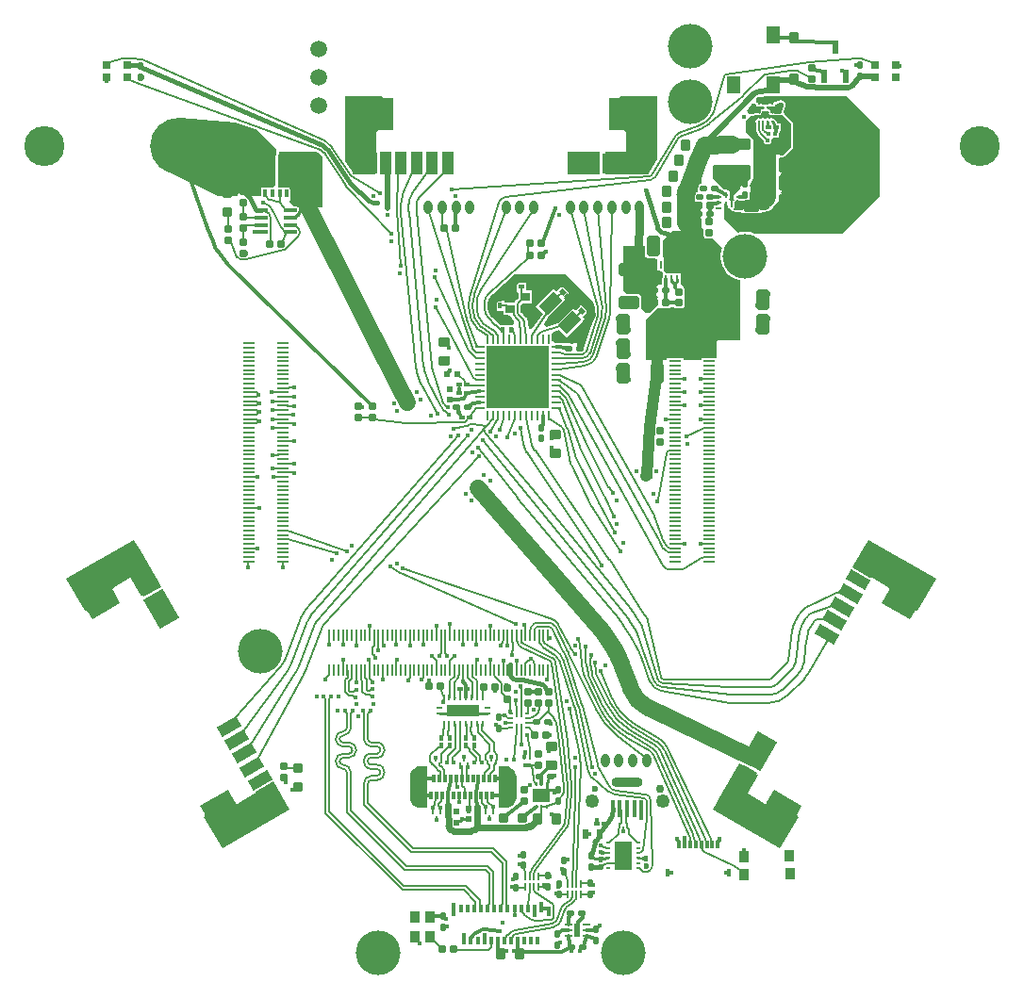
<source format=gtl>
G04*
G04 #@! TF.GenerationSoftware,Altium Limited,Altium Designer,21.2.2 (38)*
G04*
G04 Layer_Physical_Order=1*
G04 Layer_Color=255*
%FSLAX25Y25*%
%MOIN*%
G70*
G04*
G04 #@! TF.SameCoordinates,0FD90602-BBB3-4F14-90EE-D32430874176*
G04*
G04*
G04 #@! TF.FilePolarity,Positive*
G04*
G01*
G75*
%ADD10C,0.01181*%
%ADD11C,0.05906*%
%ADD12C,0.01575*%
%ADD13C,0.00787*%
%ADD14C,0.00709*%
%ADD15C,0.00709*%
%ADD16C,0.01024*%
%ADD17C,0.01968*%
%ADD18C,0.01772*%
%ADD19C,0.03150*%
%ADD20C,0.07874*%
%ADD21C,0.03937*%
%ADD22C,0.06299*%
%ADD23C,0.00984*%
%ADD24C,0.02362*%
%ADD25C,0.00787*%
%ADD26C,0.00512*%
G04:AMPARAMS|DCode=27|XSize=23.62mil|YSize=23.62mil|CornerRadius=2.36mil|HoleSize=0mil|Usage=FLASHONLY|Rotation=270.000|XOffset=0mil|YOffset=0mil|HoleType=Round|Shape=RoundedRectangle|*
%AMROUNDEDRECTD27*
21,1,0.02362,0.01890,0,0,270.0*
21,1,0.01890,0.02362,0,0,270.0*
1,1,0.00472,-0.00945,-0.00945*
1,1,0.00472,-0.00945,0.00945*
1,1,0.00472,0.00945,0.00945*
1,1,0.00472,0.00945,-0.00945*
%
%ADD27ROUNDEDRECTD27*%
%ADD28R,0.04331X0.00787*%
%ADD29R,0.00787X0.04331*%
%ADD30R,0.01181X0.02953*%
%ADD31R,0.00984X0.01575*%
%ADD32R,0.02756X0.01575*%
G04:AMPARAMS|DCode=33|XSize=55.12mil|YSize=39.37mil|CornerRadius=4.92mil|HoleSize=0mil|Usage=FLASHONLY|Rotation=90.000|XOffset=0mil|YOffset=0mil|HoleType=Round|Shape=RoundedRectangle|*
%AMROUNDEDRECTD33*
21,1,0.05512,0.02953,0,0,90.0*
21,1,0.04528,0.03937,0,0,90.0*
1,1,0.00984,0.01476,0.02264*
1,1,0.00984,0.01476,-0.02264*
1,1,0.00984,-0.01476,-0.02264*
1,1,0.00984,-0.01476,0.02264*
%
%ADD33ROUNDEDRECTD33*%
%ADD34R,0.01575X0.01378*%
%ADD35R,0.01890X0.01654*%
%ADD36C,0.00906*%
G04:AMPARAMS|DCode=37|XSize=39.37mil|YSize=35.43mil|CornerRadius=4.43mil|HoleSize=0mil|Usage=FLASHONLY|Rotation=270.000|XOffset=0mil|YOffset=0mil|HoleType=Round|Shape=RoundedRectangle|*
%AMROUNDEDRECTD37*
21,1,0.03937,0.02657,0,0,270.0*
21,1,0.03051,0.03543,0,0,270.0*
1,1,0.00886,-0.01329,-0.01526*
1,1,0.00886,-0.01329,0.01526*
1,1,0.00886,0.01329,0.01526*
1,1,0.00886,0.01329,-0.01526*
%
%ADD37ROUNDEDRECTD37*%
G04:AMPARAMS|DCode=38|XSize=19.68mil|YSize=23.62mil|CornerRadius=1.97mil|HoleSize=0mil|Usage=FLASHONLY|Rotation=90.000|XOffset=0mil|YOffset=0mil|HoleType=Round|Shape=RoundedRectangle|*
%AMROUNDEDRECTD38*
21,1,0.01968,0.01968,0,0,90.0*
21,1,0.01575,0.02362,0,0,90.0*
1,1,0.00394,0.00984,0.00787*
1,1,0.00394,0.00984,-0.00787*
1,1,0.00394,-0.00984,-0.00787*
1,1,0.00394,-0.00984,0.00787*
%
%ADD38ROUNDEDRECTD38*%
G04:AMPARAMS|DCode=39|XSize=39.37mil|YSize=133.86mil|CornerRadius=5.91mil|HoleSize=0mil|Usage=FLASHONLY|Rotation=90.000|XOffset=0mil|YOffset=0mil|HoleType=Round|Shape=RoundedRectangle|*
%AMROUNDEDRECTD39*
21,1,0.03937,0.12205,0,0,90.0*
21,1,0.02756,0.13386,0,0,90.0*
1,1,0.01181,0.06102,0.01378*
1,1,0.01181,0.06102,-0.01378*
1,1,0.01181,-0.06102,-0.01378*
1,1,0.01181,-0.06102,0.01378*
%
%ADD39ROUNDEDRECTD39*%
G04:AMPARAMS|DCode=40|XSize=21.65mil|YSize=9.84mil|CornerRadius=1.48mil|HoleSize=0mil|Usage=FLASHONLY|Rotation=0.000|XOffset=0mil|YOffset=0mil|HoleType=Round|Shape=RoundedRectangle|*
%AMROUNDEDRECTD40*
21,1,0.02165,0.00689,0,0,0.0*
21,1,0.01870,0.00984,0,0,0.0*
1,1,0.00295,0.00935,-0.00345*
1,1,0.00295,-0.00935,-0.00345*
1,1,0.00295,-0.00935,0.00345*
1,1,0.00295,0.00935,0.00345*
%
%ADD40ROUNDEDRECTD40*%
G04:AMPARAMS|DCode=41|XSize=9.84mil|YSize=21.65mil|CornerRadius=1.48mil|HoleSize=0mil|Usage=FLASHONLY|Rotation=0.000|XOffset=0mil|YOffset=0mil|HoleType=Round|Shape=RoundedRectangle|*
%AMROUNDEDRECTD41*
21,1,0.00984,0.01870,0,0,0.0*
21,1,0.00689,0.02165,0,0,0.0*
1,1,0.00295,0.00345,-0.00935*
1,1,0.00295,-0.00345,-0.00935*
1,1,0.00295,-0.00345,0.00935*
1,1,0.00295,0.00345,0.00935*
%
%ADD41ROUNDEDRECTD41*%
G04:AMPARAMS|DCode=42|XSize=9.84mil|YSize=51.18mil|CornerRadius=1.48mil|HoleSize=0mil|Usage=FLASHONLY|Rotation=0.000|XOffset=0mil|YOffset=0mil|HoleType=Round|Shape=RoundedRectangle|*
%AMROUNDEDRECTD42*
21,1,0.00984,0.04823,0,0,0.0*
21,1,0.00689,0.05118,0,0,0.0*
1,1,0.00295,0.00345,-0.02411*
1,1,0.00295,-0.00345,-0.02411*
1,1,0.00295,-0.00345,0.02411*
1,1,0.00295,0.00345,0.02411*
%
%ADD42ROUNDEDRECTD42*%
G04:AMPARAMS|DCode=43|XSize=9.84mil|YSize=39.37mil|CornerRadius=1.48mil|HoleSize=0mil|Usage=FLASHONLY|Rotation=0.000|XOffset=0mil|YOffset=0mil|HoleType=Round|Shape=RoundedRectangle|*
%AMROUNDEDRECTD43*
21,1,0.00984,0.03642,0,0,0.0*
21,1,0.00689,0.03937,0,0,0.0*
1,1,0.00295,0.00345,-0.01821*
1,1,0.00295,-0.00345,-0.01821*
1,1,0.00295,-0.00345,0.01821*
1,1,0.00295,0.00345,0.01821*
%
%ADD43ROUNDEDRECTD43*%
G04:AMPARAMS|DCode=44|XSize=19.68mil|YSize=23.62mil|CornerRadius=1.97mil|HoleSize=0mil|Usage=FLASHONLY|Rotation=180.000|XOffset=0mil|YOffset=0mil|HoleType=Round|Shape=RoundedRectangle|*
%AMROUNDEDRECTD44*
21,1,0.01968,0.01968,0,0,180.0*
21,1,0.01575,0.02362,0,0,180.0*
1,1,0.00394,-0.00787,0.00984*
1,1,0.00394,0.00787,0.00984*
1,1,0.00394,0.00787,-0.00984*
1,1,0.00394,-0.00787,-0.00984*
%
%ADD44ROUNDEDRECTD44*%
G04:AMPARAMS|DCode=45|XSize=23.62mil|YSize=23.62mil|CornerRadius=2.36mil|HoleSize=0mil|Usage=FLASHONLY|Rotation=180.000|XOffset=0mil|YOffset=0mil|HoleType=Round|Shape=RoundedRectangle|*
%AMROUNDEDRECTD45*
21,1,0.02362,0.01890,0,0,180.0*
21,1,0.01890,0.02362,0,0,180.0*
1,1,0.00472,-0.00945,0.00945*
1,1,0.00472,0.00945,0.00945*
1,1,0.00472,0.00945,-0.00945*
1,1,0.00472,-0.00945,-0.00945*
%
%ADD45ROUNDEDRECTD45*%
G04:AMPARAMS|DCode=46|XSize=7.87mil|YSize=27.56mil|CornerRadius=1.18mil|HoleSize=0mil|Usage=FLASHONLY|Rotation=180.000|XOffset=0mil|YOffset=0mil|HoleType=Round|Shape=RoundedRectangle|*
%AMROUNDEDRECTD46*
21,1,0.00787,0.02520,0,0,180.0*
21,1,0.00551,0.02756,0,0,180.0*
1,1,0.00236,-0.00276,0.01260*
1,1,0.00236,0.00276,0.01260*
1,1,0.00236,0.00276,-0.01260*
1,1,0.00236,-0.00276,-0.01260*
%
%ADD46ROUNDEDRECTD46*%
G04:AMPARAMS|DCode=47|XSize=31.5mil|YSize=31.5mil|CornerRadius=3.94mil|HoleSize=0mil|Usage=FLASHONLY|Rotation=270.000|XOffset=0mil|YOffset=0mil|HoleType=Round|Shape=RoundedRectangle|*
%AMROUNDEDRECTD47*
21,1,0.03150,0.02362,0,0,270.0*
21,1,0.02362,0.03150,0,0,270.0*
1,1,0.00787,-0.01181,-0.01181*
1,1,0.00787,-0.01181,0.01181*
1,1,0.00787,0.01181,0.01181*
1,1,0.00787,0.01181,-0.01181*
%
%ADD47ROUNDEDRECTD47*%
%ADD48R,0.02165X0.03543*%
%ADD49R,0.01575X0.00984*%
%ADD50R,0.06299X0.09843*%
%ADD51R,0.01654X0.01890*%
%ADD52R,0.01378X0.01575*%
%ADD53R,0.00787X0.00787*%
G04:AMPARAMS|DCode=54|XSize=39.37mil|YSize=78.74mil|CornerRadius=0mil|HoleSize=0mil|Usage=FLASHONLY|Rotation=240.000|XOffset=0mil|YOffset=0mil|HoleType=Round|Shape=Rectangle|*
%AMROTATEDRECTD54*
4,1,4,-0.02425,0.03673,0.04394,-0.00264,0.02425,-0.03673,-0.04394,0.00264,-0.02425,0.03673,0.0*
%
%ADD54ROTATEDRECTD54*%

%ADD55P,0.11136X4X285.0*%
G04:AMPARAMS|DCode=56|XSize=118.11mil|YSize=78.74mil|CornerRadius=0mil|HoleSize=0mil|Usage=FLASHONLY|Rotation=240.000|XOffset=0mil|YOffset=0mil|HoleType=Round|Shape=Rectangle|*
%AMROTATEDRECTD56*
4,1,4,-0.00457,0.07083,0.06362,0.03146,0.00457,-0.07083,-0.06362,-0.03146,-0.00457,0.07083,0.0*
%
%ADD56ROTATEDRECTD56*%

G04:AMPARAMS|DCode=57|XSize=157.48mil|YSize=78.74mil|CornerRadius=0mil|HoleSize=0mil|Usage=FLASHONLY|Rotation=240.000|XOffset=0mil|YOffset=0mil|HoleType=Round|Shape=Rectangle|*
%AMROTATEDRECTD57*
4,1,4,0.00528,0.08788,0.07347,0.04851,-0.00528,-0.08788,-0.07347,-0.04851,0.00528,0.08788,0.0*
%
%ADD57ROTATEDRECTD57*%

G04:AMPARAMS|DCode=58|XSize=43.31mil|YSize=74.8mil|CornerRadius=0mil|HoleSize=0mil|Usage=FLASHONLY|Rotation=315.000|XOffset=0mil|YOffset=0mil|HoleType=Round|Shape=Rectangle|*
%AMROTATEDRECTD58*
4,1,4,-0.04176,-0.01114,0.01114,0.04176,0.04176,0.01114,-0.01114,-0.04176,-0.04176,-0.01114,0.0*
%
%ADD58ROTATEDRECTD58*%

%ADD59R,0.01181X0.03150*%
%ADD60R,0.01575X0.03150*%
%ADD61R,0.01772X0.05906*%
G04:AMPARAMS|DCode=62|XSize=39.37mil|YSize=35.43mil|CornerRadius=0mil|HoleSize=0mil|Usage=FLASHONLY|Rotation=91.000|XOffset=0mil|YOffset=0mil|HoleType=Round|Shape=Rectangle|*
%AMROTATEDRECTD62*
4,1,4,0.01806,-0.01937,-0.01737,-0.01999,-0.01806,0.01937,0.01737,0.01999,0.01806,-0.01937,0.0*
%
%ADD62ROTATEDRECTD62*%

%ADD63R,0.02323X0.02441*%
%ADD64R,0.22047X0.22047*%
%ADD65O,0.03347X0.00984*%
%ADD66O,0.00984X0.03347*%
G04:AMPARAMS|DCode=67|XSize=39.37mil|YSize=35.43mil|CornerRadius=4.43mil|HoleSize=0mil|Usage=FLASHONLY|Rotation=180.000|XOffset=0mil|YOffset=0mil|HoleType=Round|Shape=RoundedRectangle|*
%AMROUNDEDRECTD67*
21,1,0.03937,0.02657,0,0,180.0*
21,1,0.03051,0.03543,0,0,180.0*
1,1,0.00886,-0.01526,0.01329*
1,1,0.00886,0.01526,0.01329*
1,1,0.00886,0.01526,-0.01329*
1,1,0.00886,-0.01526,-0.01329*
%
%ADD67ROUNDEDRECTD67*%
%ADD68R,0.03347X0.02953*%
G04:AMPARAMS|DCode=69|XSize=16.54mil|YSize=18.9mil|CornerRadius=0mil|HoleSize=0mil|Usage=FLASHONLY|Rotation=45.000|XOffset=0mil|YOffset=0mil|HoleType=Round|Shape=Rectangle|*
%AMROTATEDRECTD69*
4,1,4,0.00084,-0.01253,-0.01253,0.00084,-0.00084,0.01253,0.01253,-0.00084,0.00084,-0.01253,0.0*
%
%ADD69ROTATEDRECTD69*%

%ADD70R,0.02441X0.02323*%
G04:AMPARAMS|DCode=71|XSize=70.87mil|YSize=45.28mil|CornerRadius=5.66mil|HoleSize=0mil|Usage=FLASHONLY|Rotation=270.000|XOffset=0mil|YOffset=0mil|HoleType=Round|Shape=RoundedRectangle|*
%AMROUNDEDRECTD71*
21,1,0.07087,0.03396,0,0,270.0*
21,1,0.05955,0.04528,0,0,270.0*
1,1,0.01132,-0.01698,-0.02977*
1,1,0.01132,-0.01698,0.02977*
1,1,0.01132,0.01698,0.02977*
1,1,0.01132,0.01698,-0.02977*
%
%ADD71ROUNDEDRECTD71*%
%ADD72R,0.01181X0.02559*%
%ADD73R,0.01575X0.03740*%
%ADD74R,0.03543X0.04331*%
%ADD75R,0.01968X0.04961*%
%ADD76R,0.02756X0.00984*%
G04:AMPARAMS|DCode=77|XSize=55.12mil|YSize=39.37mil|CornerRadius=4.92mil|HoleSize=0mil|Usage=FLASHONLY|Rotation=0.000|XOffset=0mil|YOffset=0mil|HoleType=Round|Shape=RoundedRectangle|*
%AMROUNDEDRECTD77*
21,1,0.05512,0.02953,0,0,0.0*
21,1,0.04528,0.03937,0,0,0.0*
1,1,0.00984,0.02264,-0.01476*
1,1,0.00984,-0.02264,-0.01476*
1,1,0.00984,-0.02264,0.01476*
1,1,0.00984,0.02264,0.01476*
%
%ADD77ROUNDEDRECTD77*%
%ADD78R,0.02756X0.02756*%
%ADD79R,0.05118X0.05906*%
G04:AMPARAMS|DCode=80|XSize=31.5mil|YSize=31.5mil|CornerRadius=3.94mil|HoleSize=0mil|Usage=FLASHONLY|Rotation=0.000|XOffset=0mil|YOffset=0mil|HoleType=Round|Shape=RoundedRectangle|*
%AMROUNDEDRECTD80*
21,1,0.03150,0.02362,0,0,0.0*
21,1,0.02362,0.03150,0,0,0.0*
1,1,0.00787,0.01181,-0.01181*
1,1,0.00787,-0.01181,-0.01181*
1,1,0.00787,-0.01181,0.01181*
1,1,0.00787,0.01181,0.01181*
%
%ADD80ROUNDEDRECTD80*%
%ADD81R,0.06299X0.04724*%
%ADD82R,0.00984X0.01378*%
%ADD83R,0.01181X0.02756*%
%ADD84R,0.04646X0.08228*%
%ADD85O,0.04803X0.01575*%
%ADD86R,0.04803X0.01575*%
%ADD87R,0.01968X0.02362*%
%ADD88R,0.11811X0.03937*%
%ADD89R,0.02362X0.00984*%
%ADD90R,0.00984X0.02362*%
%ADD91R,0.00866X0.02756*%
%ADD92R,0.01772X0.00866*%
G04:AMPARAMS|DCode=93|XSize=39.37mil|YSize=78.74mil|CornerRadius=0mil|HoleSize=0mil|Usage=FLASHONLY|Rotation=120.000|XOffset=0mil|YOffset=0mil|HoleType=Round|Shape=Rectangle|*
%AMROTATEDRECTD93*
4,1,4,0.04394,0.00264,-0.02425,-0.03673,-0.04394,-0.00264,0.02425,0.03673,0.04394,0.00264,0.0*
%
%ADD93ROTATEDRECTD93*%

%ADD94R,0.03937X0.07874*%
%ADD95R,0.07874X0.07874*%
%ADD96R,0.11811X0.07874*%
%ADD97R,0.15748X0.07874*%
%ADD98P,0.11136X4X165.0*%
G04:AMPARAMS|DCode=99|XSize=118.11mil|YSize=78.74mil|CornerRadius=0mil|HoleSize=0mil|Usage=FLASHONLY|Rotation=120.000|XOffset=0mil|YOffset=0mil|HoleType=Round|Shape=Rectangle|*
%AMROTATEDRECTD99*
4,1,4,0.06362,-0.03146,-0.00457,-0.07083,-0.06362,0.03146,0.00457,0.07083,0.06362,-0.03146,0.0*
%
%ADD99ROTATEDRECTD99*%

G04:AMPARAMS|DCode=100|XSize=157.48mil|YSize=78.74mil|CornerRadius=0mil|HoleSize=0mil|Usage=FLASHONLY|Rotation=120.000|XOffset=0mil|YOffset=0mil|HoleType=Round|Shape=Rectangle|*
%AMROTATEDRECTD100*
4,1,4,0.07347,-0.04851,0.00528,-0.08788,-0.07347,0.04851,-0.00528,0.08788,0.07347,-0.04851,0.0*
%
%ADD100ROTATEDRECTD100*%

%ADD101R,0.00984X0.02559*%
G04:AMPARAMS|DCode=102|XSize=70.87mil|YSize=45.28mil|CornerRadius=5.66mil|HoleSize=0mil|Usage=FLASHONLY|Rotation=0.000|XOffset=0mil|YOffset=0mil|HoleType=Round|Shape=RoundedRectangle|*
%AMROUNDEDRECTD102*
21,1,0.07087,0.03396,0,0,0.0*
21,1,0.05955,0.04528,0,0,0.0*
1,1,0.01132,0.02977,-0.01698*
1,1,0.01132,-0.02977,-0.01698*
1,1,0.01132,-0.02977,0.01698*
1,1,0.01132,0.02977,0.01698*
%
%ADD102ROUNDEDRECTD102*%
G04:AMPARAMS|DCode=103|XSize=31.5mil|YSize=39.37mil|CornerRadius=3.94mil|HoleSize=0mil|Usage=FLASHONLY|Rotation=0.000|XOffset=0mil|YOffset=0mil|HoleType=Round|Shape=RoundedRectangle|*
%AMROUNDEDRECTD103*
21,1,0.03150,0.03150,0,0,0.0*
21,1,0.02362,0.03937,0,0,0.0*
1,1,0.00787,0.01181,-0.01575*
1,1,0.00787,-0.01181,-0.01575*
1,1,0.00787,-0.01181,0.01575*
1,1,0.00787,0.01181,0.01575*
%
%ADD103ROUNDEDRECTD103*%
%ADD104R,0.02362X0.04724*%
%ADD105C,0.00630*%
%ADD106C,0.00906*%
%ADD107R,0.01181X0.02756*%
%ADD108C,0.15748*%
%ADD109O,0.03150X0.04724*%
G04:AMPARAMS|DCode=110|XSize=47.24mil|YSize=27.56mil|CornerRadius=0mil|HoleSize=0mil|Usage=FLASHONLY|Rotation=45.000|XOffset=0mil|YOffset=0mil|HoleType=Round|Shape=Round|*
%AMOVALD110*
21,1,0.01968,0.02756,0.00000,0.00000,45.0*
1,1,0.02756,-0.00696,-0.00696*
1,1,0.02756,0.00696,0.00696*
%
%ADD110OVALD110*%

G04:AMPARAMS|DCode=111|XSize=47.24mil|YSize=27.56mil|CornerRadius=0mil|HoleSize=0mil|Usage=FLASHONLY|Rotation=135.000|XOffset=0mil|YOffset=0mil|HoleType=Round|Shape=Round|*
%AMOVALD111*
21,1,0.01968,0.02756,0.00000,0.00000,135.0*
1,1,0.02756,0.00696,-0.00696*
1,1,0.02756,-0.00696,0.00696*
%
%ADD111OVALD111*%

%ADD112O,0.02559X0.01772*%
%ADD113C,0.14173*%
%ADD114O,0.11024X0.03543*%
%ADD115C,0.02953*%
%ADD116C,0.02362*%
%ADD117C,0.04921*%
%ADD118C,0.05906*%
%ADD119C,0.01772*%
G36*
X314961Y299213D02*
Y275590D01*
X301772Y262402D01*
X270513D01*
X269351Y262779D01*
X268005Y262992D01*
X266641D01*
X265295Y262779D01*
X264906Y262653D01*
X259842Y267717D01*
X259842Y270823D01*
X259861Y270915D01*
Y271604D01*
X259842Y271696D01*
Y272575D01*
X260120Y272765D01*
X260811Y272519D01*
X261301Y271998D01*
X261373Y271633D01*
X261580Y271324D01*
X261889Y271117D01*
X261970Y271101D01*
X263398Y269673D01*
X266142D01*
Y266634D01*
X266929Y265846D01*
X272441D01*
X273228Y266634D01*
Y269870D01*
X273718D01*
X273781Y269883D01*
X273845Y269884D01*
X275091Y270153D01*
X275170Y270187D01*
X275252Y270213D01*
X275276Y270234D01*
X275306Y270247D01*
X275787Y270079D01*
X279528D01*
X280315Y270866D01*
Y276378D01*
X279823Y276870D01*
X280315Y277362D01*
Y282874D01*
X279823Y283366D01*
X280315Y283858D01*
Y288281D01*
X280333Y288353D01*
X280749Y289399D01*
X280979Y289445D01*
X281175Y289575D01*
X281175D01*
X281175Y289575D01*
X284186Y292586D01*
X284316Y292781D01*
X284362Y293012D01*
Y301181D01*
X284316Y301412D01*
X284186Y301607D01*
X281333Y304460D01*
X281241Y304521D01*
X281149Y304585D01*
X280956Y305093D01*
X281645Y307258D01*
X281656Y307354D01*
X281693Y307443D01*
Y307682D01*
X281720Y307920D01*
X281693Y308012D01*
Y308108D01*
X281601Y308330D01*
X281535Y308559D01*
X281475Y308634D01*
X281438Y308723D01*
X281269Y308892D01*
X281120Y309080D01*
X281035Y309126D01*
X280967Y309194D01*
X280747Y309286D01*
X280604Y309364D01*
X280603Y309365D01*
X280602Y309365D01*
X280537Y309401D01*
X280486Y309407D01*
X280429Y309436D01*
X280375Y309439D01*
X280352Y309449D01*
X280338D01*
X280305Y309459D01*
X280211Y309451D01*
X280117Y309458D01*
X280095Y309451D01*
X279875Y309475D01*
X279783Y309449D01*
X279687D01*
X279466Y309357D01*
X279236Y309291D01*
X279161Y309231D01*
X279072Y309194D01*
X279031Y309153D01*
X277853Y308811D01*
X277814Y308790D01*
X277770Y308781D01*
X277676Y308718D01*
X277575Y308666D01*
X277547Y308632D01*
X277509Y308607D01*
X277486Y308572D01*
X276390Y308141D01*
X276083Y308203D01*
X275776Y308141D01*
X275647Y308056D01*
X275295D01*
X275173Y308032D01*
X275049D01*
X274934Y307984D01*
X274811Y307960D01*
X274708Y307890D01*
X274593Y307843D01*
X274508Y307758D01*
X274423Y307843D01*
X274308Y307890D01*
X274204Y307960D01*
X274082Y307984D01*
X273967Y308032D01*
X273843D01*
X273721Y308056D01*
X273369D01*
X273240Y308141D01*
X272933Y308203D01*
X272698Y308156D01*
X272172Y308327D01*
X271623Y308551D01*
X271544Y308651D01*
X271473Y308757D01*
X271369Y309317D01*
X271337Y309595D01*
X271338Y309623D01*
X271398Y309958D01*
X271434Y310105D01*
X271848Y310526D01*
X271862Y310547D01*
X272074Y310688D01*
X272288Y310731D01*
X272290Y310731D01*
X275728Y310994D01*
X275759Y311003D01*
X275790Y311000D01*
X275865Y311024D01*
X303150Y311024D01*
X314961Y299213D01*
D02*
G37*
G36*
X279134Y304724D02*
X276354Y304798D01*
X276293Y304887D01*
X276298Y304912D01*
X276339Y305009D01*
Y305114D01*
X276359Y305217D01*
X276339Y305319D01*
Y305424D01*
X276298Y305521D01*
X276278Y305624D01*
X276220Y305711D01*
X276180Y305807D01*
X276106Y305882D01*
X276047Y305969D01*
X275960Y306027D01*
X275886Y306101D01*
X275789Y306141D01*
X275702Y306199D01*
X275600Y306220D01*
X275503Y306260D01*
X275398D01*
X275353Y306269D01*
X275297Y306352D01*
Y307126D01*
X275542D01*
X275998Y307315D01*
X276083Y307400D01*
X276168Y307315D01*
X276623Y307126D01*
X277117D01*
X277573Y307315D01*
X277922Y307664D01*
X278077Y308040D01*
X280217Y308661D01*
X279134Y304724D01*
D02*
G37*
G36*
X270905Y308190D02*
Y308120D01*
X271094Y307664D01*
X271443Y307315D01*
X271899Y307126D01*
X272392D01*
X272848Y307315D01*
X272933Y307400D01*
X273018Y307315D01*
X273474Y307126D01*
X273785D01*
X273773Y306323D01*
X273729Y306280D01*
X273721D01*
X273618Y306260D01*
X273513D01*
X273416Y306220D01*
X273313Y306199D01*
X273226Y306141D01*
X273130Y306101D01*
X273056Y306027D01*
X272968Y305969D01*
X272910Y305882D01*
X272836Y305807D01*
X272796Y305711D01*
X272738Y305624D01*
X272717Y305521D01*
X272677Y305424D01*
Y305319D01*
X272663Y305248D01*
X272171Y304771D01*
X268767Y304657D01*
X270669Y308268D01*
X270905Y308190D01*
D02*
G37*
G36*
X275251Y305587D02*
X275283Y305564D01*
X275299Y305552D01*
X275331Y305524D01*
X275493Y305360D01*
X275564Y305254D01*
X275702Y304999D01*
X275702Y304999D01*
X275702Y304942D01*
X275696Y304912D01*
X275703Y304880D01*
Y304769D01*
X275704Y304767D01*
X275704Y304764D01*
X275749Y304658D01*
X275793Y304552D01*
X275795Y304550D01*
X275796Y304548D01*
X275856Y304460D01*
X275890Y304425D01*
X275917Y304384D01*
X275974Y304344D01*
X276023Y304295D01*
X276023Y304295D01*
X276028Y304293D01*
X276068Y304277D01*
X276108Y304248D01*
X276176Y304233D01*
X276241Y304207D01*
X276290Y304207D01*
X276338Y304196D01*
X276625Y304189D01*
X276663Y304173D01*
X276767D01*
X276870Y304153D01*
X276973Y304173D01*
X277078D01*
X277086Y304176D01*
X279118Y304122D01*
X279163Y304130D01*
X279209Y304127D01*
X279229Y304134D01*
X279248D01*
X279458Y304110D01*
X279539Y304134D01*
X279624D01*
X279819Y304215D01*
X280022Y304273D01*
X280089Y304326D01*
X280167Y304359D01*
X280907Y304034D01*
X283760Y301181D01*
Y293012D01*
X280749Y290001D01*
X280609Y290059D01*
X280021D01*
X279835Y289982D01*
X279724D01*
X279707Y289978D01*
X279528Y290158D01*
X275787D01*
X275000Y289370D01*
Y283858D01*
X275492Y283366D01*
X275000Y282874D01*
Y277362D01*
X275492Y276870D01*
X275000Y276378D01*
Y270866D01*
X274963Y270742D01*
X273718Y270472D01*
X273130D01*
X272441Y271161D01*
X266929D01*
X266240Y270472D01*
X264223D01*
X263436Y270565D01*
X263325Y270964D01*
X263331Y271370D01*
X263475Y271466D01*
X263638Y271710D01*
X263696Y271998D01*
Y273482D01*
X263719Y273530D01*
X264321Y274100D01*
X264772D01*
X264795Y274084D01*
X265256Y273993D01*
X265881D01*
X265903Y273997D01*
X265925Y273993D01*
X266425Y274002D01*
X266525Y274024D01*
X266687Y274045D01*
X266826Y274044D01*
X267294Y274134D01*
X267298Y274136D01*
X267303D01*
X267502Y274219D01*
X268248D01*
X268555Y274280D01*
X268816Y274454D01*
X268990Y274714D01*
X269051Y275022D01*
Y276809D01*
X269429Y277187D01*
Y278762D01*
X269051Y279140D01*
Y279356D01*
X270374Y281958D01*
X270374Y295374D01*
X267556Y298192D01*
X267556Y302300D01*
X269330Y304074D01*
X272083Y304165D01*
X272146Y304153D01*
X272249Y304173D01*
X272353D01*
X272450Y304213D01*
X272553Y304234D01*
X272640Y304292D01*
X272737Y304332D01*
X272811Y304406D01*
X272898Y304464D01*
X272956Y304552D01*
X273030Y304626D01*
X273070Y304722D01*
X273129Y304809D01*
X273146Y304895D01*
X273164Y304913D01*
X273184Y304964D01*
X273216Y305009D01*
X273229Y305071D01*
X273253Y305130D01*
X273268Y305202D01*
X273268Y305261D01*
X273285Y305349D01*
X273319Y305431D01*
X273369Y305505D01*
X273432Y305568D01*
X273506Y305618D01*
X273588Y305652D01*
X273676Y305669D01*
X273735D01*
X273752Y305673D01*
X275095D01*
X275251Y305587D01*
D02*
G37*
G36*
X236221Y288491D02*
X233335Y283677D01*
X230128Y283465D01*
X216929D01*
Y290536D01*
X224409D01*
X224717Y290597D01*
X224977Y290771D01*
X225151Y291031D01*
X225212Y291339D01*
Y298031D01*
X225151Y298339D01*
X224977Y298599D01*
X224717Y298773D01*
X224409Y298834D01*
X219307D01*
Y310221D01*
X222441D01*
X222748Y310282D01*
X223009Y310456D01*
X223183Y310716D01*
X223244Y311024D01*
X236221D01*
Y288491D01*
D02*
G37*
G36*
X139022Y310716D02*
X139196Y310456D01*
X139457Y310282D01*
X139764Y310221D01*
X142898D01*
Y298834D01*
X137795D01*
X137488Y298773D01*
X137228Y298599D01*
X137054Y298339D01*
X136993Y298031D01*
Y291339D01*
X137054Y291031D01*
X137228Y290771D01*
X137402Y290655D01*
Y283465D01*
X129169D01*
X128939Y283602D01*
X128921Y283645D01*
X128871Y283666D01*
X125984Y288046D01*
X125984Y311024D01*
X138961D01*
X139022Y310716D01*
D02*
G37*
G36*
X87210Y301600D02*
X94919Y298782D01*
X101739Y291962D01*
X101794Y291665D01*
X101694Y290627D01*
X101520Y290367D01*
X101459Y290059D01*
Y287303D01*
X101469Y287255D01*
Y279925D01*
X101444Y279834D01*
X101451Y279789D01*
X101442Y279744D01*
X100802Y278642D01*
X96358D01*
Y275590D01*
X91831D01*
Y275984D01*
X91339Y276476D01*
X88386D01*
X87894Y275984D01*
Y275590D01*
X81102D01*
X62596Y284469D01*
X67796Y303131D01*
X87210Y301600D01*
D02*
G37*
G36*
X269291Y281890D02*
X266655Y279254D01*
X265984D01*
X265492Y278762D01*
Y278091D01*
X263779Y276378D01*
Y276304D01*
X263647Y276215D01*
X263440Y275906D01*
X263368Y275541D01*
Y274852D01*
X263440Y274487D01*
X263580Y274278D01*
X263518Y274168D01*
X263375Y274033D01*
X263222Y273959D01*
X262623Y273902D01*
X262559Y273904D01*
X262012Y274043D01*
X261800Y274417D01*
X261855Y274586D01*
X261928Y274951D01*
Y275400D01*
X261985Y275514D01*
X262024Y276061D01*
X261928Y276350D01*
Y276821D01*
X261855Y277186D01*
X261649Y277495D01*
X261339Y277702D01*
X260974Y277774D01*
X260444D01*
X260273Y277906D01*
X260084Y277984D01*
X259974Y278058D01*
X259563Y278233D01*
X258273Y279522D01*
X258190Y279647D01*
X258066Y279730D01*
X255906Y281890D01*
X255906Y285433D01*
X269291D01*
Y281890D01*
D02*
G37*
G36*
X115627Y291214D02*
X116730Y290793D01*
X117025Y290525D01*
X117552Y290025D01*
X118110Y289177D01*
Y271654D01*
X109276D01*
X108823Y271956D01*
X108209Y272078D01*
X107843D01*
X106445Y273476D01*
X106791Y274311D01*
X106791D01*
Y278642D01*
X102362D01*
Y290183D01*
X102377Y290219D01*
X102403Y290250D01*
X102437Y290362D01*
X102481Y290470D01*
Y290511D01*
X102493Y290550D01*
X102569Y291339D01*
X115285D01*
X115627Y291214D01*
D02*
G37*
G36*
X251969Y290090D02*
X251969Y285486D01*
Y279941D01*
X251575D01*
X251191Y279864D01*
X250865Y279647D01*
X250648Y279321D01*
X250571Y278937D01*
Y277362D01*
X250264Y276988D01*
X250197D01*
X249813Y276911D01*
X249487Y276694D01*
X249270Y276368D01*
X249193Y275984D01*
Y274409D01*
X249270Y274025D01*
X249487Y273700D01*
X249813Y273482D01*
X250197Y273406D01*
X251673D01*
Y270669D01*
Y267717D01*
X251969Y267421D01*
Y264567D01*
X252778Y263757D01*
X252736Y263543D01*
Y261653D01*
X252815Y261254D01*
X253042Y260915D01*
X253380Y260689D01*
X253780Y260610D01*
X255669D01*
X255883Y260652D01*
X259194Y257341D01*
X258875Y256359D01*
X258662Y255012D01*
Y253649D01*
X258875Y252303D01*
X259296Y251006D01*
X259915Y249791D01*
X260716Y248688D01*
X261680Y247724D01*
X262783Y246923D01*
X263998Y246304D01*
X265295Y245883D01*
X265748Y245811D01*
X265748Y224720D01*
X258071D01*
X257764Y224659D01*
X257503Y224485D01*
X257329Y224224D01*
X257268Y223917D01*
Y218347D01*
X251851D01*
Y217717D01*
X245630D01*
Y218347D01*
X239725D01*
Y217717D01*
X232283D01*
X232283Y231890D01*
X236200Y235807D01*
X236378D01*
X236592Y235849D01*
X236614Y235827D01*
X238189D01*
X238211Y235849D01*
X238425Y235807D01*
X240315D01*
X240714Y235886D01*
X241053Y236112D01*
X241142Y236246D01*
X242322D01*
X242412Y236112D01*
X242750Y235886D01*
X243150Y235807D01*
X245039D01*
X245439Y235886D01*
X245777Y236112D01*
X246004Y236451D01*
X246083Y236850D01*
Y238740D01*
X246041Y238954D01*
X246063Y238976D01*
Y240551D01*
X246041Y240574D01*
X246083Y240787D01*
Y242677D01*
X246004Y243076D01*
X245777Y243415D01*
X245595Y243537D01*
X244685Y244193D01*
Y245346D01*
X244710Y245472D01*
Y246260D01*
X244685Y246386D01*
Y248327D01*
X239634D01*
X238779Y249114D01*
Y253248D01*
X238780D01*
X238189Y254429D01*
X238189Y259842D01*
X241732Y263386D01*
X244488D01*
X245276Y264173D01*
Y268110D01*
X244488Y268898D01*
X245276Y269685D01*
Y273622D01*
X244488Y274409D01*
X245276Y275197D01*
Y279134D01*
X245602Y279921D01*
X246850D01*
X247638Y280709D01*
Y284646D01*
X247964Y285433D01*
X248819D01*
X249606Y286220D01*
Y290158D01*
X249761Y290531D01*
X251024Y290774D01*
X251969Y290090D01*
D02*
G37*
G36*
X231962Y254897D02*
X232067Y254369D01*
X232366Y253921D01*
X232814Y253622D01*
X233342Y253517D01*
X235151D01*
X236221Y253248D01*
X236221Y252507D01*
Y249114D01*
X236847D01*
X237977Y249081D01*
X238010Y248945D01*
X238038Y248807D01*
X238047Y248793D01*
X238051Y248777D01*
X238134Y248663D01*
X238189Y248581D01*
Y246850D01*
X238121Y246748D01*
X238014Y246211D01*
Y244094D01*
X236614D01*
X236122Y243602D01*
Y240650D01*
X236505Y239961D01*
X236122Y239272D01*
Y236594D01*
X235893Y236548D01*
X235633Y236374D01*
X235633Y236374D01*
X233510Y234252D01*
X232283D01*
X230670Y235866D01*
X230735Y236196D01*
Y239592D01*
X230630Y240120D01*
X230331Y240567D01*
X229883Y240866D01*
X229355Y240971D01*
X225564D01*
X224410Y242126D01*
Y257874D01*
X231962D01*
Y254897D01*
D02*
G37*
G36*
X203697Y248031D02*
X213536Y238193D01*
X214219Y235786D01*
X214248Y235730D01*
X214367Y234825D01*
X214247Y233910D01*
X214177Y233742D01*
X214182Y233741D01*
X210027Y220904D01*
X210009Y220896D01*
X210006Y220889D01*
X208366D01*
Y223130D01*
X207874Y223622D01*
X206299D01*
X206118Y223441D01*
X206102Y223445D01*
X204620D01*
X204596Y223450D01*
X200561Y223647D01*
X200275Y223605D01*
X200271Y223605D01*
X199203Y224272D01*
X199139Y224695D01*
Y226083D01*
X199040Y226582D01*
X199721Y227674D01*
X201531Y228286D01*
X204335Y225483D01*
X210738Y231886D01*
X209873Y232751D01*
X211946Y234825D01*
X209497Y237274D01*
X207423Y235201D01*
X206562Y236062D01*
X201226Y230726D01*
X196891Y229259D01*
X196176Y230199D01*
X198372Y233437D01*
X198373Y233441D01*
X203778Y238845D01*
X203180Y239444D01*
X205253Y241518D01*
X202804Y243968D01*
X200730Y241894D01*
X199602Y243021D01*
X193199Y236618D01*
X195833Y233984D01*
X192079Y228449D01*
X190853Y228746D01*
X190615Y230730D01*
X190556Y231216D01*
X190556Y231216D01*
X190556Y231217D01*
X190556Y231218D01*
X190556Y231219D01*
X190489Y231464D01*
X190433Y231748D01*
X190423Y231764D01*
X190423Y231764D01*
D01*
X190392Y231813D01*
X190423Y231764D01*
X190409Y231786D01*
X190423Y231763D01*
X190388Y231822D01*
X190194Y232210D01*
X189826Y232750D01*
X189814Y232741D01*
X189729Y232826D01*
X188884Y233671D01*
X188885Y233738D01*
X188885Y233738D01*
X188881Y233746D01*
X188212Y234651D01*
Y237099D01*
X188837Y237598D01*
X192126D01*
Y242126D01*
X190039D01*
Y245118D01*
X186575D01*
Y241890D01*
X186575D01*
X187182Y240945D01*
X187205Y240828D01*
Y239377D01*
X186626Y238914D01*
X186582Y238862D01*
X186525Y238824D01*
X186503Y238792D01*
X186448Y238749D01*
X186101Y238297D01*
X185975Y237992D01*
X183088D01*
X183071Y237996D01*
X182421D01*
Y238524D01*
X179193D01*
Y235059D01*
X181890D01*
Y233465D01*
X183574D01*
X183883Y233329D01*
X184651Y232958D01*
X184653Y232954D01*
X184653Y232954D01*
X184897Y232465D01*
X185139Y232150D01*
X185465Y231725D01*
X185466Y231724D01*
X185640Y231534D01*
X185659Y231489D01*
X185572Y230380D01*
X185465Y230142D01*
X185310Y230059D01*
X180873D01*
X180716Y230207D01*
X180716Y230207D01*
X179977Y230904D01*
X179966Y230910D01*
X179959Y230921D01*
X177507Y233342D01*
X177464Y233370D01*
X176920Y234079D01*
X176567Y234932D01*
X176452Y235804D01*
X176460Y235846D01*
Y237736D01*
X176452Y237779D01*
X176567Y238651D01*
X176920Y239503D01*
X177624Y240345D01*
X178474Y241119D01*
X186126Y248031D01*
X203697Y248031D01*
D02*
G37*
G36*
X60903Y137326D02*
X54779Y133790D01*
X51061Y140229D01*
X51038Y140269D01*
X51038Y140269D01*
X50832Y140504D01*
X50551Y140643D01*
X50238Y140663D01*
X49942Y140562D01*
X49942Y140562D01*
X49902Y140540D01*
X44146Y137216D01*
X43910Y137010D01*
X43772Y136729D01*
X43751Y136416D01*
X43852Y136119D01*
X46403Y131700D01*
X36542Y126007D01*
X34975Y128721D01*
X34769Y128957D01*
X34488Y129095D01*
X34175Y129116D01*
X33878Y129015D01*
X27390Y140253D01*
X51257Y154033D01*
X60903Y137326D01*
D02*
G37*
G36*
X334815Y140253D02*
X328326Y129015D01*
X328030Y129116D01*
X328030D01*
D01*
X327717Y129095D01*
X327436Y128957D01*
X327230Y128721D01*
X325663Y126007D01*
X315802Y131700D01*
X318353Y136119D01*
X318454Y136416D01*
Y136416D01*
D01*
X318433Y136729D01*
X318365Y136867D01*
X318295Y137010D01*
X318295Y137010D01*
D01*
X318059Y137216D01*
X312263Y140562D01*
X311966Y140663D01*
X311654Y140643D01*
X311466Y140550D01*
X305239Y144145D01*
X310948Y154033D01*
X334815Y140253D01*
D02*
G37*
G36*
X180807Y73921D02*
X182480Y73921D01*
X182480Y73921D01*
X182878Y73921D01*
X183657Y73766D01*
X184392Y73462D01*
X185053Y73021D01*
X185615Y72459D01*
X186057Y71798D01*
X186361Y71063D01*
X186516Y70283D01*
X186516Y69886D01*
X186516Y63094D01*
X186516Y63094D01*
X186516Y62707D01*
X186364Y61946D01*
X186067Y61230D01*
X185637Y60585D01*
X185089Y60037D01*
X184444Y59606D01*
X183728Y59309D01*
X182967Y59158D01*
X182579Y59157D01*
X180807Y59157D01*
X180807Y59157D01*
X180728Y59157D01*
X180584Y59217D01*
X180473Y59328D01*
X180413Y59473D01*
Y59551D01*
X180413Y73528D01*
D01*
Y73528D01*
Y73528D01*
X180413Y73606D01*
X180473Y73751D01*
X180584Y73861D01*
X180729Y73921D01*
X180807Y73921D01*
D02*
G37*
G36*
X154626Y73922D02*
X154704Y73921D01*
X154849Y73861D01*
X154960Y73751D01*
X155020Y73606D01*
X155020Y73528D01*
X155020Y59551D01*
X155020Y59551D01*
X155020Y59473D01*
X154960Y59328D01*
X154849Y59217D01*
X154704Y59157D01*
X154626Y59157D01*
X152855Y59158D01*
Y59158D01*
X152467Y59158D01*
X151706Y59309D01*
X150990Y59605D01*
X150345Y60036D01*
X149796Y60585D01*
X149365Y61230D01*
X149069Y61946D01*
X148917Y62707D01*
Y63095D01*
X148917Y69984D01*
X148917Y69984D01*
X148917Y70372D01*
X149068Y71132D01*
X149365Y71849D01*
X149796Y72494D01*
X150344Y73042D01*
X150989Y73473D01*
X151706Y73770D01*
X152466Y73921D01*
X152854Y73921D01*
X154626Y73922D01*
X154626Y73922D01*
D02*
G37*
G36*
X106375Y58565D02*
X82508Y44786D01*
X76020Y56024D01*
X76255Y56231D01*
X76394Y56512D01*
X76414Y56824D01*
X76314Y57121D01*
X74747Y59835D01*
X84607Y65528D01*
X87136Y61149D01*
X87159Y61109D01*
X87159Y61109D01*
X87365Y60874D01*
X87646Y60735D01*
X87959Y60715D01*
X88256Y60816D01*
X88256Y60816D01*
X88295Y60838D01*
X94052Y64162D01*
X94287Y64368D01*
X94426Y64649D01*
X94439Y64858D01*
X100666Y68453D01*
X106375Y58565D01*
D02*
G37*
G36*
X268285Y73627D02*
X268376Y73598D01*
X271599Y71737D01*
X267859Y65259D01*
X267859Y65259D01*
X267859Y65259D01*
X267758Y64962D01*
X267779Y64649D01*
X267917Y64368D01*
Y64368D01*
X268153Y64162D01*
X273910Y60838D01*
X273949Y60816D01*
X273949Y60816D01*
X274246Y60715D01*
X274246Y60715D01*
X274558Y60735D01*
X274839Y60874D01*
X275046Y61109D01*
X275046Y61109D01*
X275046Y61109D01*
X275069Y61149D01*
X277597Y65528D01*
X287458Y59835D01*
X285891Y57121D01*
X285891Y57121D01*
X285891Y57121D01*
X285790Y56824D01*
X285811Y56512D01*
X285949Y56231D01*
Y56231D01*
X286075Y56121D01*
X286075Y56121D01*
X286185Y56024D01*
X279697Y44786D01*
X255830Y58565D01*
X265335Y75028D01*
X268285Y73627D01*
D02*
G37*
%LPC*%
G36*
X275295Y303171D02*
X274873Y303087D01*
X274515Y302848D01*
X274424Y302839D01*
X274311Y302951D01*
X273928Y303110D01*
X273513D01*
X273130Y302951D01*
X272933Y302755D01*
X272737Y302951D01*
X272353Y303110D01*
X271938D01*
X271555Y302951D01*
X271261Y302658D01*
X271102Y302274D01*
Y301859D01*
X271167Y301703D01*
X271388Y298817D01*
X271416Y298720D01*
X271484Y298201D01*
X271821Y297387D01*
X272216Y296873D01*
X272251Y296814D01*
X273429Y295515D01*
X273428Y295513D01*
X273482Y295431D01*
X273598Y295354D01*
X273642Y295312D01*
X273819Y295168D01*
Y294962D01*
X274044Y294420D01*
X274459Y294004D01*
X275002Y293779D01*
X275589D01*
X276132Y294004D01*
X276547Y294420D01*
X276772Y294962D01*
Y295550D01*
X277330Y296260D01*
X279429D01*
Y297755D01*
X279626Y298230D01*
Y298484D01*
X279823D01*
Y301319D01*
X278733D01*
X278525Y301820D01*
X278298Y302116D01*
X278239Y302214D01*
X277680Y302817D01*
X277331Y303070D01*
X276913Y303170D01*
X276487Y303102D01*
X276120Y302877D01*
X276098Y302847D01*
X276076Y302848D01*
X275718Y303087D01*
X275295Y303171D01*
D02*
G37*
%LPD*%
D10*
X109467Y268958D02*
G03*
X110143Y270110I-1258J1514D01*
G01*
X165958Y199693D02*
G03*
X166123Y199118I1181J27D01*
G01*
X166877Y197701D02*
G03*
X167211Y197362I992J641D01*
G01*
X166124Y198870D02*
G03*
X166153Y198824I1021J594D01*
G01*
X166122Y198875D02*
G03*
X166096Y198917I-1021J-594D01*
G01*
X79984Y257485D02*
G03*
X80570Y256447I3717J1412D01*
G01*
X84701Y251168D02*
G03*
X85174Y250641I4216J3300D01*
G01*
X77393Y264324D02*
G03*
X77404Y264292I2037J735D01*
G01*
X170998Y202306D02*
G03*
X170310Y201725I361J-1125D01*
G01*
X166060Y203740D02*
G03*
X166114Y203741I0J1181D01*
G01*
X168051Y204021D02*
G03*
X168542Y204925I-689J959D01*
G01*
X167416Y203800D02*
G03*
X168051Y204021I-53J1180D01*
G01*
X168564Y205097D02*
G03*
X168542Y204925I1157J-237D01*
G01*
X267711Y275907D02*
G03*
X267699Y275902I419J-1104D01*
G01*
X267458Y275807D02*
G03*
X267295Y275646I743J-918D01*
G01*
D02*
G03*
X267218Y275544I906J-758D01*
G01*
X266403Y275206D02*
G03*
X266599Y275227I-27J1181D01*
G01*
X265881Y275197D02*
G03*
X265903Y275197I0J1181D01*
G01*
X259723Y276591D02*
G03*
X259426Y276765I-815J-1049D01*
G01*
X255174Y266929D02*
G03*
X255234Y266535I1181J-22D01*
G01*
X254764Y267225D02*
G03*
X255174Y266929I880J788D01*
G01*
X205166Y20856D02*
G03*
X204921Y20136I936J-720D01*
G01*
X205151Y21043D02*
G03*
X205166Y20858I1181J0D01*
G01*
X162302Y63554D02*
G03*
X162293Y63400I1173J-143D01*
G01*
X171638Y14596D02*
G03*
X171246Y14214I607J-1013D01*
G01*
X175437Y16364D02*
G03*
X174115Y16079I-240J-2093D01*
G01*
X201772Y8169D02*
G03*
X202272Y8263I0J1378D01*
G01*
X205215Y10810D02*
G03*
X205315Y10433I1176J109D01*
G01*
X245965Y47146D02*
G03*
X245965Y47157I-1181J-1D01*
G01*
X106299Y279527D02*
G03*
X105618Y279744I-682J-965D01*
G01*
X110144Y270113D02*
X111024Y274803D01*
X110143Y270110D02*
X110144Y270113D01*
X108209Y267913D02*
X109467Y268958D01*
X106595Y267913D02*
X108209D01*
X183110Y102264D02*
X183366Y101673D01*
X183110Y102264D02*
Y102671D01*
X190244Y95472D02*
X190551Y96358D01*
X166123Y199118D02*
X166161Y199053D01*
X166153Y198824D02*
X166877Y197701D01*
X166122Y198875D02*
X166124Y198870D01*
X165945Y200394D02*
X165958Y199693D01*
X167211Y197362D02*
X167225Y197353D01*
X166094Y198920D02*
X166096Y198917D01*
X166060Y198999D02*
X166094Y198920D01*
X79243Y259439D02*
X79984Y257485D01*
X80569Y256447D02*
X84701Y251168D01*
X85174Y250641D02*
X135039Y201870D01*
X77404Y264292D02*
X79243Y259439D01*
X66929Y293307D02*
X68934Y287752D01*
X77393Y264324D01*
X135039Y201870D02*
X135630Y201279D01*
X208760Y222047D02*
X209055Y221654D01*
X208760Y222047D02*
Y222736D01*
X195866Y194488D02*
Y195079D01*
X195374Y193799D02*
X195866Y194488D01*
X195866Y195079D02*
Y197933D01*
X195866Y195079D02*
X195866Y195079D01*
X170308Y201722D02*
X170310Y201725D01*
X170998Y202306D02*
X173524Y202559D01*
X169291Y200787D02*
X170292Y201690D01*
X173480Y202587D02*
X173524Y202559D01*
X170292Y201690D02*
X170308Y201722D01*
X166114Y203741D02*
X167416Y203800D01*
X163622Y203740D02*
X166060D01*
X168661Y205571D02*
X169016Y205807D01*
X168564Y205097D02*
X168661Y205571D01*
X162992Y203720D02*
X163622Y203740D01*
X214941Y53740D02*
X215084Y55078D01*
X189370Y76870D02*
X189489Y78932D01*
X267461Y275907D02*
X267711D01*
X267612Y275868D02*
X267699Y275902D01*
X267458Y275807D02*
X267612Y275868D01*
X267067Y275317D02*
X267218Y275544D01*
X266599Y275227D02*
X267067Y275317D01*
X265903Y275197D02*
X266403Y275206D01*
X265256Y275197D02*
X265881D01*
X195276Y69980D02*
X195473Y67421D01*
X194685Y70374D02*
X195276Y69980D01*
X257087Y277756D02*
X259426Y276765D01*
X256496Y278150D02*
X257087Y277756D01*
X259723Y276591D02*
X260630Y275886D01*
X255174Y266929D02*
X255174Y266929D01*
X254724Y266535D02*
X255234D01*
X254763Y268799D02*
X254921Y269193D01*
X254763Y267227D02*
Y268799D01*
Y267227D02*
X254764Y267225D01*
X254921Y269193D02*
Y272146D01*
X255512Y272736D02*
X257973Y273228D01*
X254921Y272146D02*
X255512Y272736D01*
X255118Y275197D02*
X257973D01*
X205151Y21043D02*
Y21654D01*
X205166Y20858D02*
X205166Y20856D01*
X204921Y17913D02*
Y20136D01*
Y20713D02*
X205166Y20856D01*
X205151Y21654D02*
X205709Y22047D01*
X196438Y31299D02*
X197638D01*
X196438D02*
Y32038D01*
X195276Y23622D02*
Y25394D01*
X162293Y63400D02*
X162338Y60238D01*
X162303Y63554D02*
Y64453D01*
X162302Y63554D02*
X162303D01*
X172146Y62681D02*
X172736Y59474D01*
X172146Y62681D02*
Y63567D01*
Y64453D02*
X173130Y68626D01*
Y69512D01*
X172146Y63567D02*
Y64453D01*
X163287Y68626D02*
Y69512D01*
X162303Y64453D02*
X163287Y68626D01*
X245965Y47146D02*
X245965Y47146D01*
X245950Y48564D02*
X245965Y47157D01*
X245965Y46161D02*
Y47146D01*
X197441Y73032D02*
X198819Y74213D01*
X195276Y70768D02*
X197441Y73032D01*
X194685Y70374D02*
X195276Y70768D01*
X190551Y100295D02*
X193799D01*
X194291Y100394D01*
X106299Y279527D02*
X106299D01*
X102847Y279744D02*
X105618D01*
X195374Y258957D02*
X195965Y259547D01*
X195374Y254527D02*
X195965Y255118D01*
X197047Y255906D01*
X195965Y259547D02*
X200156Y271099D01*
X102847Y279744D02*
X104579Y283268D01*
X161988Y212598D02*
X162816Y213881D01*
X307199Y139862D02*
X307271Y139790D01*
X307087Y139862D02*
X307199D01*
X323285Y138145D02*
Y139181D01*
Y138145D02*
X324059Y137371D01*
X95879Y68871D02*
X95905Y68898D01*
X95965D01*
X208465Y18935D02*
X209842Y20313D01*
X208465Y16339D02*
Y18935D01*
X209842Y20313D02*
Y20472D01*
X214961Y16732D02*
X215945Y17520D01*
X214173Y15945D02*
X214567Y16142D01*
X165059Y264272D02*
Y271555D01*
X165157Y271654D01*
X164961Y264173D02*
X165059Y264272D01*
X239419Y242175D02*
Y246211D01*
X239370Y242126D02*
X239419Y242175D01*
Y246211D02*
X239469Y246260D01*
X165354Y200787D02*
X165945Y200394D01*
X208071Y15945D02*
X208465Y16339D01*
X198308Y85058D02*
X198327Y85078D01*
X196949Y85039D02*
X196968Y85058D01*
X198308D01*
X153339Y71192D02*
X155020Y69512D01*
X157382D01*
X152310Y71192D02*
X153339D01*
X151988Y70870D02*
X152310Y71192D01*
X152677Y62209D02*
X154035Y63567D01*
X156398D01*
X151988Y62209D02*
X152677D01*
X180413Y63567D02*
X182094Y61887D01*
X183123D01*
X178051Y63567D02*
X180413D01*
X183123Y61887D02*
X183445Y62209D01*
X179035Y69512D02*
X181398D01*
X182756Y70870D01*
X183445D01*
X181988Y55610D02*
X182973Y56595D01*
X188780Y61024D01*
X189370Y61614D01*
X188681Y55610D02*
X189665Y56595D01*
X193504Y59744D01*
X257776Y47146D02*
X258253Y47623D01*
X257776Y46161D02*
Y47146D01*
X258253Y47623D02*
Y48115D01*
X258366Y48228D01*
X243322Y47820D02*
X243996Y47146D01*
X243322Y47820D02*
Y48214D01*
X243996Y46161D02*
Y47146D01*
X243209Y48327D02*
X243322Y48214D01*
X201268Y14469D02*
X202716Y15916D01*
X200984Y14469D02*
X201268D01*
X202716Y15916D02*
X202875D01*
X192913Y21299D02*
Y23622D01*
Y21299D02*
X192971Y21242D01*
X203037Y15931D02*
X204907D01*
X204921Y15945D01*
X197835Y23622D02*
X198031Y23425D01*
Y22539D02*
Y23425D01*
X195276Y23622D02*
X197835D01*
X175437Y16364D02*
X180807Y15748D01*
X170473Y12992D02*
X171246Y14214D01*
X171638Y14596D02*
X174115Y16079D01*
X170473Y12303D02*
Y12992D01*
X204528Y222047D02*
X205020Y221654D01*
X200492Y222244D02*
X204528Y222047D01*
X169016Y205807D02*
X169370Y206043D01*
X173524Y206496D01*
X239370Y237795D02*
X244094D01*
X239370D02*
Y242126D01*
X211221Y15945D02*
X214173D01*
X214567Y16142D02*
X214961Y16732D01*
X214567Y12205D02*
Y12402D01*
X214173Y12795D02*
X214567Y12402D01*
X210433Y10236D02*
X211221Y13976D01*
X214173Y12795D01*
X187697Y7579D02*
X188878Y8169D01*
X205315Y9449D02*
X205906Y9843D01*
X188878Y8169D02*
X201772D01*
X187008Y8957D02*
Y12303D01*
X202272Y8263D02*
X205315Y9449D01*
X204921Y13976D02*
X205215Y10810D01*
X168760Y101614D02*
X168996Y101378D01*
X168760Y101614D02*
Y102734D01*
X168996Y101378D02*
X169114D01*
X167717Y103777D02*
X168760Y102734D01*
X167717Y103777D02*
Y103937D01*
X168701Y101083D02*
X168996Y101378D01*
X168701Y98130D02*
Y101083D01*
X209842Y9843D02*
X210433Y10236D01*
X179921Y8661D02*
Y12303D01*
Y8661D02*
X181004Y7579D01*
X187008Y8957D02*
X187697Y7579D01*
X156398Y20965D02*
X160630D01*
X156102Y20669D02*
X156398Y20965D01*
X205315Y10433D02*
X205315Y10433D01*
X290945Y320866D02*
X291535Y320276D01*
X294882Y319685D01*
X295473Y317913D01*
X298622Y329921D02*
X299213Y328150D01*
X285531Y330118D02*
X298622Y329921D01*
X284547Y331496D02*
X285531Y330118D01*
X279134Y331496D02*
X284547D01*
X277165Y332480D02*
X279134Y331496D01*
D11*
X112486Y272367D02*
G03*
X112497Y272344I5336J2529D01*
G01*
X112515Y272306D02*
G03*
X112558Y272218I5320J2565D01*
G01*
X146394Y205555D02*
G03*
X146582Y205203I7729J3909D01*
G01*
X223749Y110068D02*
G03*
X223364Y110959I-7354J-2646D01*
G01*
X109213Y279357D02*
G03*
X109043Y279677I-3209J-1503D01*
G01*
X217923Y120270D02*
G03*
X217221Y121220I-6504J-4080D01*
G01*
X221828Y113986D02*
G03*
X221479Y114601I-6969J-3537D01*
G01*
X226829Y101536D02*
G03*
X233288Y94421I11852J4271D01*
G01*
X109473Y278801D02*
X111287Y274926D01*
X112564Y272207D02*
X146393Y205555D01*
X146394Y205555D01*
X111287Y274926D02*
X112480Y272379D01*
X112486Y272367D01*
X112497Y272344D02*
X112515Y272306D01*
X112558Y272218D02*
X112564Y272207D01*
X109258Y279261D02*
X109473Y278801D01*
X108383Y280777D02*
X108988Y279767D01*
X172918Y172322D02*
X217221Y121220D01*
X146581Y205203D02*
X148118Y202486D01*
X233288Y94421D02*
X269903Y77035D01*
X223749Y110068D02*
X226829Y101536D01*
X108107Y281237D02*
X108383Y280777D01*
X108383Y280777D01*
X217923Y120270D02*
X221479Y114601D01*
X109213Y279357D02*
X109258Y279261D01*
X106299Y284252D02*
X108107Y281237D01*
X108988Y279767D02*
X109043Y279677D01*
X269903Y77035D02*
X272232Y79100D01*
X221828Y113986D02*
X223364Y110959D01*
D12*
X92224Y274946D02*
G03*
X91858Y275399I-1417J-773D01*
G01*
X134323Y273806D02*
G03*
X135835Y273178I1582J1674D01*
G01*
X184252Y106578D02*
G03*
X184711Y105467I1575J0D01*
G01*
X196766Y101985D02*
G03*
X195697Y102813I-1432J-745D01*
G01*
X185248Y104929D02*
G03*
X186221Y104528I972J977D01*
G01*
X118206Y293398D02*
G03*
X117925Y293536I-1530J-2753D01*
G01*
X119977Y291753D02*
G03*
X118206Y293398I-4229J-2777D01*
G01*
X236500Y264073D02*
G03*
X237727Y262869I1738J543D01*
G01*
X213091Y42634D02*
G03*
X213091Y42581I1574J-52D01*
G01*
X213152Y43113D02*
G03*
X213095Y42743I1517J-422D01*
G01*
X188510Y104469D02*
G03*
X187999Y104528I-517J-2244D01*
G01*
X214528Y47577D02*
G03*
X214222Y47015I1023J-923D01*
G01*
X92224Y274946D02*
X94472Y270827D01*
X94665Y270472D01*
X89862Y277165D02*
X90256Y276772D01*
X94665Y270472D02*
X96280D01*
X90256Y276772D02*
X91858Y275399D01*
X135835Y273178D02*
X137402Y273130D01*
X127641Y280124D02*
X134323Y273806D01*
X119977Y291753D02*
X127641Y280124D01*
X184252Y106578D02*
Y108071D01*
X184711Y105467D02*
X185248Y104929D01*
X188510Y104469D02*
X195697Y102813D01*
X196766Y101985D02*
X197441Y100689D01*
X186221Y104528D02*
X187999D01*
X213287Y38267D02*
X216201D01*
X213091Y38189D02*
X213287Y38267D01*
X216201D02*
X216240Y38268D01*
X218221Y53505D02*
X218832Y54343D01*
X220473Y56595D01*
X217830Y52969D02*
X218084Y53317D01*
X218221Y53505D01*
X49468Y321826D02*
X53347D01*
X53543Y321654D01*
X48878Y321850D02*
X49468Y321826D01*
X53740Y321260D02*
X117925Y293536D01*
X53543Y321654D02*
X53740Y321260D01*
X232283Y277559D02*
X236500Y264073D01*
X237727Y262869D02*
X245374Y260630D01*
X246850Y257874D01*
X214528Y47577D02*
X215650Y48819D01*
X216240Y50787D02*
X217830Y52969D01*
X218872Y54314D02*
X220473Y56595D01*
X215945Y49803D02*
X216240Y50787D01*
X220473Y56595D02*
X220571Y58760D01*
X197441Y100689D02*
X197835Y100295D01*
X184252Y108071D02*
Y109843D01*
X213152Y43113D02*
X214222Y47015D01*
X215650Y48819D02*
X215945Y49114D01*
X213091Y42634D02*
X213095Y42743D01*
X213091Y41929D02*
Y42581D01*
D13*
X200142Y123424D02*
G03*
X198032Y124724I-2110J-1061D01*
G01*
X214582Y94146D02*
G03*
X222367Y84580I24099J11661D01*
G01*
X205117Y113672D02*
G03*
X204878Y114125I-7085J-3435D01*
G01*
X239543Y184662D02*
G03*
X239541Y184649I969J-174D01*
G01*
X239548Y184686D02*
G03*
X239543Y184662I964J-198D01*
G01*
X240186Y185417D02*
G03*
X239543Y184662I326J-929D01*
G01*
X236868Y169812D02*
G03*
X236925Y170045I-1823J567D01*
G01*
X233529Y282482D02*
G03*
X234309Y282959I-64J982D01*
G01*
X126159Y279153D02*
G03*
X126547Y278668I2796J1838D01*
G01*
X118506Y290766D02*
G03*
X118500Y290775I-2757J-1790D01*
G01*
D02*
G03*
X117341Y291852I-2752J-1798D01*
G01*
X168716Y194228D02*
G03*
X169141Y194373I-546J2298D01*
G01*
X170980Y194909D02*
G03*
X169983Y194752I-212J-1898D01*
G01*
X168188Y195542D02*
G03*
X169128Y196302I-18J984D01*
G01*
X147248Y195223D02*
G03*
X148273Y195170I889J7229D01*
G01*
X160048Y100859D02*
G03*
X160099Y100581I787J0D01*
G01*
X209055Y77077D02*
G03*
X209027Y77238I-1893J-247D01*
G01*
X209067Y76964D02*
G03*
X209055Y77077I-1905J-135D01*
G01*
X209290Y73646D02*
G03*
X209287Y73855I-1908J74D01*
G01*
X207283Y69567D02*
G03*
X207283Y69529I787J-23D01*
G01*
X207283Y69450D02*
G03*
X207283Y69529I-4134J0D01*
G01*
X185284Y116273D02*
G03*
X185287Y116289I-778J120D01*
G01*
X183464Y118979D02*
G03*
X183465Y119001I-787J23D01*
G01*
X181529Y117488D02*
G03*
X181660Y117780I-821J543D01*
G01*
X181864Y118550D02*
G03*
X181890Y118751I-761J201D01*
G01*
X185287Y116289D02*
G03*
X185282Y116827I-1893J251D01*
G01*
X205517Y115796D02*
G03*
X205755Y115432I1706J857D01*
G01*
X201371Y124046D02*
G03*
X199237Y125903I-3340J-1684D01*
G01*
X188297Y100131D02*
G03*
X188274Y100443I-1909J14D01*
G01*
X193494Y92140D02*
G03*
X194165Y92765I-929J1668D01*
G01*
X191464Y91030D02*
G03*
X191756Y91150I-223J959D01*
G01*
X192098Y91361D02*
G03*
X192097Y91360I618J-1006D01*
G01*
X192142Y91386D02*
G03*
X192098Y91361I575J-1032D01*
G01*
X194270Y92926D02*
G03*
X194376Y93171I-660J430D01*
G01*
X194421Y93358D02*
G03*
X194475Y93810I-1856J450D01*
G01*
X194095Y124724D02*
G03*
X192028Y123506I0J-2362D01*
G01*
X191658Y122839D02*
G03*
X191592Y122690I861J-477D01*
G01*
X204281Y115185D02*
G03*
X204364Y115030I2941J1468D01*
G01*
X204194Y112293D02*
G03*
X203671Y113461I-6162J-2056D01*
G01*
X234054Y61766D02*
G03*
X231968Y64059I-2362J-53D01*
G01*
X203053Y114561D02*
G03*
X203167Y114349I4170J2093D01*
G01*
X198911Y122805D02*
G03*
X198906Y122814I-879J-443D01*
G01*
X215144Y74478D02*
G03*
X215411Y73810I2671J679D01*
G01*
X198906Y122814D02*
G03*
X198032Y123346I-874J-452D01*
G01*
X192958Y122095D02*
G03*
X192913Y121835I743J-261D01*
G01*
X219377Y66758D02*
G03*
X221604Y65276I2572J1450D01*
G01*
X194095Y123346D02*
G03*
X193166Y122688I0J-984D01*
G01*
X209124Y116830D02*
G03*
X209003Y117344I-1901J-176D01*
G01*
X209771Y109950D02*
G03*
X209793Y109822I4608J732D01*
G01*
X209733Y110251D02*
G03*
X209771Y109950I4645J430D01*
G01*
X235102Y77840D02*
G03*
X233972Y79110I-2523J-1108D01*
G01*
X236360Y78403D02*
G03*
X234677Y80294I-3781J-1671D01*
G01*
X211810Y106561D02*
G03*
X212195Y105392I4585J861D01*
G01*
X211093Y110553D02*
G03*
X211149Y110066I3285J128D01*
G01*
X249115Y49449D02*
G03*
X248957Y49892I-3166J-886D01*
G01*
X210986Y113460D02*
G03*
X210985Y113317I1908J-74D01*
G01*
X262982Y38752D02*
G03*
X262931Y38779I-482J-858D01*
G01*
X251421Y48062D02*
G03*
X251391Y48138I-929J-326D01*
G01*
X212495Y110995D02*
G03*
X212503Y110320I1883J-314D01*
G01*
X213166Y106806D02*
G03*
X213435Y105992I3229J616D01*
G01*
X237611Y78980D02*
G03*
X235376Y81481I-5032J-2248D01*
G01*
X209836Y95343D02*
G03*
X209740Y95670I-4521J-1150D01*
G01*
X183255Y91143D02*
G03*
X183537Y91030I505J845D01*
G01*
X195178Y116886D02*
G03*
X195955Y116052I2066J1145D01*
G01*
X232677Y61719D02*
G03*
X231808Y62690I-984J-6D01*
G01*
X230600Y37089D02*
G03*
X231358Y36732I758J627D01*
G01*
X211515Y73309D02*
G03*
X211614Y72978I1871J381D01*
G01*
X215704Y67842D02*
G03*
X215608Y67919I-1531J-1799D01*
G01*
X212595Y70558D02*
G03*
X213200Y69762I1770J717D01*
G01*
X194741Y117706D02*
G03*
X194806Y117558I929J326D01*
G01*
X219139Y64913D02*
G03*
X221445Y63907I2810J3295D01*
G01*
X117341Y291852D02*
G03*
X117149Y291939I-665J-1207D01*
G01*
X119073Y294943D02*
G03*
X118686Y295137I-2396J-4298D01*
G01*
X50355Y324208D02*
G03*
X50256Y324213I-99J-979D01*
G01*
X54817Y323714D02*
G03*
X54444Y323813I-486J-1076D01*
G01*
X127918Y282923D02*
G03*
X128235Y282620I822J542D01*
G01*
X121451Y292735D02*
G03*
X119073Y294943I-5703J-3759D01*
G01*
X47500Y324213D02*
G03*
X47223Y324173I0J-984D01*
G01*
X266580Y311059D02*
G03*
X266642Y311116I-635J752D01*
G01*
X243951Y297855D02*
G03*
X242526Y296671I980J-2628D01*
G01*
X274474Y318692D02*
G03*
X273909Y318411I132J-975D01*
G01*
X251689Y299284D02*
G03*
X254761Y301083I-3657J9771D01*
G01*
X260682Y318690D02*
G03*
X259878Y317978I145J-974D01*
G01*
X169759Y221031D02*
G03*
X170304Y220246I2583J1213D01*
G01*
X171288Y219242D02*
G03*
X171366Y219168I1054J1034D01*
G01*
X172412Y222764D02*
G03*
X173152Y222244I740J268D01*
G01*
X168985Y232105D02*
G03*
X169076Y231848I10995J3741D01*
G01*
X168655Y233273D02*
G03*
X168985Y232105I11325J2574D01*
G01*
X170941Y221781D02*
G03*
X171366Y221137I1402J463D01*
G01*
X167590Y231939D02*
G03*
X167643Y231775I12391J3907D01*
G01*
X172500Y235846D02*
G03*
X174709Y230539I7480J0D01*
G01*
X172772Y228578D02*
G03*
X173287Y228144I2916J2930D01*
G01*
X174709Y230539D02*
G03*
X174917Y230367I980J969D01*
G01*
X173738Y229561D02*
G03*
X174149Y229222I1950J1947D01*
G01*
X171122Y235846D02*
G03*
X173738Y229561I8858J0D01*
G01*
X169744Y235846D02*
G03*
X172772Y228578I10236J0D01*
G01*
X178179Y228121D02*
G03*
X177771Y228453I-1998J-2038D01*
G01*
X171680Y240830D02*
G03*
X171122Y237736I8301J-3094D01*
G01*
X177288Y227059D02*
G03*
X176999Y227311I-1107J-977D01*
G01*
X179257Y227059D02*
G03*
X179183Y227137I-1107J-977D01*
G01*
X173721Y241832D02*
G03*
X172500Y237736I6260J-4095D01*
G01*
X179113Y230064D02*
G03*
X179151Y230027I1793J1826D01*
G01*
X180730Y228539D02*
G03*
X180804Y228478I538J575D01*
G01*
X175256Y235846D02*
G03*
X176661Y232485I4724J0D01*
G01*
X160847Y199829D02*
G03*
X161179Y199482I1535J1136D01*
G01*
X153767Y215256D02*
G03*
X154022Y214049I5535J541D01*
G01*
X155280Y210262D02*
G03*
X155357Y210076I1308J432D01*
G01*
X87794Y253992D02*
G03*
X88917Y253248I1124J476D01*
G01*
X85177Y259311D02*
G03*
X85633Y259089I554J559D01*
G01*
X90807Y253248D02*
G03*
X91094Y253282I0J1221D01*
G01*
X104386Y256532D02*
G03*
X104975Y256871I-292J1185D01*
G01*
X99665Y262787D02*
G03*
X99665Y262795I-1772J8D01*
G01*
Y267913D02*
G03*
X99183Y269128I-1772J0D01*
G01*
X195393Y227481D02*
G03*
X194759Y227059I473J-1398D01*
G01*
X168321Y210007D02*
G03*
X167950Y210573I-959J-223D01*
G01*
X181358Y194515D02*
G03*
X181391Y194607I-1277J518D01*
G01*
X182558Y87268D02*
G03*
X183098Y87346I0J1909D01*
G01*
X178993Y105580D02*
G03*
X179299Y105143I929J326D01*
G01*
X181201Y100728D02*
G03*
X181454Y99984I1221J0D01*
G01*
X181201Y103012D02*
G03*
X180752Y103957I-1221J0D01*
G01*
X252319Y44261D02*
G03*
X252817Y43702I929J326D01*
G01*
X188286Y87032D02*
G03*
X188284Y87001I786J-46D01*
G01*
X188286Y87036D02*
G03*
X188287Y87085I-786J49D01*
G01*
X191465Y79320D02*
G03*
X191394Y80083I-1898J208D01*
G01*
X191383Y80123D02*
G03*
X191393Y80087I764J189D01*
G01*
X190629Y74213D02*
G03*
X190248Y74114I0J-787D01*
G01*
X192530Y69433D02*
G03*
X192674Y69003I1171J154D01*
G01*
X289923Y323029D02*
G03*
X289821Y323018I77J-1218D01*
G01*
X182556Y275179D02*
G03*
X180241Y273254I318J-2737D01*
G01*
X244430Y296563D02*
G03*
X243707Y295960I501J-1336D01*
G01*
X251205Y300574D02*
G03*
X256762Y306653I-3174J8481D01*
G01*
X274173Y296189D02*
G03*
X274278Y296089I729J661D01*
G01*
X272389Y298894D02*
G03*
X272995Y297488I2355J181D01*
G01*
X273762Y299012D02*
G03*
X274415Y298147I982J63D01*
G01*
X273721Y299688D02*
G03*
X273722Y299638I787J0D01*
G01*
X170199Y240755D02*
G03*
X169744Y237736I9781J-3018D01*
G01*
X109486Y261568D02*
G03*
X109487Y264022I-1278J1227D01*
G01*
X99540Y271741D02*
G03*
X99106Y272147I-858J-482D01*
G01*
X100885Y269341D02*
G03*
X100867Y269375I-1220J-641D01*
G01*
X104805Y262971D02*
G03*
X104823Y262953I570J543D01*
G01*
X103412Y264531D02*
G03*
X103698Y264132I1568J824D01*
G01*
X104998Y262103D02*
G03*
X105054Y262402I-731J292D01*
G01*
X101932Y273712D02*
G03*
X102067Y273701I135J776D01*
G01*
X99004Y274407D02*
G03*
X99536Y274129I701J691D01*
G01*
X102854Y273701D02*
G03*
X103001Y273243I787J0D01*
G01*
X283366Y319882D02*
G03*
X283182Y319869I0J-1378D01*
G01*
X309048Y324042D02*
G03*
X308642Y324114I-406J-1109D01*
G01*
X286373Y319722D02*
G03*
X285728Y319882I-645J-1218D01*
G01*
X307067Y324114D02*
G03*
X306992Y324112I0J-1181D01*
G01*
X233737Y281118D02*
G03*
X235489Y282247I-272J2347D01*
G01*
X199492Y16990D02*
G03*
X202368Y19490I-673J3679D01*
G01*
X206354Y25470D02*
G03*
X207072Y26279I-1453J2010D01*
G01*
X207440Y26944D02*
G03*
X207499Y27069I-963J536D01*
G01*
X205547Y26587D02*
G03*
X205924Y27069I-646J893D01*
G01*
X185990Y15906D02*
G03*
X185035Y15498I428J-2323D01*
G01*
X204035Y23794D02*
G03*
X203605Y23212I689J-959D01*
G01*
X199248Y18346D02*
G03*
X201061Y19924I-429J2323D01*
G01*
X192993Y29628D02*
G03*
X193413Y29116I1023J412D01*
G01*
X203224Y24908D02*
G03*
X202298Y23649I1500J-2073D01*
G01*
X199803Y24409D02*
G03*
X199357Y25233I-984J0D01*
G01*
X192014Y37567D02*
G03*
X191846Y37303I2002J-1465D01*
G01*
X191476Y36636D02*
G03*
X191418Y36514I965J-534D01*
G01*
X200369Y110579D02*
G03*
X199036Y112374I-2337J-343D01*
G01*
X204380Y52133D02*
G03*
X204909Y53533I-2264J1657D01*
G01*
X193128Y36756D02*
G03*
X192993Y36514I887J-654D01*
G01*
X205889Y64207D02*
G03*
X205889Y64211I-3920J360D01*
G01*
X203268Y52947D02*
G03*
X203537Y53659I-1152J843D01*
G01*
X205889Y64211D02*
G03*
X205906Y64567I-3921J356D01*
G01*
X187303Y116888D02*
G03*
X187533Y116547I2067J1144D01*
G01*
X186868Y117702D02*
G03*
X186933Y117556I927J329D01*
G01*
X187533Y116547D02*
G03*
X188359Y115897I1837J1485D01*
G01*
X219261Y232097D02*
G03*
X219690Y234681I-8428J2728D01*
G01*
X215328Y233370D02*
G03*
X215378Y236115I-4495J1455D01*
G01*
X210752Y215599D02*
G03*
X215096Y219230I-713J5267D01*
G01*
X216639Y232945D02*
G03*
X216835Y235924I-5806J1879D01*
G01*
X210312Y216939D02*
G03*
X213785Y219654I-273J3928D01*
G01*
X210039Y218307D02*
G03*
X212474Y220078I0J2559D01*
G01*
X217950Y232521D02*
G03*
X218288Y235442I-7117J2303D01*
G01*
X145574Y142157D02*
G03*
X145588Y142150I785J1741D01*
G01*
X145319Y142296D02*
G03*
X145574Y142157I1040J1602D01*
G01*
X192681Y110500D02*
G03*
X192677Y110513I-948J-264D01*
G01*
X192913Y109566D02*
G03*
X192885Y109777I-787J-0D01*
G01*
X192478Y111193D02*
G03*
X192092Y111666I-756J-222D01*
G01*
X196315Y117706D02*
G03*
X196710Y117205I929J326D01*
G01*
X208519Y94927D02*
G03*
X208432Y95239I-3204J-734D01*
G01*
X207186Y94574D02*
G03*
X207126Y94797I-1871J-381D01*
G01*
X201579Y111420D02*
G03*
X200073Y113370I-3548J-1184D01*
G01*
X202888Y111851D02*
G03*
X200825Y114525I-4857J-1615D01*
G01*
X188441Y117706D02*
G03*
X188954Y117140I929J326D01*
G01*
X214487Y107360D02*
G03*
X214675Y106593I1908J62D01*
G01*
X238835Y79618D02*
G03*
X236075Y82669I-6256J-2886D01*
G01*
X205906Y66535D02*
G03*
X205890Y66879I-3937J0D01*
G01*
X189993Y110676D02*
G03*
X189909Y110576I558J-555D01*
G01*
X190412Y111064D02*
G03*
X190252Y110935I533J-827D01*
G01*
X191458Y111713D02*
G03*
X191295Y111633I264J-742D01*
G01*
X204512Y82600D02*
G03*
X204482Y82848I-4167J-365D01*
G01*
X199006Y110377D02*
G03*
X198449Y111128I-974J-140D01*
G01*
X252312Y193291D02*
G03*
X252215Y193251I326J-929D01*
G01*
X186239Y14551D02*
G03*
X185649Y14197I178J-968D01*
G01*
X183481Y14382D02*
G03*
X183286Y14197I574J-799D01*
G01*
X191954Y19625D02*
G03*
X193086Y19336I1017J1616D01*
G01*
X189192Y21433D02*
G03*
X189432Y21217I769J615D01*
G01*
X198878Y19687D02*
G03*
X199803Y20669I-59J982D01*
G01*
X220381Y98036D02*
G03*
X228610Y88665I18300J7771D01*
G01*
X240045Y80282D02*
G03*
X236774Y83856I-7467J-3550D01*
G01*
X247859Y48564D02*
G03*
X247696Y49335I-1909J0D01*
G01*
X217076Y95321D02*
G03*
X226502Y85109I21606J10486D01*
G01*
X218316Y95922D02*
G03*
X227206Y86293I20366J9885D01*
G01*
X253389Y48062D02*
G03*
X253354Y48149I-929J-326D01*
G01*
X210458Y106295D02*
G03*
X210961Y104778I5937J1127D01*
G01*
X215836Y94718D02*
G03*
X225803Y83921I22845J11089D01*
G01*
X255358Y48062D02*
G03*
X255318Y48159I-929J-326D01*
G01*
X197835Y93504D02*
G03*
X198006Y93014I787J0D01*
G01*
X201766Y82359D02*
G03*
X201751Y82474I-1422J-125D01*
G01*
X197545Y59770D02*
G03*
X197604Y59788I-200J762D01*
G01*
X199609Y91003D02*
G03*
X199544Y91092I-987J-648D01*
G01*
X200603Y89199D02*
G03*
X200316Y89926I-1882J-322D01*
G01*
X203150Y66535D02*
G03*
X203145Y66639I-1181J0D01*
G01*
X202898Y63838D02*
G03*
X203150Y64567I-929J729D01*
G01*
X232703Y55384D02*
G03*
X232716Y55623I-1896J226D01*
G01*
X234063Y37376D02*
G03*
X234616Y38767I-1355J1345D01*
G01*
X207377Y183782D02*
G03*
X207462Y183566I1321J391D01*
G01*
X204512Y193460D02*
G03*
X204425Y193709I-2691J-792D01*
G01*
X209668Y208250D02*
G03*
X209666Y208254I-1203J-672D01*
G01*
X237972Y154758D02*
G03*
X237975Y154751I1300J458D01*
G01*
X235336Y162236D02*
G03*
X235334Y162243I-1300J-458D01*
G01*
X209666Y208254D02*
G03*
X209060Y208821I-1201J-675D01*
G01*
X235334Y162243D02*
G03*
X235240Y162450I-1297J-465D01*
G01*
X237975Y154751D02*
G03*
X238073Y154537I1297J465D01*
G01*
X239604Y151824D02*
G03*
X240186Y151276I907J381D01*
G01*
X239603Y151828D02*
G03*
X239567Y151899I-721J-316D01*
G01*
X236866Y153873D02*
G03*
X236869Y153867I2406J1344D01*
G01*
X201695Y210292D02*
G03*
X201245Y210433I-450J-646D01*
G01*
X238451Y151051D02*
G03*
X239368Y150138I2061J1154D01*
G01*
X207852Y205826D02*
G03*
X207850Y205829I-1205J-669D01*
G01*
X240186Y185417D02*
G03*
X239548Y184686I326J-929D01*
G01*
X219554Y96526D02*
G03*
X227905Y87480I19127J9281D01*
G01*
X204517Y64333D02*
G03*
X204528Y64567I-2548J234D01*
G01*
X203139Y82474D02*
G03*
X203118Y82651I-2795J-240D01*
G01*
X231113Y123218D02*
G03*
X230954Y123576I-1326J-374D01*
G01*
X211453Y187915D02*
G03*
X211454Y187912I1231J619D01*
G01*
X215240Y143833D02*
G03*
X215241Y143832I1478J1209D01*
G01*
X189041Y188030D02*
G03*
X189053Y187974I1357J237D01*
G01*
X219127Y172509D02*
G03*
X219177Y172424I703J355D01*
G01*
X173859Y191800D02*
G03*
X173875Y191819I-593J518D01*
G01*
X175649Y191565D02*
G03*
X175938Y191106I1743J779D01*
G01*
X211467Y187887D02*
G03*
X211463Y187895I-1233J-614D01*
G01*
X189296Y186856D02*
G03*
X190095Y185001I5192J1136D01*
G01*
X211429Y187965D02*
G03*
X211453Y187915I1255J569D01*
G01*
X217371Y169853D02*
G03*
X217445Y169724I1231J619D01*
G01*
X217499Y169626D02*
G03*
X217445Y169724I-715J-330D01*
G01*
X208935Y186807D02*
G03*
X208993Y186671I1294J473D01*
G01*
X215495Y167208D02*
G03*
X215585Y167051I1237J607D01*
G01*
X215879Y166597D02*
G03*
X215811Y166711I-1214J-652D01*
G01*
X203219Y192954D02*
G03*
X202561Y193888I-1398J-286D01*
G01*
X213024Y165989D02*
G03*
X213245Y165595I3709J1826D01*
G01*
X205719Y180960D02*
G03*
X205831Y180635I1349J281D01*
G01*
X203062Y203061D02*
G03*
X202650Y203666I-1388J-502D01*
G01*
X204331Y203601D02*
G03*
X204347Y203564I731J293D01*
G01*
X204329Y203605D02*
G03*
X203712Y204557I-2656J-1046D01*
G01*
X232998Y125359D02*
G03*
X232824Y125782I-1343J-307D01*
G01*
X284175Y122704D02*
G03*
X284055Y122051I7679J-1743D01*
G01*
X283307Y116710D02*
G03*
X283297Y116631I4095J-569D01*
G01*
X231097Y128534D02*
G03*
X231019Y128658I-19678J-12343D01*
G01*
X193140Y185426D02*
G03*
X193141Y185425I1139J776D01*
G01*
X219483Y146832D02*
G03*
X219422Y146923I-2775J-1762D01*
G01*
X191987Y187451D02*
G03*
X192371Y186555I2501J541D01*
G01*
X285034Y124897D02*
G03*
X284657Y124157I6819J-3937D01*
G01*
X237529Y105548D02*
G03*
X238681Y104626I1152J259D01*
G01*
X289816Y130637D02*
G03*
X286721Y127818I2871J-6263D01*
G01*
X299008Y134845D02*
G03*
X298924Y134811I326J-929D01*
G01*
X284508Y123821D02*
G03*
X284257Y123063I3779J-1675D01*
G01*
X275886Y104626D02*
G03*
X276724Y104974I0J1181D01*
G01*
X282329Y110580D02*
G03*
X282669Y111280I-833J838D01*
G01*
X236218Y105113D02*
G03*
X238525Y103253I2463J695D01*
G01*
X108425Y106861D02*
G03*
X109684Y109402I-12362J7706D01*
G01*
X192011Y172231D02*
G03*
X191994Y172252I-1067J-872D01*
G01*
X286122Y116942D02*
G03*
X286124Y116952I-1364J197D01*
G01*
X118342Y123964D02*
G03*
X117864Y123184I1736J-1602D01*
G01*
X230601Y112537D02*
G03*
X229844Y114285I-14206J-5115D01*
G01*
X275969Y96359D02*
G03*
X282562Y99121I-83J9448D01*
G01*
X228323Y117282D02*
G03*
X227644Y118481I-13463J-6834D01*
G01*
X261865Y96259D02*
G03*
X262119Y96237I243J1356D01*
G01*
X164438Y189062D02*
G03*
X164436Y189060I568J-545D01*
G01*
X174745Y184632D02*
G03*
X174659Y184736I-1512J-1166D01*
G01*
X233678Y104014D02*
G03*
X237745Y100575I5003J1793D01*
G01*
X275886Y101870D02*
G03*
X278674Y103027I0J3937D01*
G01*
X145669Y270866D02*
G03*
X145702Y270070I9646J0D01*
G01*
X152665Y209393D02*
G03*
X152892Y208845I3924J1301D01*
G01*
X145747Y269540D02*
G03*
X145748Y269531I1373J121D01*
G01*
X145745Y269557D02*
G03*
X145747Y269540I1373J115D01*
G01*
X151023Y214991D02*
G03*
X151407Y213180I8278J807D01*
G01*
X151776Y266340D02*
G03*
X151766Y266424I-2154J-218D01*
G01*
X159660Y201500D02*
G03*
X159868Y201160I2111J1059D01*
G01*
X160517Y283723D02*
G03*
X160668Y283945I-565J549D01*
G01*
X160811Y202344D02*
G03*
X161223Y201742I960J215D01*
G01*
X151181Y270866D02*
G03*
X151219Y270308I4134J0D01*
G01*
X152893Y208841D02*
G03*
X152931Y208772I1229J623D01*
G01*
X151780Y266298D02*
G03*
X151776Y266340I-3528J-329D01*
G01*
X160811Y202344D02*
G03*
X160791Y202415I-767J-177D01*
G01*
X111703Y107118D02*
G03*
X111706Y107126I-1242J596D01*
G01*
X164348Y188966D02*
G03*
X164327Y188943I570J-543D01*
G01*
X224093Y124141D02*
G03*
X222899Y125785I-12674J-7950D01*
G01*
X114609Y132345D02*
G03*
X114587Y132320I1031J-915D01*
G01*
X180992Y228332D02*
G03*
X180911Y228400I-547J-567D01*
G01*
X176813Y241242D02*
G03*
X175256Y237736I3167J-3506D01*
G01*
X207453Y206275D02*
G03*
X207435Y206287I-806J-1118D01*
G01*
X207850Y205829D02*
G03*
X207453Y206275I-1203J-672D01*
G01*
X203842Y219722D02*
G03*
X204134Y219685I292J1144D01*
G01*
X210039D02*
G03*
X211163Y220502I0J1181D01*
G01*
X106474Y157068D02*
G03*
X106467Y157071I-332J-927D01*
G01*
X120473Y118897D02*
G03*
X120473Y118898I-1378J0D01*
G01*
X111727Y107169D02*
G03*
X112260Y108423I-15664J7398D01*
G01*
X111318Y106360D02*
G03*
X111681Y107074I-15255J8207D01*
G01*
X287028Y122705D02*
G03*
X286942Y122444I1259J-559D01*
G01*
X111973Y129239D02*
G03*
X110141Y126135I8106J-6877D01*
G01*
X113847Y131448D02*
G03*
X113847Y131447I599J-511D01*
G01*
X114077Y127459D02*
G03*
X112724Y125174I6002J-5096D01*
G01*
X104344Y110903D02*
G03*
X104350Y110918I-8281J3664D01*
G01*
X102796Y108512D02*
G03*
X104344Y110903I-6733J6055D01*
G01*
X104350Y110918D02*
G03*
X104528Y111353I-8287J3649D01*
G01*
X167914Y189145D02*
G03*
X167966Y189207I-1438J1257D01*
G01*
X117270Y131222D02*
G03*
X117256Y131206I1037J-907D01*
G01*
X228763Y127069D02*
G03*
X227225Y129202I-17343J-10879D01*
G01*
X116222Y125727D02*
G03*
X115288Y124165I3857J-3364D01*
G01*
X286865Y122104D02*
G03*
X286784Y121663I4989J-1144D01*
G01*
X291272Y128258D02*
G03*
X289103Y126432I1415J-3884D01*
G01*
X292618Y125750D02*
G03*
X291494Y125062I70J-1376D01*
G01*
X289817Y122158D02*
G03*
X289513Y121281I2036J-1197D01*
G01*
X275886Y99114D02*
G03*
X280615Y101071I0J6693D01*
G01*
X234972Y104486D02*
G03*
X238228Y101896I3709J1321D01*
G01*
X262155Y99122D02*
G03*
X262303Y99114I149J1370D01*
G01*
X148425Y270866D02*
G03*
X148450Y270288I6890J0D01*
G01*
X149750Y276503D02*
G03*
X148425Y272441I5565J-4062D01*
G01*
X105564Y107551D02*
G03*
X107108Y110383I-9501J7016D01*
G01*
X87161Y91127D02*
G03*
X87112Y91067I586J-526D01*
G01*
X174157Y192163D02*
G03*
X174143Y192147I594J-517D01*
G01*
X261729Y101873D02*
G03*
X261811Y101870I82J1376D01*
G01*
X206301Y32441D02*
G03*
X206299Y32333I2754J-108D01*
G01*
X233012Y36732D02*
G03*
X233705Y37018I0J984D01*
G01*
X230739Y43559D02*
G03*
X231391Y44372I-326J929D01*
G01*
X204528Y66535D02*
G03*
X204517Y66764I-2559J0D01*
G01*
X208010Y40843D02*
G03*
X208011Y40857I-3286J102D01*
G01*
X207282Y63662D02*
G03*
X207283Y63779I-4132J118D01*
G01*
X206632Y40869D02*
G03*
X206633Y40890I-1908J75D01*
G01*
X229005Y121428D02*
G03*
X228869Y121713I-1303J-447D01*
G01*
X226428Y125605D02*
G03*
X225122Y127421I-15008J-9414D01*
G01*
X286219Y106675D02*
G03*
X288145Y110650I-4723J4742D01*
G01*
X186975Y168771D02*
G03*
X187015Y168721I1097J834D01*
G01*
X288177Y104736D02*
G03*
X289679Y106693I-6681J6681D01*
G01*
X286037Y116337D02*
G03*
X286033Y116298I1364J-195D01*
G01*
X287429Y123533D02*
G03*
X287174Y123034I4425J-2572D01*
G01*
X284280Y108633D02*
G03*
X285407Y110965I-2784J2784D01*
G01*
X296252Y130072D02*
G03*
X296241Y130068I326J-929D01*
G01*
X144580Y280739D02*
G03*
X144582Y280883I-3934J143D01*
G01*
X163615Y225813D02*
G03*
X163603Y225834I-1263J-665D01*
G01*
X144291Y270866D02*
G03*
X144317Y270113I11024J0D01*
G01*
X144299Y272847D02*
G03*
X144291Y272441I11016J-406D01*
G01*
X156509Y215530D02*
G03*
X156637Y214918I2792J267D01*
G01*
X152351Y275323D02*
G03*
X151181Y272441I2964J-2882D01*
G01*
X171105Y211597D02*
G03*
X171360Y211299I1238J805D01*
G01*
X170999Y211791D02*
G03*
X171105Y211597I1344J611D01*
G01*
X171953Y210769D02*
G03*
X171920Y210800I-557J-557D01*
G01*
X205403Y204559D02*
G03*
X204696Y205522I-3730J-2000D01*
G01*
X238444Y144763D02*
G03*
X240512Y143543I2067J1142D01*
G01*
X252312Y147622D02*
G03*
X252130Y147536I326J-929D01*
G01*
X202728Y207529D02*
G03*
X202650Y207603I-1054J-1034D01*
G01*
X244843Y143543D02*
G03*
X246061Y143882I0J2362D01*
G01*
X240035Y149769D02*
G03*
X240204Y149695I477J861D01*
G01*
X146405Y276136D02*
G03*
X145669Y272441I8910J-3695D01*
G01*
X187008Y234252D02*
G03*
X187364Y233494I984J0D01*
G01*
X186601Y232318D02*
G03*
X187405Y231407I12388J10123D01*
G01*
X186601Y232318D02*
G03*
X186494Y232425I-610J-498D01*
G01*
X185789Y233400D02*
G03*
X186494Y232426I2203J852D01*
G01*
X185789Y233400D02*
G03*
X185786Y233407I-734J-285D01*
G01*
X185781Y233420D02*
G03*
X185786Y233407I736J279D01*
G01*
X187556Y233316D02*
G03*
X187364Y233494I-1566J-1496D01*
G01*
X187979Y232873D02*
G03*
X187989Y232863I569J544D01*
G01*
X187644Y230859D02*
G03*
X187405Y231407I-888J-61D01*
G01*
X185630Y234271D02*
G03*
X185780Y233423I2362J-19D01*
G01*
X185630Y234271D02*
G03*
X185351Y234882I-787J10D01*
G01*
X189112Y231680D02*
G03*
X188963Y231889I-707J-347D01*
G01*
X189361Y231073D02*
G03*
X189286Y231327I-782J-93D01*
G01*
X187377Y237973D02*
G03*
X187008Y237205I616J-768D01*
G01*
X187378Y237973D02*
G03*
X187377Y237973I615J-769D01*
G01*
X202728Y205561D02*
G03*
X202650Y205635I-1054J-1034D01*
G01*
X216395Y107422D02*
X220381Y98036D01*
X205117Y113672D02*
X214582Y94146D01*
X200142Y123424D02*
X204281Y115185D01*
X239540Y184644D02*
X239543Y184662D01*
X236925Y170045D02*
X239540Y184644D01*
X236162Y167542D02*
X236868Y169812D01*
X240186Y185417D02*
X240906Y185669D01*
X242677D01*
X256762Y306653D02*
X259878Y317978D01*
X243951Y297855D02*
X251205Y300574D01*
X126547Y278668D02*
X142323Y262303D01*
X118506Y290766D02*
X126159Y279153D01*
X52344Y315625D02*
X52355Y315621D01*
X117149Y291939D01*
X49862Y316535D02*
X52344Y315625D01*
X180118Y196752D02*
Y197933D01*
X177392Y192344D02*
X180118Y196752D01*
X176053Y194343D02*
X178150Y196752D01*
X174969Y193096D02*
X176053Y194343D01*
X164250Y193166D02*
X168716Y194228D01*
X169141Y194373D02*
X169983Y194752D01*
X170980Y194909D02*
X176053Y194343D01*
X169128Y196302D02*
X169272Y196920D01*
X136417Y196555D02*
X147248Y195223D01*
X169272Y196920D02*
X169858Y197299D01*
X169272Y196920D02*
X169823Y197353D01*
X148273Y195170D02*
X168188Y195542D01*
X169858Y197299D02*
X169941Y197353D01*
X135630Y197343D02*
X136417Y196555D01*
X160099Y100581D02*
X160728Y98917D01*
X160646Y96659D02*
X160827Y98130D01*
X160728Y98917D02*
X160827Y98130D01*
X160048Y100859D02*
Y102058D01*
X159744Y102362D02*
X160048Y102058D01*
X209067Y76964D02*
X209286Y73860D01*
X209287Y73855D01*
X205315Y94193D02*
X208160Y81199D01*
X209027Y77238D01*
X207776Y33268D02*
X208010Y40843D01*
X207283Y69529D02*
X207283Y69529D01*
X207283Y69567D02*
X207382Y73721D01*
X208011Y40857D02*
X209290Y73646D01*
X185287Y116289D02*
X185287Y116289D01*
X183465Y119001D02*
X183465Y119001D01*
X181890Y118751D02*
Y120197D01*
X183394Y116540D02*
X183464Y118979D01*
X180837Y116442D02*
X181529Y117488D01*
X181890Y118751D02*
X181890Y118751D01*
X184815Y113127D02*
X185284Y116273D01*
X183465Y119001D02*
Y120197D01*
X181660Y117780D02*
X181864Y118550D01*
X145588Y142150D02*
X186319Y124409D01*
X189370Y123749D02*
X189764Y123356D01*
Y120197D02*
Y123356D01*
X146358Y143898D02*
X199237Y125903D01*
X201371Y124046D02*
X205517Y115796D01*
X189370Y123749D02*
Y124016D01*
X181454Y99984D02*
X182579Y98524D01*
X183366Y97736D02*
X184154Y96949D01*
X184188Y93356D01*
X188250Y93359D02*
X188287Y92421D01*
X188297Y93405D02*
Y100131D01*
X187993Y102225D02*
Y102225D01*
Y102225D02*
X188274Y100443D01*
X188287Y92421D02*
X188297Y93405D01*
X186142Y97244D02*
X186673Y93405D01*
X186713Y92421D01*
X184188Y92461D02*
X184646Y92421D01*
X184188Y92461D02*
Y93356D01*
X190512Y92461D02*
Y95571D01*
X190847Y90886D02*
X191464Y91030D01*
X192097Y91360D02*
X192098Y91361D01*
X191756Y91150D02*
X192097Y91360D01*
X194165Y92765D02*
X194270Y92926D01*
X192142Y91386D02*
X193494Y92140D01*
X194475Y93810D02*
Y95571D01*
X194390Y96358D02*
X194475Y95571D01*
X194376Y93171D02*
X194421Y93358D01*
X190354Y90846D02*
X190847Y90886D01*
X190354Y92421D02*
X190512Y92461D01*
X191658Y122839D02*
X192028Y123506D01*
X204194Y112293D02*
X204195Y112287D01*
X231964Y64059D02*
X231968Y64059D01*
X192958Y122095D02*
X193166Y122688D01*
X194095Y123346D02*
X198032D01*
X191339Y120197D02*
Y121969D01*
X198910Y122805D02*
X203053Y114561D01*
X203167Y114349D02*
X203671Y113461D01*
X215411Y73810D02*
X219377Y66758D01*
X234054Y61766D02*
X234616Y38767D01*
X221604Y65276D02*
X231964Y64059D01*
X204195Y112287D02*
X209740Y95670D01*
X192913Y120197D02*
Y121835D01*
X209124Y116830D02*
X209733Y110251D01*
X205755Y115432D02*
X207263Y113621D01*
X191339Y121969D02*
X191592Y122690D01*
X225803Y83921D02*
X233966Y79113D01*
X204364Y115030D02*
X204878Y114125D01*
X233966Y79113D02*
X233972Y79110D01*
X235102Y77840D02*
X247696Y49335D01*
X208349Y119031D02*
X209003Y117344D01*
X226502Y85109D02*
X234677Y80294D01*
X211149Y110066D02*
X211810Y106561D01*
X236360Y78403D02*
X248957Y49892D01*
X210986Y113460D02*
X211092Y116333D01*
X249115Y49449D02*
X249705Y47343D01*
X212195Y105392D02*
X217076Y95321D01*
X252817Y43702D02*
X262931Y38779D01*
X212495Y110995D02*
X212894Y113386D01*
X213435Y105992D02*
X218316Y95922D01*
X210985Y113317D02*
X211093Y110553D01*
X212503Y110320D02*
X213166Y106806D01*
X227206Y86293D02*
X235376Y81481D01*
X237611Y78980D02*
X251391Y48138D01*
X251421Y48062D02*
X251673Y47343D01*
X262982Y38752D02*
X265679Y37237D01*
X209836Y95343D02*
X215144Y74478D01*
X179626Y88090D02*
X180272Y87352D01*
X180315Y87303D01*
X182156Y91800D02*
X183255Y91143D01*
X180217Y91240D02*
X180807Y91800D01*
X182156D01*
X183537Y91030D02*
X184154Y90886D01*
X184646Y90846D01*
X230020Y37795D02*
X230600Y37089D01*
X221445Y63907D02*
X231808Y62690D01*
X213200Y69762D02*
X215608Y67919D01*
X232677Y61719D02*
X232716Y55623D01*
X196710Y117205D02*
X200825Y114525D01*
X211614Y72978D02*
X212595Y70558D01*
X194806Y117558D02*
X195178Y116886D01*
X215704Y67842D02*
X219139Y64913D01*
X195955Y116052D02*
X200073Y113370D01*
X221654Y39665D02*
X224311Y42323D01*
X218996Y39665D02*
X221654D01*
X121451Y292735D02*
X127918Y282923D01*
X50355Y324208D02*
X54444Y323813D01*
X54817Y323714D02*
X118686Y295137D01*
X128235Y282620D02*
X138189Y276673D01*
X48878Y317520D02*
X49862Y316535D01*
X47500Y324213D02*
X50256D01*
X41673Y321850D02*
X42658Y322835D01*
X47223Y324173D01*
X266642Y311116D02*
X273909Y318411D01*
X163484Y277854D02*
X233529Y282482D01*
X254761Y301083D02*
X266580Y311059D01*
X260682Y318690D02*
X289821Y323018D01*
X274474Y318692D02*
X283182Y319869D01*
X244430Y296563D02*
X251689Y299284D01*
X105748Y204567D02*
X105788Y204527D01*
X103976Y204567D02*
X105748D01*
X105788Y204527D02*
X107874D01*
X161811Y263386D02*
X168655Y233273D01*
X160236Y264961D02*
X161024Y264173D01*
X160236Y270866D02*
X160236Y264961D01*
X160236Y270866D02*
Y271654D01*
X157677Y246752D02*
X169759Y221031D01*
X170304Y220246D02*
X171288Y219242D01*
X171366Y219168D02*
X172343Y218307D01*
X169076Y231848D02*
X172412Y222764D01*
X172343Y218307D02*
X173524D01*
X173152Y222244D02*
X173524D01*
X171366Y221137D02*
X172343Y220276D01*
X167643Y231775D02*
X170940Y221781D01*
X155315Y270866D02*
X167590Y231939D01*
X155315Y270866D02*
Y271654D01*
X172343Y220276D02*
X173524D01*
X174917Y230367D02*
X177771Y228453D01*
X174149Y229222D02*
X176999Y227311D01*
X174709Y230539D02*
X174709Y230539D01*
X171122Y235846D02*
Y237736D01*
X173287Y228144D02*
X176181Y226083D01*
X172500Y235846D02*
Y237736D01*
X161024Y264173D02*
X161811Y263386D01*
X172772Y228578D02*
X172772Y228578D01*
X169744Y235846D02*
Y237736D01*
X176181Y224902D02*
Y226083D01*
X171680Y240830D02*
X182874Y270866D01*
Y271654D01*
X178179Y228121D02*
X179183Y227137D01*
X178150Y224902D02*
Y226083D01*
X177288Y227059D02*
X178150Y226083D01*
X173721Y241832D02*
X192717Y270866D01*
Y271654D01*
X179257Y227059D02*
X180118Y226083D01*
Y224902D02*
Y226083D01*
X180804Y228478D02*
X180911Y228399D01*
X176661Y232485D02*
X179113Y230064D01*
X179890Y229331D02*
X180730Y228539D01*
X159868Y201160D02*
X160733Y199984D01*
X161179Y199482D02*
X162576Y198348D01*
X160733Y199984D02*
X160847Y199829D01*
X155357Y210076D02*
X159660Y201500D01*
X154022Y214049D02*
X155280Y210262D01*
X148491Y269790D02*
X153767Y215256D01*
X169941Y197353D02*
X170374Y197786D01*
X130807Y197343D02*
X134843D01*
X135630Y197343D01*
X161223Y201742D02*
X162382Y200965D01*
X84646Y263779D02*
Y269488D01*
X84252Y269882D02*
X84646Y269488D01*
X88917Y253248D02*
X90807D01*
X85176Y259312D02*
X85177Y259311D01*
X85633Y259089D02*
X87794Y253992D01*
X91094Y253282D02*
X104386Y256532D01*
X84646Y259842D02*
X85176Y259312D01*
X85433Y277280D02*
X89075D01*
X98287Y270079D02*
X99183Y269128D01*
X99665Y259449D02*
Y262787D01*
X89075Y277280D02*
X89862Y277165D01*
X99665Y262795D02*
Y267913D01*
X84252Y276575D02*
X85433Y277280D01*
X96280Y270472D02*
X98287Y270079D01*
X99213Y258661D02*
X99665Y259449D01*
X164173Y24016D02*
Y24803D01*
X164173Y22539D02*
X164173Y24016D01*
X185827Y21358D02*
Y23622D01*
X168110Y12303D02*
X168123Y13189D01*
Y14132D01*
X175197Y12303D02*
Y14272D01*
X166407Y207355D02*
X166417Y205807D01*
X166407Y207355D02*
Y208524D01*
X166417Y208957D01*
X176969Y56224D02*
X176970Y55300D01*
X181201Y103012D02*
X181201Y100728D01*
X178740Y106299D02*
X178993Y105580D01*
X182579Y98524D02*
X183366Y97736D01*
X178937Y100686D02*
X179035Y102067D01*
X222367Y84580D02*
X232579Y76732D01*
Y75945D02*
Y76732D01*
X177756Y77165D02*
X177756Y77165D01*
X177756Y75984D02*
Y77165D01*
X157973Y76968D02*
X157973Y76968D01*
X157973Y75984D02*
Y76968D01*
X252220Y44546D02*
X252319Y44261D01*
X265679Y37237D02*
X267084Y35686D01*
X252067Y44980D02*
X252220Y44546D01*
X251870Y46161D02*
X252067Y44980D01*
X188286Y87032D02*
X188286Y87036D01*
X188189Y81693D02*
X188284Y87001D01*
X191393Y80087D02*
X191394Y80083D01*
X190157Y84941D02*
X191383Y80123D01*
X185630Y76279D02*
X186673Y86713D01*
X186713Y87697D01*
X188287Y87085D02*
X188287Y87085D01*
Y87697D01*
X191240Y77264D02*
X191465Y79320D01*
X191142Y76870D02*
X191240Y77264D01*
X190629Y74213D02*
X190629Y74213D01*
X191902D01*
X194291D01*
X191902D02*
X192530Y69433D01*
X192674Y69003D02*
X192805Y68772D01*
X192805Y68772D01*
X193405Y67716D02*
X193504Y67421D01*
X192805Y68772D02*
X193405Y67716D01*
X192805Y68772D02*
X192805D01*
X179231Y88476D02*
X179626Y88090D01*
X234309Y282959D02*
X242526Y296671D01*
X235489Y282247D02*
X243707Y295960D01*
X274278Y296089D02*
X275295Y295256D01*
X272995Y297488D02*
X274173Y296189D01*
X273721Y299688D02*
Y302067D01*
X274415Y298147D02*
X275295Y297835D01*
X272146Y302067D02*
X272389Y298894D01*
X273722Y299638D02*
X273744Y299296D01*
X273762Y299012D01*
X275295Y297835D02*
X275689Y297539D01*
X89961Y264370D02*
X90748Y265158D01*
X182556Y275179D02*
X233737Y281118D01*
X283366Y319882D02*
X285728D01*
X307067Y324114D02*
X308642D01*
X290158Y317717D02*
X290945Y316929D01*
X309048Y324042D02*
X312343Y322835D01*
X286373Y319722D02*
X290158Y317717D01*
X312343Y322835D02*
X313327Y321850D01*
X289923Y323029D02*
X306992Y324112D01*
X170199Y240755D02*
X180241Y273254D01*
X202067Y28500D02*
X204626D01*
X201476Y28445D02*
X202067Y28500D01*
X204626D02*
Y28740D01*
X209350Y28579D02*
X212008D01*
X212598Y28543D01*
X209350Y28579D02*
Y28740D01*
Y32445D02*
X212008D01*
X209350Y32283D02*
Y32445D01*
X212008D02*
X212598Y32480D01*
X204035Y35728D02*
X204626Y33268D01*
X203445Y36516D02*
X204035Y35728D01*
X204626Y32283D02*
Y33268D01*
X204035Y23794D02*
X206354Y25470D01*
X186239Y14551D02*
X199492Y16990D01*
X207072Y26279D02*
X207440Y26944D01*
X203224Y24908D02*
X205547Y26587D01*
X206201Y27756D02*
Y28740D01*
X207499Y27069D02*
X207776Y27756D01*
Y28740D01*
X185990Y15906D02*
X199248Y18346D01*
X202368Y19490D02*
X203605Y23212D01*
X189432Y21217D02*
X191954Y19625D01*
X199803Y20669D02*
Y24409D01*
X183481Y14382D02*
X185035Y15498D01*
X201061Y19924D02*
X202298Y23649D01*
X205924Y27069D02*
X206201Y27756D01*
X194291Y35149D02*
X197047D01*
X197638Y35236D01*
X194291Y34843D02*
Y35149D01*
Y31299D02*
X196438D01*
X190748Y24803D02*
X191142Y30315D01*
Y31299D01*
X190551Y23622D02*
X190748Y24803D01*
X192717Y30315D02*
X192993Y29628D01*
X192717Y30315D02*
Y31299D01*
X191476Y36636D02*
X191846Y37303D01*
X191142Y35827D02*
X191418Y36514D01*
X204909Y53533D02*
X205889Y64207D01*
X199028Y112378D02*
X199036Y112374D01*
X193128Y36756D02*
X204380Y52133D01*
X192717Y34843D02*
Y35827D01*
X191142Y34843D02*
Y35827D01*
X192014Y37567D02*
X203268Y52947D01*
X188954Y117140D02*
X199028Y112378D01*
X200369Y110579D02*
X204482Y82848D01*
X192717Y35827D02*
X192993Y36514D01*
X186865Y117711D02*
X186868Y117702D01*
X186614Y118425D02*
X186865Y117711D01*
X186933Y117556D02*
X187303Y116888D01*
X199006Y110377D02*
X203118Y82651D01*
X203139Y82474D02*
X204517Y66764D01*
X186909Y30977D02*
X189567D01*
Y31299D01*
X186319Y30906D02*
X186909Y30977D01*
X188878Y38780D02*
X189469Y37992D01*
X189567Y34843D02*
Y35827D01*
X189469Y37992D02*
X189567Y35827D01*
X194095Y124724D02*
X198032D01*
X205512Y270866D02*
X215378Y236115D01*
X219690Y234681D02*
X220276Y270866D01*
Y271654D01*
X210433Y270866D02*
X216835Y235924D01*
X205512Y270866D02*
Y271654D01*
X213785Y219654D02*
X217950Y232521D01*
X215354Y270866D02*
X218288Y235442D01*
X212474Y220078D02*
X216639Y232945D01*
X210433Y270866D02*
Y271654D01*
X215096Y219230D02*
X219261Y232097D01*
X215354Y270866D02*
Y271654D01*
X185039Y118425D02*
Y120197D01*
X186614Y108071D02*
Y111308D01*
X192681Y110500D02*
X192885Y109777D01*
X192913Y108071D02*
Y109566D01*
X192478Y111193D02*
X192677Y110513D01*
X191785Y111830D02*
X192092Y111666D01*
X192913Y109566D02*
X192913Y109566D01*
X191091Y66962D02*
X191280Y67151D01*
X189370Y65551D02*
X190781Y66962D01*
X191091D01*
X194488Y118425D02*
X194741Y117706D01*
X207186Y94574D02*
X211515Y73309D01*
X201579Y111420D02*
X207126Y94797D01*
X208519Y94927D02*
X213386Y73690D01*
X202888Y111851D02*
X208432Y95239D01*
X204528Y64567D02*
Y66535D01*
X204512Y82600D02*
X205890Y66879D01*
X227905Y87480D02*
X236075Y82669D01*
X214378Y110681D02*
X214487Y107360D01*
X238835Y79618D02*
X253354Y48149D01*
X197638Y119162D02*
X198182D01*
X197638D02*
Y120197D01*
X189764Y110371D02*
X189909Y110576D01*
X189993Y110676D02*
X190252Y110935D01*
X191458Y111713D02*
X191785Y111830D01*
X190412Y111064D02*
X191295Y111633D01*
X189764Y108071D02*
Y110371D01*
X206301Y32441D02*
X206632Y40869D01*
X203537Y53659D02*
X204517Y64333D01*
X246752Y190650D02*
X252215Y193251D01*
X252312Y193291D02*
X253032Y193543D01*
X254803D01*
X165256Y69512D02*
X165404Y69364D01*
Y66880D02*
Y69364D01*
Y66880D02*
X165551Y66732D01*
X169803Y57894D02*
X170030Y58120D01*
X169580Y57894D02*
X169803D01*
X164370Y9252D02*
X164665Y8957D01*
X177559Y9843D02*
Y12303D01*
X176673Y8957D02*
X177559Y9843D01*
X164665Y8957D02*
X176673D01*
X209793Y109822D02*
X210458Y106295D01*
X251673Y47343D02*
X251870Y46161D01*
X253642Y47343D02*
X253839Y46161D01*
X228610Y88665D02*
X236774Y83856D01*
X249705Y47343D02*
X249902Y46161D01*
X253389Y48062D02*
X253642Y47343D01*
X255358Y48062D02*
X255610Y47343D01*
X240045Y80282D02*
X255318Y48159D01*
X255610Y47343D02*
X255807Y46161D01*
X247859Y47343D02*
X247933Y46161D01*
X210961Y104778D02*
X215836Y94718D01*
X194095Y55315D02*
X195423Y56840D01*
X197539Y59770D02*
X197545D01*
X203150Y64567D02*
Y66535D01*
X196063Y118425D02*
Y120197D01*
Y118425D02*
X196315Y117706D01*
X231391Y44372D02*
X232703Y55384D01*
X230020Y43307D02*
X230739Y43559D01*
X194488Y118425D02*
Y120197D01*
X213245Y165595D02*
X223178Y149991D01*
X204512Y193460D02*
X207377Y183782D01*
X207462Y183566D02*
X215495Y167208D01*
X201673Y200591D02*
X204425Y193709D01*
X215585Y167051D02*
X215811Y166711D01*
X239603Y151828D02*
X239604Y151824D01*
X239283Y152402D02*
X239567Y151899D01*
X209668Y208250D02*
X235240Y162450D01*
X235336Y162236D02*
X237972Y154758D01*
X238073Y154537D02*
X239283Y152402D01*
X201695Y210292D02*
X203320Y209159D01*
X201245Y210433D02*
X201245Y210433D01*
X236869Y153867D02*
X238451Y151051D01*
X200492Y210433D02*
X201245D01*
X201673Y212402D02*
X209060Y208821D01*
X207852Y205826D02*
X236866Y153873D01*
X203320Y209159D02*
X207435Y206287D01*
X229724Y43209D02*
X230020Y43307D01*
X247859Y47343D02*
Y48564D01*
X214675Y106593D02*
X219554Y96526D01*
X174969Y193096D02*
X175649Y191565D01*
X190095Y185001D02*
X190174Y184885D01*
X109684Y109402D02*
X115288Y124165D01*
X215334Y147130D02*
X216718Y145042D01*
X190174Y184885D02*
X215334Y147130D01*
X192011Y172231D02*
X215240Y143833D01*
X188051Y193701D02*
X189041Y188030D01*
X189053Y187974D02*
X189053Y187970D01*
X189293Y186873D01*
X211454Y187912D02*
X211463Y187895D01*
X219177Y172424D02*
X220511Y170420D01*
X211470Y187881D02*
X219127Y172509D01*
X211467Y187887D02*
X211470Y187881D01*
X189293Y186873D02*
X189296Y186856D01*
X286037Y116337D02*
X286122Y116942D01*
X203062Y203061D02*
X208935Y186807D01*
X208993Y186671D02*
X217371Y169853D01*
X217499Y169626D02*
X220866Y162401D01*
X203219Y192954D02*
X205719Y180960D01*
X197835Y196752D02*
X202561Y193888D01*
X205831Y180635D02*
X213024Y165989D01*
X215879Y166597D02*
X221324Y156465D01*
X200492Y200591D02*
X201673D01*
Y204528D02*
X202650Y203666D01*
X204347Y203564D02*
X211429Y187965D01*
X204329Y203605D02*
X204331Y203601D01*
X219483Y146832D02*
X231019Y128658D01*
X232998Y125359D02*
X237529Y105548D01*
X284175Y122704D02*
X284257Y123063D01*
X283307Y116710D02*
X284055Y122051D01*
X193141Y185425D02*
X219422Y146923D01*
X231097Y128534D02*
X232824Y125782D01*
X189961Y196752D02*
X191987Y187451D01*
X285034Y124897D02*
X286721Y127818D01*
X300659Y135424D02*
X304515Y135017D01*
X276724Y104974D02*
X282329Y110580D01*
X192371Y186555D02*
X193140Y185426D01*
X282669Y111280D02*
X283297Y116631D01*
X238681Y104626D02*
X275886Y104626D01*
X284508Y123821D02*
X284657Y124157D01*
X289816Y130637D02*
X298924Y134811D01*
X189961Y196752D02*
Y197933D01*
X299008Y134845D02*
X300659Y135424D01*
X286124Y116952D02*
X286784Y121663D01*
X286865Y122104D02*
X286942Y122444D01*
X178150Y196752D02*
Y197933D01*
X177165Y123436D02*
X177205Y123475D01*
X162992Y124016D02*
X163091Y124114D01*
X118342Y123964D02*
X173233Y183466D01*
X174745Y184632D02*
X186975Y168771D01*
X228323Y117282D02*
X229844Y114285D01*
X237745Y100575D02*
X261865Y96259D01*
X282562Y99121D02*
X288177Y104736D01*
X224093Y124141D02*
X227644Y118481D01*
X262119Y96237D02*
X275969Y96359D01*
X164348Y188966D02*
X164436Y189060D01*
X164438Y189062D02*
X166140Y190836D01*
X173031Y186614D02*
X174659Y184736D01*
X230601Y112537D02*
X233678Y104014D01*
X116222Y125727D02*
X173859Y191800D01*
X174157Y192163D02*
X174969Y193096D01*
X228763Y127069D02*
X230954Y123576D01*
X215241Y143832D02*
X227225Y129202D01*
X231113Y123218D02*
X236218Y105113D01*
X145748Y269531D02*
X151023Y214991D01*
X152892Y208845D02*
X152893Y208841D01*
X145702Y270070D02*
X145745Y269557D01*
X145747Y269540D02*
X145747Y269540D01*
X151407Y213180D02*
X152665Y209393D01*
X152931Y208772D02*
X158760Y198721D01*
X152351Y275323D02*
X159155Y282320D01*
X160668Y283945D02*
X160670Y283948D01*
X151780Y266298D02*
X156509Y215530D01*
X160670Y283948D02*
X162205Y287402D01*
X151219Y270308D02*
X151766Y266424D01*
X151776Y266340D02*
X151776D01*
X159155Y282320D02*
X160517Y283723D01*
X156637Y214918D02*
X160791Y202415D01*
X111681Y107074D02*
X111703Y107118D01*
X95404Y76780D02*
X111318Y106360D01*
X187015Y168721D02*
X222899Y125785D01*
X114609Y132345D02*
X164327Y188943D01*
X180992Y228332D02*
X180997Y228327D01*
Y228327D02*
X181453Y227870D01*
X175256Y235846D02*
Y237736D01*
X179151Y230027D02*
X179890Y229331D01*
X176813Y241242D02*
X190650Y253740D01*
X191437Y254527D01*
X190650Y255315D02*
X191437Y254527D01*
X190650Y255315D02*
Y258169D01*
X191437Y258957D01*
X105118Y73373D02*
X107973D01*
X104331Y73819D02*
X105118Y73373D01*
X107973D02*
X109154Y73228D01*
X200492Y212402D02*
X201673D01*
X106474Y157068D02*
X126673Y149901D01*
X103976Y157323D02*
X105748D01*
X106467Y157071D01*
X141931Y144495D02*
X145319Y142296D01*
X120472Y116961D02*
X120473Y118897D01*
X120473Y118898D02*
Y120197D01*
X112260Y108423D02*
X117864Y123184D01*
X111706Y107126D02*
X111727Y107169D01*
X238525Y103253D02*
X261729Y101873D01*
X111973Y129239D02*
X113847Y131447D01*
X104528Y111353D02*
X110141Y126135D01*
X113847Y131448D02*
X114587Y132320D01*
X114077Y127459D02*
X117256Y131206D01*
X89892Y86327D02*
X105564Y107551D01*
X87161Y91127D02*
X102796Y108512D01*
X117270Y131222D02*
X167914Y189145D01*
X167966Y189207D02*
X169238Y190794D01*
X287429Y123533D02*
X289103Y126432D01*
X289817Y122158D02*
X291494Y125062D01*
X289817Y122158D02*
X289817Y122158D01*
X289513Y121281D02*
X289513Y121281D01*
X288768Y115955D02*
X289513Y121281D01*
X280615Y101071D02*
X286219Y106675D01*
X262303Y99114D02*
X275886D01*
X238228Y101896D02*
X262142Y99124D01*
X262155Y99122D01*
X149750Y276503D02*
X155118Y283858D01*
X148425Y270866D02*
Y272441D01*
X148450Y270288D02*
X148491Y269790D01*
X107108Y110383D02*
X112724Y125174D01*
X84855Y87965D02*
X87112Y91067D01*
X87611Y83192D02*
X89892Y86327D01*
X90367Y78418D02*
X92648Y81554D01*
X173875Y191819D02*
X174143Y192147D01*
X93123Y73645D02*
X95404Y76780D01*
X92648Y81554D02*
X108425Y106861D01*
X231358Y36732D02*
X233012D01*
X233705Y37018D02*
X234063Y37376D01*
X207678Y32387D02*
X207776Y33268D01*
X229626Y37894D02*
X230020Y37795D01*
X224213Y50787D02*
X224337Y50911D01*
Y52274D01*
X206633Y40890D02*
X207282Y63662D01*
X188189Y118425D02*
Y120197D01*
X205906Y64567D02*
Y66535D01*
X188189Y118425D02*
X188441Y117706D01*
X186614Y118425D02*
Y120197D01*
X188359Y115897D02*
X198449Y111128D01*
X229675Y41388D02*
X231447D01*
X231496Y41339D01*
X216920Y43209D02*
X216920Y43209D01*
X218996D01*
X218996Y43209D01*
X216535Y45472D02*
X218602Y45079D01*
X216240Y45866D02*
X216535Y45472D01*
X218602Y45079D02*
X218996Y44980D01*
X229626Y41437D02*
X229675Y41388D01*
X285407Y110965D02*
X286033Y116298D01*
X229005Y121428D02*
X231897Y113004D01*
X174508Y189173D02*
X225122Y127421D01*
X231897Y113004D02*
X234972Y104486D01*
X288145Y110650D02*
X288764Y115925D01*
X226428Y125605D02*
X228869Y121713D01*
X296247Y120696D02*
X296597Y118676D01*
X289679Y106693D02*
X296597Y118676D01*
X288764Y115925D02*
X288768Y115955D01*
X261811Y101870D02*
X275886D01*
X175938Y191106D02*
X191994Y172252D01*
X278674Y103027D02*
X284280Y108633D01*
X291272Y128258D02*
X296241Y130068D01*
X287028Y122705D02*
X287174Y123034D01*
X297903Y130651D02*
X301759Y130243D01*
X296252Y130072D02*
X297903Y130651D01*
X144582Y283858D02*
X145669Y287402D01*
X163615Y225813D02*
X170998Y211791D01*
X157880Y236260D02*
X163603Y225834D01*
X162352Y222490D02*
X162525Y222072D01*
X160827Y223819D02*
X162352Y222490D01*
X144317Y270113D02*
X145635Y250864D01*
X149606Y283858D02*
X151181Y287402D01*
X144291Y270866D02*
Y272441D01*
X145669Y270866D02*
Y272441D01*
X144582Y280883D02*
Y283858D01*
X144299Y272847D02*
X144580Y280739D01*
X151181Y270866D02*
Y272441D01*
X155118Y283858D02*
X156693Y287402D01*
X146405Y276136D02*
X149606Y283858D01*
X162352Y218110D02*
X162463D01*
X160827Y217126D02*
X162352Y218110D01*
X171953Y210769D02*
X171953Y210769D01*
X172289Y210433D01*
X171360Y211299D02*
X171920Y210800D01*
X202728Y207529D02*
X204696Y205522D01*
X205403Y204559D02*
X238444Y144763D01*
X240512Y143543D02*
X244843D01*
X246061Y143882D02*
X252130Y147536D01*
X252312Y147622D02*
X253032Y147874D01*
X200492Y208465D02*
X201673D01*
X253032Y147874D02*
X254803D01*
X200492Y204528D02*
X201673D01*
Y208465D02*
X202650Y207603D01*
X240204Y149695D02*
X240906Y149449D01*
X239368Y150138D02*
X240035Y149769D01*
X240906Y151024D02*
X242677D01*
X240186Y151276D02*
X240906Y151024D01*
X292618Y125750D02*
X295147Y125878D01*
X299003Y125470D01*
X202728Y205561D02*
X203712Y204557D01*
X125197Y116960D02*
X125197Y119421D01*
Y120197D01*
X186024Y196752D02*
Y197933D01*
X183227Y190096D02*
X186024Y196752D01*
X119283Y105110D02*
X120473Y106299D01*
Y108071D01*
X119095Y104626D02*
X119283Y104814D01*
Y105110D01*
X134646Y123622D02*
X134646Y123622D01*
X134646Y120197D02*
Y123622D01*
X103976Y154173D02*
X105748D01*
X122835Y149114D01*
X187644Y230859D02*
X187644Y230853D01*
X187730Y229672D01*
X187747Y229438D01*
X187817Y228482D01*
X187817Y228482D02*
X187992Y226083D01*
Y224902D02*
Y226083D01*
X187991Y232861D02*
X188962Y231890D01*
X187556Y233316D02*
X187979Y232873D01*
X187989Y232863D02*
X187991Y232861D01*
X186494Y232425D02*
X186494Y232425D01*
X185780Y233423D02*
X185781Y233420D01*
X186601Y232318D02*
X186601Y232318D01*
X184350Y235728D02*
X185351Y234882D01*
X185630Y234271D02*
X185630Y234271D01*
X188962Y231890D02*
X188963Y231889D01*
X189361Y231073D02*
X189361Y231072D01*
X187008Y234252D02*
Y237205D01*
X189361Y231072D02*
X189764Y227720D01*
X189112Y231680D02*
X189286Y231327D01*
X187378Y237973D02*
X188386Y238779D01*
X189764Y227720D02*
X189953Y226143D01*
X189961Y226083D01*
X188386Y238779D02*
X189665Y239862D01*
X189961Y224902D02*
Y226083D01*
X180807Y236791D02*
X183071D01*
X181453Y227870D02*
X182087Y227776D01*
Y224902D02*
Y227776D01*
X188386Y240945D02*
X189469Y239862D01*
X188386Y240945D02*
Y243071D01*
X188307Y243504D02*
X188386Y243071D01*
X211163Y220502D02*
X215328Y233370D01*
X95351Y205413D02*
X95473D01*
X95368Y202264D02*
X95635D01*
X102165Y202953D02*
X102205Y202992D01*
X100197Y199803D02*
X102165D01*
X95351Y199114D02*
X95571D01*
X102165Y199803D02*
X102205Y199843D01*
Y202992D02*
X103976D01*
X100197Y202953D02*
X102165D01*
X91851Y202992D02*
X94640D01*
X94505Y204567D02*
X95351Y205413D01*
X102205Y199843D02*
X103976D01*
X102205Y206142D02*
X103976D01*
X102165Y206102D02*
X102205Y206142D01*
X100099Y206102D02*
X102165D01*
X91851Y206142D02*
X94505D01*
X94522Y201417D02*
X95368Y202264D01*
X148142Y104659D02*
X148819Y105336D01*
Y108071D01*
X148142Y104393D02*
Y104659D01*
X153543Y105280D02*
Y108071D01*
X152955Y104426D02*
Y104692D01*
X153543Y105280D01*
X202944Y37016D02*
X203445Y36516D01*
X202756Y37411D02*
X202944Y37222D01*
X202756Y37411D02*
Y37677D01*
X202944Y37016D02*
Y37222D01*
X103839Y144390D02*
Y146299D01*
X103976D01*
X91634Y144390D02*
Y146299D01*
X91851D01*
Y151024D02*
X95087D01*
X91851Y165197D02*
X95630D01*
X95669Y165157D01*
X100236Y179370D02*
X103976D01*
X100686Y176170D02*
X100737Y176221D01*
X103976D01*
X91851Y176221D02*
X95087D01*
X95516Y195866D02*
X95595D01*
X95684D01*
X91851Y196693D02*
X94768D01*
X95595Y195866D01*
X91851Y195118D02*
X94768D01*
X95516Y195866D01*
X95305Y199114D02*
X95351D01*
X94576Y199843D02*
X95305Y199114D01*
X91851Y199843D02*
X94576D01*
X91851Y198268D02*
X94505D01*
X95351Y199114D01*
X94640Y202992D02*
X95368Y202264D01*
X91851Y201417D02*
X94522D01*
X95233Y205413D02*
X95351D01*
X94505Y206142D02*
X95233Y205413D01*
X91851Y204567D02*
X94505D01*
X105748Y198268D02*
X105788Y198228D01*
X107776D01*
X103976Y198268D02*
X105748D01*
Y201417D02*
X105788Y201378D01*
X103976Y201417D02*
X105748D01*
X105788Y201378D02*
X107874D01*
X105847Y207717D02*
X105905Y207776D01*
X103976Y207717D02*
X105847D01*
X105905Y207776D02*
X107973D01*
X100197Y196653D02*
X100236Y196693D01*
X103976D01*
X107834Y195118D02*
X107874Y195079D01*
X103976Y195118D02*
X107834D01*
X102146Y193602D02*
X102205Y193543D01*
X100197Y193602D02*
X102146D01*
X102205Y193543D02*
X103976D01*
X105788Y188779D02*
X107874D01*
X103976Y188819D02*
X105748D01*
X105788Y188779D01*
X102165Y184055D02*
X102205Y184095D01*
X103976D01*
X100197Y184055D02*
X102165D01*
X107913Y180945D02*
X107973Y181004D01*
X103976Y180945D02*
X107913D01*
X103976Y177795D02*
X107736D01*
X107874Y177657D01*
X251567Y206142D02*
X254803D01*
X242677Y152599D02*
X245914D01*
X251567Y152599D02*
X254803D01*
X251567Y196693D02*
X254803D01*
X239441Y196693D02*
X242677D01*
X239441Y196693D02*
X239441Y196693D01*
X251567Y201417D02*
X254803D01*
X251567Y210866D02*
X254803D01*
X242677D02*
X245914D01*
X245914Y206142D02*
X245914Y206142D01*
X242677Y206142D02*
X245914D01*
X242677Y201417D02*
X245916D01*
X172343Y200591D02*
X173524D01*
X170374Y197786D02*
X172343Y200591D01*
X201673Y206496D02*
X202650Y205635D01*
X200492Y216339D02*
X201673D01*
X204134Y219685D02*
X210039D01*
X201673Y214370D02*
X210752Y215599D01*
X200492Y214370D02*
X201673D01*
X193898Y226083D02*
X194759Y227059D01*
X207813Y233140D02*
X209274Y234602D01*
X198489Y237732D02*
X201119Y239834D01*
X184547Y239862D02*
X185709Y241024D01*
Y243504D01*
X184350Y239862D02*
X184547D01*
X180807Y239390D02*
X183878D01*
X184350Y239862D01*
X240906Y149449D02*
X242677D01*
X172289Y210433D02*
X173524D01*
X177165Y120197D02*
Y123436D01*
X185039Y118425D02*
X185282Y116827D01*
X139370Y104823D02*
X139469Y104724D01*
X139370Y104823D02*
Y108071D01*
X134350Y111348D02*
X134646Y111053D01*
Y108071D02*
Y111053D01*
X134350Y111348D02*
Y111614D01*
X129921Y118425D02*
X129921Y118425D01*
Y116634D02*
Y118425D01*
X129921Y118425D02*
Y120197D01*
X134756Y104782D02*
X135531Y104007D01*
Y103740D02*
Y104007D01*
X134646Y105290D02*
Y108071D01*
Y105290D02*
X134756Y105180D01*
Y104782D02*
Y105180D01*
X129921Y103642D02*
Y108071D01*
X129823Y103543D02*
X129921Y103642D01*
X125197Y111516D02*
X125197Y111516D01*
Y108071D02*
Y111516D01*
X162992Y120197D02*
Y124016D01*
X158268Y120197D02*
Y123622D01*
X158366Y123721D01*
X153543Y116831D02*
Y120197D01*
Y116831D02*
X153543Y116831D01*
X148819Y116732D02*
X148819Y116732D01*
X148819Y116732D02*
Y120197D01*
X139370Y117195D02*
X139665Y116900D01*
X139370Y117195D02*
Y120197D01*
X139665Y116634D02*
Y116900D01*
X144095Y116831D02*
X144095Y116831D01*
X144095Y116831D02*
Y120197D01*
X144095Y108071D02*
Y111417D01*
X144193Y111516D01*
X172441Y116831D02*
X172441Y116831D01*
X172441Y116831D02*
Y120197D01*
X167717Y116831D02*
Y120197D01*
Y116831D02*
X167717Y116831D01*
X156693Y112827D02*
X158268Y111252D01*
Y108071D02*
Y111252D01*
X156693Y112827D02*
Y112992D01*
X162992Y111129D02*
X164665Y112802D01*
X162992Y108071D02*
Y111129D01*
X164665Y112802D02*
Y112894D01*
X172441Y111516D02*
X172539Y111614D01*
X172441Y108071D02*
Y111516D01*
X177165Y108071D02*
Y111614D01*
X177165Y111614D02*
X177165Y111614D01*
X190847Y87657D02*
X192225Y85827D01*
X190354Y87697D02*
X190847Y87657D01*
X192225Y85827D02*
X193012Y85039D01*
X170030Y58120D02*
Y63321D01*
X199609Y91003D02*
X200316Y89926D01*
X197602Y93272D02*
X197835Y93504D01*
X180807Y87268D02*
X182558D01*
X183098Y87346D02*
X184154Y87657D01*
X180315Y87303D02*
X180807Y87268D01*
X184606Y89232D02*
X184646Y89272D01*
X182558Y89178D02*
X182613Y89232D01*
X184154Y87657D02*
X184646Y87697D01*
X182613Y89232D02*
X184606D01*
X184843Y13189D02*
X185649Y14197D01*
X182283Y12303D02*
X182480Y13189D01*
X193413Y29116D02*
X199357Y25233D01*
X188189Y23622D02*
X188386Y22441D01*
X184646Y12303D02*
X184843Y13189D01*
X182480D02*
X183286Y14197D01*
X193086Y19336D02*
X198878Y19687D01*
X206299Y32283D02*
X206299Y32333D01*
X188386Y22441D02*
X189192Y21433D01*
X195423Y59449D02*
X195473Y59744D01*
X197604Y59788D02*
X200591Y60827D01*
X195473Y59744D02*
X197441D01*
X198006Y93014D02*
X199544Y91092D01*
X193504Y54724D02*
X194095Y55315D01*
X201181Y61614D02*
X201772Y62402D01*
X194488Y90158D02*
X197602Y93272D01*
X207283Y63779D02*
Y69450D01*
X197835Y196752D02*
Y197933D01*
X197835Y93504D02*
Y96358D01*
X197441Y59744D02*
X197539Y59770D01*
X197453Y104661D02*
X197638Y104845D01*
Y108071D01*
X200591Y60827D02*
X201181Y61614D01*
X192913Y89311D02*
X193701Y89567D01*
X193898D02*
X194488Y90158D01*
X201766Y82359D02*
X203145Y66639D01*
X179299Y105143D02*
X180752Y103957D01*
X178740Y106299D02*
Y108071D01*
X283082Y35827D02*
X283223Y35968D01*
X200492Y218307D02*
X201673D01*
X172343Y208465D02*
X173524D01*
X168465Y209390D02*
X169016Y208957D01*
X169567Y208524D02*
X172343Y208465D01*
X165571Y212598D02*
X166339Y211772D01*
X168321Y210007D02*
X168465Y209390D01*
X201673Y216339D02*
X210312Y216939D01*
X201673Y218307D02*
X210039Y218307D01*
X209274Y234602D02*
X209580Y234908D01*
X193898Y224902D02*
Y226083D01*
X195393Y227481D02*
X201829Y229659D01*
X191929Y226083D02*
X197375Y234113D01*
X205448Y230772D02*
X207813Y233140D01*
X191929Y224902D02*
Y226083D01*
X197375Y234113D02*
X198489Y237732D01*
X201829Y229659D02*
X205448Y230772D01*
X201119Y239834D02*
X202887Y241601D01*
X201673Y220276D02*
X203842Y219722D01*
X200492Y206496D02*
X201673D01*
X169016Y208957D02*
X169567Y208524D01*
X183071Y236791D02*
X184350Y235728D01*
X166339Y211772D02*
X167950Y210573D01*
X182087Y196752D02*
Y197933D01*
X181391Y194607D02*
X182087Y196752D01*
X180709Y192913D02*
X181358Y194515D01*
X185177Y227776D02*
Y227898D01*
X186024Y224902D02*
Y226083D01*
X185177Y227776D02*
X186024Y226083D01*
X180997Y228327D02*
X181791D01*
X200492Y220276D02*
X201673D01*
X104975Y256871D02*
X109486Y261568D01*
X106595Y265354D02*
X108209D01*
X181890Y108071D02*
Y111308D01*
X167717Y103937D02*
X167717Y103937D01*
Y108071D01*
X166634Y98228D02*
Y101260D01*
Y98228D02*
X166732Y98130D01*
X166516Y101378D02*
X166634Y101260D01*
X174705Y101673D02*
X175099Y102067D01*
X174606Y98130D02*
X174705Y98228D01*
Y101673D01*
X159646Y10039D02*
X160433Y9252D01*
X157480Y11811D02*
X159646Y10039D01*
X156102Y13583D02*
X157480Y11811D01*
X190847Y89311D02*
X192913D01*
X99540Y271741D02*
X100867Y269375D01*
X105054Y262432D02*
Y262795D01*
Y262432D02*
X106595Y262795D01*
X103150Y258661D02*
X103937Y259449D01*
X108209Y265354D02*
X109487Y264022D01*
X89862Y259350D02*
X89912Y260138D01*
X94665Y265354D02*
X96280D01*
X90748Y265158D02*
X94665Y265354D01*
X89912Y269094D02*
Y272441D01*
X90748Y267913D02*
X96280D01*
X89961Y268307D02*
X90748Y267913D01*
X89862Y273228D02*
X89912Y272441D01*
Y269094D02*
X89961Y268307D01*
X89912Y260138D02*
Y263583D01*
X89961Y264370D01*
X103698Y264132D02*
X104805Y262971D01*
X96850Y273228D02*
X99106Y272147D01*
X104823Y262953D02*
X104980Y262795D01*
X103937Y259449D02*
X104998Y262103D01*
X100885Y269341D02*
X103412Y264531D01*
X105054Y262402D02*
X105054Y262795D01*
X201772Y62402D02*
X202898Y63838D01*
X190354Y89272D02*
X190847Y89311D01*
X104980Y270472D02*
X106595D01*
X103001Y273243D02*
X104980Y270472D01*
X102854Y273701D02*
Y276476D01*
X97933Y275492D02*
X99004Y274407D01*
X97736Y276476D02*
X97933Y275492D01*
X99536Y274129D02*
X101932Y273712D01*
X102067Y273701D02*
X102854D01*
X165551Y58071D02*
Y58268D01*
X165354Y57874D02*
X165551Y58071D01*
X165354Y57677D02*
Y57874D01*
X200603Y89199D02*
X201751Y82474D01*
X195423Y56840D02*
Y59449D01*
X168110Y75984D02*
Y76772D01*
D14*
X217505Y39084D02*
D03*
D15*
X217297Y39005D02*
G03*
X217505Y39084I-230J917D01*
G01*
X217877Y39271D02*
G03*
X217771Y39223I332J-885D01*
G01*
X217505Y39084D02*
X217771Y39223D01*
X217505Y39084D02*
X217505Y39084D01*
X216713Y38858D02*
X217297Y39005D01*
X218563Y39527D02*
X218996Y39665D01*
X216240Y38268D02*
X216713Y38858D01*
X217877Y39271D02*
X218563Y39527D01*
D16*
X213393Y41627D02*
G03*
X214114Y41330I721J727D01*
G01*
X217014Y41326D02*
G03*
X217059Y41328I-8J1024D01*
G01*
X217006Y41326D02*
G03*
X217014Y41326I0J1024D01*
G01*
X214114Y41330D02*
X215925D01*
X216240Y40964D01*
X217059Y41328D02*
X218996Y41437D01*
X216555Y41326D02*
X217006D01*
X216240Y40964D02*
X216555Y41326D01*
X213366Y41653D02*
X213393Y41627D01*
X213091Y41929D02*
X213366Y41653D01*
D17*
X304134Y313976D02*
G03*
X305383Y314593I0J1575D01*
G01*
X294219Y313978D02*
G03*
X294291Y313976I72J1573D01*
G01*
X289339Y314298D02*
G03*
X289917Y314175I661J1686D01*
G01*
X272152Y312532D02*
G03*
X270561Y311793I191J-2493D01*
G01*
X307854Y317815D02*
X312933D01*
X313327Y317520D01*
X294291Y313976D02*
X304134D01*
X289917Y314175D02*
X294219Y313978D01*
X285138Y315945D02*
X289339Y314298D01*
X307854Y317815D02*
Y318012D01*
X305383Y314593D02*
X307854Y317815D01*
X284547Y316929D02*
X285138Y315945D01*
X278740Y316732D02*
X283957D01*
X277165Y314764D02*
X278740Y316732D01*
X283957D02*
X284547Y316929D01*
X254143Y295096D02*
X257722Y298745D01*
X270561Y311793D01*
X272152Y312532D02*
X275591Y312795D01*
X277165Y314764D01*
X253740Y294685D02*
X254143Y295096D01*
X252953Y293701D02*
X253740Y294685D01*
X140157Y287402D02*
X140945Y284449D01*
Y271358D02*
Y284449D01*
X261783Y228748D02*
Y230287D01*
X261811Y230315D01*
D18*
X268908Y305627D02*
G03*
X268902Y305617I1532J-890D01*
G01*
X269646Y306782D02*
G03*
X269368Y306420I1255J-1251D01*
G01*
X268908Y305627D02*
X269368Y306420D01*
X269646Y306782D02*
X270315Y307451D01*
X279331Y305610D02*
X280020Y307776D01*
D19*
X178538Y239351D02*
G03*
X177815Y237736I1443J-1615D01*
G01*
Y235846D02*
G03*
X178440Y234324I2165J0D01*
G01*
D02*
G03*
X178459Y234306I1540J1522D01*
G01*
X193223Y246438D02*
G03*
X192993Y246462I-440J-3119D01*
G01*
X192957Y246464D02*
G03*
X192791Y246471I-210J-3143D01*
G01*
X228593Y250644D02*
G03*
X229497Y252746I-2244J2210D01*
G01*
X211155Y230354D02*
G03*
X211627Y231062I-1531J1531D01*
G01*
X189267Y246496D02*
G03*
X189252Y246496I-15J-2165D01*
G01*
X187362D02*
G03*
X185920Y245946I0J-2165D01*
G01*
X204335Y244385D02*
G03*
X203116Y244997I-1531J-1531D01*
G01*
X212836Y234001D02*
G03*
X212364Y236356I-2003J824D01*
G01*
X178459Y234306D02*
X179221Y233553D01*
X177815Y235846D02*
Y237736D01*
X179221Y233553D02*
X180905Y231890D01*
X192957Y246464D02*
X192993Y246462D01*
X193230Y246437D02*
X201679Y245206D01*
X193223Y246438D02*
X193230Y246437D01*
X179819Y240496D02*
X182025Y242466D01*
X182434Y242832D01*
X184589Y244757D01*
X189267Y246496D02*
X192780Y246471D01*
X204335Y244385D02*
X212364Y236356D01*
X192780Y246471D02*
X192791Y246471D01*
X228346Y250394D02*
X228593Y250644D01*
X229497Y252746D02*
X230118Y270866D01*
X226772Y249705D02*
X228346Y250394D01*
X230118Y270866D02*
Y271654D01*
X205866Y225065D02*
X211155Y230354D01*
X201679Y245206D02*
X203116Y244997D01*
X184589Y244757D02*
X185920Y245946D01*
X178538Y239351D02*
X179819Y240496D01*
X187362Y246496D02*
X189252D01*
X211627Y231062D02*
X212836Y234001D01*
X226378Y249705D02*
X226772D01*
D20*
X72828Y293307D02*
G03*
X72828Y293307I-5899J0D01*
G01*
X274410Y275197D02*
Y289665D01*
D21*
X271949Y267520D02*
G03*
X272594Y267589I0J3051D01*
G01*
X276235Y268376D02*
G03*
X277816Y269271I-645J2982D01*
G01*
X267066Y267540D02*
G03*
X267421Y267520I355J3030D01*
G01*
X233684Y193916D02*
G03*
X233668Y193762I2773J-353D01*
G01*
X281201Y272835D02*
X281201Y273622D01*
X272594Y267589D02*
X276235Y268376D01*
X264905Y267794D02*
X267066Y267540D01*
X262205Y268110D02*
X264905Y267794D01*
X267421Y267520D02*
X271949D01*
X279768Y271326D02*
X280387Y271978D01*
X281201Y272835D01*
X277816Y269271D02*
X279768Y271326D01*
X232490Y176820D02*
X233668Y193762D01*
X232469Y176510D02*
X232490Y176820D01*
X233684Y193916D02*
X235925Y211220D01*
X236221Y212795D02*
Y221654D01*
X235925Y211220D02*
X236221Y212795D01*
D22*
X246513Y277373D02*
G03*
X246260Y275984I3684J-1389D01*
G01*
X252953Y293701D02*
X262598Y293962D01*
X248526Y282713D02*
X250591Y288189D01*
X246513Y277373D02*
X248526Y282713D01*
X246260Y271654D02*
Y275984D01*
X250591Y288189D02*
X252953Y293701D01*
X246260Y266142D02*
X246260Y271654D01*
D23*
X277698Y300928D02*
G03*
X277429Y301464I-1064J-200D01*
G01*
X196935Y64326D02*
G03*
X197183Y64506I-446J877D01*
G01*
X277904Y299830D02*
X278150Y298524D01*
X275295Y300236D02*
Y302067D01*
Y300236D02*
X275689Y299902D01*
X277698Y300928D02*
X277904Y299830D01*
X276870Y302067D02*
X277429Y301464D01*
X195473Y63583D02*
X196935Y64326D01*
X242670Y243156D02*
Y243550D01*
X242520Y243701D02*
X242670Y243550D01*
Y243156D02*
X244094Y241732D01*
X242670Y244737D02*
X243406Y245472D01*
Y246260D01*
X242670Y243851D02*
Y244737D01*
X242520Y243701D02*
X242670Y243851D01*
X241437Y245472D02*
X242369Y244540D01*
X241437Y245472D02*
Y246260D01*
X242369Y243851D02*
Y244540D01*
Y243851D02*
X242520Y243701D01*
X171949Y93504D02*
X172835Y92618D01*
X176181D01*
X159252D02*
X162697D01*
X163484Y93405D01*
X167421Y55118D02*
X169488D01*
X169488Y55118D01*
X165354Y54134D02*
X165847Y54626D01*
X166716D02*
X167208Y55118D01*
X165354Y53937D02*
Y54134D01*
X165847Y54626D02*
X166716D01*
X167208Y55118D02*
X167421D01*
X197183Y64506D02*
X198130Y65453D01*
X197441Y65453D02*
Y67421D01*
X197441Y67618D02*
X197933Y69882D01*
X200689Y65453D02*
X201181Y65551D01*
X197441Y67421D02*
X197441Y67618D01*
X198130Y65453D02*
X200689D01*
X197933Y69882D02*
X198622Y70374D01*
D24*
X162600Y52693D02*
G03*
X164341Y50985I1770J63D01*
G01*
X189862Y52264D02*
G03*
X191194Y52722I0J2165D01*
G01*
X170332Y50886D02*
G03*
X172048Y51581I42J2362D01*
G01*
X162357Y58854D02*
X162600Y52693D01*
X162338Y60238D02*
X162357Y58854D01*
X164900Y50975D02*
X170332Y50886D01*
X164341Y50985D02*
X164900Y50975D01*
X172048Y51581D02*
X172736Y52270D01*
X172730Y52264D02*
X189862D01*
X172736Y52270D02*
Y59474D01*
X193504Y54527D02*
Y54724D01*
X191194Y52722D02*
X193504Y54527D01*
D25*
X197602Y93272D02*
D03*
X187817Y228482D02*
D03*
D26*
X125295Y84796D02*
G03*
X127992Y87493I0J2697D01*
G01*
X125295Y84796D02*
G03*
X124055Y83556I0J-1240D01*
G01*
Y83556D02*
G03*
X125295Y82316I1240J0D01*
G01*
X129961Y79619D02*
G03*
X127264Y82316I-2697J0D01*
G01*
Y76922D02*
G03*
X129961Y79619I0J2697D01*
G01*
X125295Y76922D02*
G03*
X124055Y75682I0J-1240D01*
G01*
Y75682D02*
G03*
X125295Y74442I1240J0D01*
G01*
X127992Y71745D02*
G03*
X125295Y74442I-2697J0D01*
G01*
Y86253D02*
G03*
X126535Y87493I0J1240D01*
G01*
X125295Y86253D02*
G03*
X122598Y83556I0J-2697D01*
G01*
Y83556D02*
G03*
X125295Y80859I2697J0D01*
G01*
X128504Y79619D02*
G03*
X127264Y80859I-1240J0D01*
G01*
Y78379D02*
G03*
X128504Y79619I0J1240D01*
G01*
X125295Y78379D02*
G03*
X122598Y75682I0J-2697D01*
G01*
Y75682D02*
G03*
X125295Y72985I2697J0D01*
G01*
X126535Y71745D02*
G03*
X125295Y72985I-1240J0D01*
G01*
X134055Y83563D02*
G03*
X135295Y82323I1240J0D01*
G01*
X137205Y76929D02*
G03*
X137205Y82323I0J2697D01*
G01*
X135197Y76929D02*
G03*
X135197Y74449I0J-1240D01*
G01*
X137205Y69055D02*
G03*
X137205Y74449I0J2697D01*
G01*
X135295Y69055D02*
G03*
X134055Y67815I0J-1240D01*
G01*
X132598Y83563D02*
G03*
X135295Y80866I2697J0D01*
G01*
X137205Y78386D02*
G03*
X137205Y80866I0J1240D01*
G01*
X135197Y78386D02*
G03*
X135197Y72992I0J-2697D01*
G01*
X137205Y70512D02*
G03*
X137205Y72992I0J1240D01*
G01*
X135295Y70512D02*
G03*
X132598Y67815I0J-2697D01*
G01*
Y90158D02*
Y92771D01*
X132283Y93701D02*
X132525Y93460D01*
Y92845D02*
X132598Y92771D01*
X132525Y92845D02*
Y93460D01*
X134055Y90158D02*
Y92572D01*
X134843Y93360D01*
Y93701D01*
X131555Y104567D02*
X132059Y104063D01*
X133012Y105170D02*
Y108012D01*
X133516Y100992D02*
Y104666D01*
X131555Y104567D02*
Y108012D01*
X132059Y100388D02*
Y104063D01*
X133012Y105170D02*
X133516Y104666D01*
X127461Y103937D02*
X128287Y104764D01*
X126831Y105367D02*
Y108012D01*
X126004Y104540D02*
X126831Y105367D01*
X127461Y100697D02*
Y103937D01*
X128287Y104764D02*
Y108012D01*
X126004Y100094D02*
Y104540D01*
X183130Y23957D02*
X183465Y23622D01*
X181555Y25241D02*
Y39712D01*
X177763Y43504D02*
X181555Y39712D01*
X149318Y43504D02*
X177763D01*
X132598Y60223D02*
X149318Y43504D01*
X132598Y60223D02*
Y62894D01*
X178366Y44961D02*
X183012Y40315D01*
X134055Y60827D02*
Y62894D01*
X183012Y25241D02*
Y40315D01*
X149921Y44961D02*
X178366D01*
X134055Y60827D02*
X149921Y44961D01*
X147054Y37106D02*
X175794D01*
X147658Y38563D02*
X176398D01*
X126535Y57625D02*
X147054Y37106D01*
X126535Y57625D02*
Y70761D01*
X127992Y58228D02*
Y70761D01*
Y58228D02*
X147658Y38563D01*
X167953Y30118D02*
X172106Y25965D01*
X173681Y23957D02*
X174016Y23622D01*
X146168Y30118D02*
X167953D01*
X119016Y57271D02*
X146168Y30118D01*
X119016Y57271D02*
Y97828D01*
X168556Y31575D02*
X173563Y26568D01*
Y25241D02*
Y26568D01*
X146772Y31575D02*
X168556D01*
X120473Y57874D02*
X146772Y31575D01*
X120473Y57874D02*
Y97828D01*
X171654Y23622D02*
X171988Y23957D01*
Y25123D01*
X172106Y25241D01*
Y25965D01*
X183130Y23957D02*
Y25123D01*
X183012Y25241D02*
X183130Y25123D01*
X181102Y23622D02*
X181437Y23957D01*
Y25123D01*
X181555Y25241D01*
X176378Y23622D02*
X176713Y23957D01*
Y25123D01*
X176831Y25241D01*
Y36070D01*
X175794Y37106D02*
X176831Y36070D01*
X178405Y23957D02*
X178740Y23622D01*
X178405Y23957D02*
Y25123D01*
X178287Y25241D02*
X178405Y25123D01*
X178287Y25241D02*
Y36673D01*
X176398Y38563D02*
X178287Y36673D01*
X173681Y23957D02*
Y25123D01*
X173563Y25241D02*
X173681Y25123D01*
X121024Y98379D02*
Y98721D01*
X120473Y97828D02*
X121024Y98379D01*
X118465D02*
Y98721D01*
Y98379D02*
X119016Y97828D01*
X127992Y87493D02*
Y92166D01*
X125295Y84796D02*
X125295D01*
X124055Y83556D02*
Y83556D01*
X125295Y82316D02*
X127264D01*
X129961Y79619D02*
Y79619D01*
X125295Y76922D02*
X127264D01*
X124055Y75682D02*
Y75682D01*
X125295Y74442D02*
X125295D01*
X127992Y70761D02*
Y71745D01*
X126535Y92166D02*
X126535D01*
Y87493D02*
Y92166D01*
X125295Y86253D02*
X125295D01*
X122598Y83556D02*
Y83556D01*
X125295Y80859D02*
X127264D01*
X128504Y79619D02*
Y79619D01*
X125295Y78379D02*
X127264D01*
X122598Y75682D02*
Y75682D01*
X125295Y72985D02*
X125295D01*
X126535Y70761D02*
Y71745D01*
X126535Y70761D02*
X126535D01*
X127992Y92166D02*
Y92710D01*
X126535Y92166D02*
Y92710D01*
X134055Y83563D02*
Y90158D01*
X135295Y82323D02*
X137205D01*
X135197Y76929D02*
X137205D01*
X135197Y74449D02*
X137205D01*
X135295Y69055D02*
X137205D01*
X134055Y62894D02*
Y67815D01*
X132598Y83563D02*
Y90158D01*
X135295Y80866D02*
X137205D01*
X135197Y78386D02*
X137205D01*
X135197Y72992D02*
X137205D01*
X135295Y70512D02*
X137205D01*
X132598Y62894D02*
Y67815D01*
X137736Y114921D02*
X137795Y114862D01*
X135796Y116017D02*
X136279Y116500D01*
X137736Y114921D02*
Y120138D01*
X136781Y112415D02*
Y112756D01*
X135796Y113741D02*
X136781Y112756D01*
X135796Y113741D02*
Y116017D01*
X136279Y116500D02*
Y120138D01*
X137736Y120138D02*
X137795Y120197D01*
X136221D02*
X136279Y120138D01*
X134639Y99173D02*
X135191Y98622D01*
X132059Y100388D02*
X133275Y99173D01*
X135191Y101181D02*
X135531D01*
X133878Y100630D02*
X134639D01*
X135191Y101181D01*
X133275Y99173D02*
X134639D01*
X135191Y98622D02*
X135531D01*
X133516Y100992D02*
X133878Y100630D01*
X133012Y108012D02*
X133071Y108071D01*
X126772D02*
X126831Y108012D01*
X128287Y108012D02*
X128347Y108071D01*
X128895Y100397D02*
X129482Y100984D01*
X127761Y100397D02*
X128895D01*
X128797Y98940D02*
X129384Y98353D01*
X127157Y98940D02*
X128797D01*
X127461Y100697D02*
X127761Y100397D01*
X126004Y100094D02*
X127157Y98940D01*
X129384Y98353D02*
X129725D01*
X129482Y100984D02*
X129823D01*
X125984Y93261D02*
Y93602D01*
Y93261D02*
X126535Y92710D01*
X128543Y93261D02*
Y93602D01*
X127992Y92710D02*
X128543Y93261D01*
X131496Y108071D02*
X131555Y108012D01*
D27*
X155807Y102362D02*
D03*
X159744D02*
D03*
X254921Y272146D02*
D03*
X250984D02*
D03*
X196949Y85039D02*
D03*
X193012D02*
D03*
X160433Y9252D02*
D03*
X164370D02*
D03*
X175099Y102067D02*
D03*
X179035D02*
D03*
X195374Y258957D02*
D03*
X191437D02*
D03*
X195374Y254527D02*
D03*
X191437D02*
D03*
X103150Y258661D02*
D03*
X99213D02*
D03*
X235433Y237795D02*
D03*
X239370D02*
D03*
X164961Y264173D02*
D03*
X161024D02*
D03*
D28*
X103976Y215591D02*
D03*
Y214016D02*
D03*
Y210866D02*
D03*
Y212441D02*
D03*
Y206142D02*
D03*
Y204567D02*
D03*
Y207717D02*
D03*
Y209291D02*
D03*
Y199843D02*
D03*
Y198268D02*
D03*
Y201417D02*
D03*
Y202992D02*
D03*
Y193543D02*
D03*
Y191969D02*
D03*
Y195118D02*
D03*
Y196693D02*
D03*
Y187244D02*
D03*
Y185669D02*
D03*
Y188819D02*
D03*
Y190394D02*
D03*
Y180945D02*
D03*
Y179370D02*
D03*
Y182520D02*
D03*
Y184095D02*
D03*
Y177795D02*
D03*
X91851Y176221D02*
D03*
Y182520D02*
D03*
Y180945D02*
D03*
Y177795D02*
D03*
Y179370D02*
D03*
Y188819D02*
D03*
Y187244D02*
D03*
Y184095D02*
D03*
Y185669D02*
D03*
Y195118D02*
D03*
Y193543D02*
D03*
Y190394D02*
D03*
Y191969D02*
D03*
Y201417D02*
D03*
Y199843D02*
D03*
Y196693D02*
D03*
Y198268D02*
D03*
Y209291D02*
D03*
Y207717D02*
D03*
Y202992D02*
D03*
Y206142D02*
D03*
Y212441D02*
D03*
Y210866D02*
D03*
Y214016D02*
D03*
Y215591D02*
D03*
Y174646D02*
D03*
Y173071D02*
D03*
Y169921D02*
D03*
Y171496D02*
D03*
Y165197D02*
D03*
Y163622D02*
D03*
Y166772D02*
D03*
Y168347D02*
D03*
Y158898D02*
D03*
Y157323D02*
D03*
Y160473D02*
D03*
Y162047D02*
D03*
Y204567D02*
D03*
Y154173D02*
D03*
Y155748D02*
D03*
X103976Y157323D02*
D03*
Y155748D02*
D03*
Y154173D02*
D03*
Y163622D02*
D03*
Y162047D02*
D03*
Y158898D02*
D03*
Y160473D02*
D03*
Y169921D02*
D03*
Y168347D02*
D03*
Y165197D02*
D03*
Y166772D02*
D03*
Y173071D02*
D03*
Y171496D02*
D03*
Y174646D02*
D03*
Y176221D02*
D03*
X91851Y217165D02*
D03*
X103976D02*
D03*
Y152599D02*
D03*
X91851Y152599D02*
D03*
X103976Y218740D02*
D03*
X91851D02*
D03*
Y151024D02*
D03*
X103976Y151024D02*
D03*
X91851Y220315D02*
D03*
X103976D02*
D03*
Y149449D02*
D03*
X91851Y149449D02*
D03*
X103976Y223465D02*
D03*
X91851D02*
D03*
Y221890D02*
D03*
X103976D02*
D03*
X91851Y146299D02*
D03*
X103976Y146299D02*
D03*
Y147874D02*
D03*
X91851Y147874D02*
D03*
X254803Y215591D02*
D03*
Y214016D02*
D03*
Y210866D02*
D03*
Y212441D02*
D03*
Y206142D02*
D03*
Y204567D02*
D03*
Y207717D02*
D03*
Y209291D02*
D03*
Y199843D02*
D03*
Y198268D02*
D03*
Y201417D02*
D03*
Y202992D02*
D03*
Y193543D02*
D03*
Y191969D02*
D03*
Y195118D02*
D03*
Y196693D02*
D03*
Y187244D02*
D03*
Y185669D02*
D03*
Y188819D02*
D03*
Y190394D02*
D03*
Y180945D02*
D03*
Y179370D02*
D03*
Y182520D02*
D03*
Y184095D02*
D03*
Y177795D02*
D03*
X242677Y176221D02*
D03*
Y182520D02*
D03*
Y180945D02*
D03*
Y177795D02*
D03*
Y179370D02*
D03*
Y188819D02*
D03*
Y187244D02*
D03*
Y184095D02*
D03*
Y185669D02*
D03*
Y195118D02*
D03*
Y193543D02*
D03*
Y190394D02*
D03*
Y191969D02*
D03*
Y201417D02*
D03*
Y199843D02*
D03*
Y196693D02*
D03*
Y198268D02*
D03*
Y209291D02*
D03*
Y207717D02*
D03*
Y202992D02*
D03*
Y206142D02*
D03*
Y212441D02*
D03*
Y210866D02*
D03*
Y214016D02*
D03*
Y215591D02*
D03*
Y174646D02*
D03*
Y173071D02*
D03*
Y169921D02*
D03*
Y171496D02*
D03*
Y165197D02*
D03*
Y163622D02*
D03*
Y166772D02*
D03*
Y168347D02*
D03*
Y158898D02*
D03*
Y157323D02*
D03*
Y160473D02*
D03*
Y162047D02*
D03*
Y204567D02*
D03*
Y154173D02*
D03*
Y155748D02*
D03*
X254803Y157323D02*
D03*
Y155748D02*
D03*
Y154173D02*
D03*
Y163622D02*
D03*
Y162047D02*
D03*
Y158898D02*
D03*
Y160473D02*
D03*
Y169921D02*
D03*
Y168347D02*
D03*
Y165197D02*
D03*
Y166772D02*
D03*
Y173071D02*
D03*
Y171496D02*
D03*
Y174646D02*
D03*
Y176221D02*
D03*
X242677Y217165D02*
D03*
X254803D02*
D03*
Y152599D02*
D03*
X242677Y152599D02*
D03*
X254803Y218740D02*
D03*
X242677D02*
D03*
Y151024D02*
D03*
X254803Y151024D02*
D03*
X242677Y220315D02*
D03*
X254803D02*
D03*
Y149449D02*
D03*
X242677Y149449D02*
D03*
X254803Y223465D02*
D03*
X242677D02*
D03*
Y221890D02*
D03*
X254803D02*
D03*
X242677Y146299D02*
D03*
X254803Y146299D02*
D03*
Y147874D02*
D03*
X242677Y147874D02*
D03*
D29*
X189764Y108071D02*
D03*
X188189D02*
D03*
X185039D02*
D03*
X186614D02*
D03*
X180315D02*
D03*
X178740D02*
D03*
X181890D02*
D03*
X183465D02*
D03*
X174016D02*
D03*
X172441D02*
D03*
X175591D02*
D03*
X177165D02*
D03*
X167717D02*
D03*
X166142D02*
D03*
X169291D02*
D03*
X170866D02*
D03*
X161417D02*
D03*
X159843D02*
D03*
X162992D02*
D03*
X164567D02*
D03*
X155118D02*
D03*
X153543D02*
D03*
X156693D02*
D03*
X158268D02*
D03*
X151969D02*
D03*
X150394Y120197D02*
D03*
X156693D02*
D03*
X155118D02*
D03*
X151969D02*
D03*
X153543D02*
D03*
X162992D02*
D03*
X161417D02*
D03*
X158268D02*
D03*
X159843D02*
D03*
X169291D02*
D03*
X167717D02*
D03*
X164567D02*
D03*
X166142D02*
D03*
X175591D02*
D03*
X174016D02*
D03*
X170866D02*
D03*
X172441D02*
D03*
X183465D02*
D03*
X181890D02*
D03*
X177165D02*
D03*
X180315D02*
D03*
X186614D02*
D03*
X185039D02*
D03*
X188189D02*
D03*
X189764D02*
D03*
X148819D02*
D03*
X147244D02*
D03*
X144095D02*
D03*
X145669D02*
D03*
X139370D02*
D03*
X137795D02*
D03*
X140945D02*
D03*
X142520D02*
D03*
X133071D02*
D03*
X131496D02*
D03*
X134646D02*
D03*
X136221D02*
D03*
X178740D02*
D03*
X128347D02*
D03*
X129921D02*
D03*
X131496Y108071D02*
D03*
X129921D02*
D03*
X128347D02*
D03*
X137795D02*
D03*
X136221D02*
D03*
X133071D02*
D03*
X134646D02*
D03*
X144095D02*
D03*
X142520D02*
D03*
X139370D02*
D03*
X140945D02*
D03*
X147244D02*
D03*
X145669D02*
D03*
X148819D02*
D03*
X150394D02*
D03*
X191339Y120197D02*
D03*
Y108071D02*
D03*
X126772D02*
D03*
X126772Y120197D02*
D03*
X192913Y108071D02*
D03*
Y120197D02*
D03*
X125197D02*
D03*
X125197Y108071D02*
D03*
X194488Y120197D02*
D03*
Y108071D02*
D03*
X123622D02*
D03*
X123622Y120197D02*
D03*
X197638Y108071D02*
D03*
Y120197D02*
D03*
X196063D02*
D03*
Y108071D02*
D03*
X120473Y120197D02*
D03*
X120473Y108071D02*
D03*
X122047D02*
D03*
X122047Y120197D02*
D03*
D30*
X157382Y69512D02*
D03*
X159350D02*
D03*
X161319D02*
D03*
X163287D02*
D03*
X165256D02*
D03*
X167225D02*
D03*
X169193D02*
D03*
X171161D02*
D03*
X173130D02*
D03*
X175099D02*
D03*
X177067D02*
D03*
X179035D02*
D03*
X178051Y63567D02*
D03*
X176083D02*
D03*
X174114D02*
D03*
X172146D02*
D03*
X170177D02*
D03*
X168209D02*
D03*
X166240D02*
D03*
X164272D02*
D03*
X162303D02*
D03*
X160335D02*
D03*
X158366D02*
D03*
X156398D02*
D03*
D31*
X191142Y76870D02*
D03*
X189370D02*
D03*
D32*
X190256Y74114D02*
D03*
D33*
X281201Y273622D02*
D03*
X274114D02*
D03*
X274114Y286614D02*
D03*
X281201D02*
D03*
X274114Y280118D02*
D03*
X281201D02*
D03*
D34*
X275689Y297539D02*
D03*
X278051D02*
D03*
D35*
X275689Y299902D02*
D03*
X278288D02*
D03*
X214941Y53740D02*
D03*
X217539D02*
D03*
X188307Y243504D02*
D03*
X185709D02*
D03*
X169016Y205807D02*
D03*
X166417D02*
D03*
X167225Y197353D02*
D03*
X169823D02*
D03*
X166417Y208957D02*
D03*
X169016D02*
D03*
X166516Y101378D02*
D03*
X169114D02*
D03*
D36*
X272146Y308366D02*
D03*
X273721D02*
D03*
X275295D02*
D03*
X276870D02*
D03*
X272146Y306791D02*
D03*
X273721D02*
D03*
X275295D02*
D03*
X276870D02*
D03*
X272146Y305217D02*
D03*
X273721D02*
D03*
X275295D02*
D03*
X276870D02*
D03*
X272146Y303642D02*
D03*
X273721D02*
D03*
X275295D02*
D03*
X276870D02*
D03*
X272146Y302067D02*
D03*
X273721D02*
D03*
X275295D02*
D03*
X276870D02*
D03*
D37*
X246260Y293701D02*
D03*
X252953D02*
D03*
X246260Y266142D02*
D03*
X239567D02*
D03*
X181004Y7579D02*
D03*
X187697D02*
D03*
X239567Y271654D02*
D03*
X246260D02*
D03*
X239567Y277165D02*
D03*
X246260D02*
D03*
X241929Y282677D02*
D03*
X248622D02*
D03*
X243898Y288189D02*
D03*
X250591D02*
D03*
X194095Y55315D02*
D03*
X200787D02*
D03*
D38*
X255118Y275197D02*
D03*
X251181D02*
D03*
X250984Y269193D02*
D03*
X254921D02*
D03*
X256496Y278150D02*
D03*
X252559D02*
D03*
X209055Y221654D02*
D03*
X205118D02*
D03*
X169291Y200787D02*
D03*
X165354D02*
D03*
X209842Y9843D02*
D03*
X205906D02*
D03*
X209646Y22047D02*
D03*
X205709D02*
D03*
X194685Y70374D02*
D03*
X198622D02*
D03*
X197638Y89567D02*
D03*
X193701D02*
D03*
X239370Y242126D02*
D03*
X235433D02*
D03*
D39*
X262598Y284631D02*
D03*
Y293962D02*
D03*
D40*
X257973Y271260D02*
D03*
Y273228D02*
D03*
Y275197D02*
D03*
X265256Y271260D02*
D03*
Y273228D02*
D03*
Y275197D02*
D03*
D41*
X260630Y275886D02*
D03*
D42*
X262598Y274409D02*
D03*
D43*
X260630Y271457D02*
D03*
D44*
X267461Y279943D02*
D03*
Y276006D02*
D03*
X213091Y38189D02*
D03*
Y42126D02*
D03*
X188878Y38780D02*
D03*
Y42717D02*
D03*
X186319Y30906D02*
D03*
Y34843D02*
D03*
X197638Y35236D02*
D03*
Y31299D02*
D03*
X195276Y189764D02*
D03*
Y193701D02*
D03*
X200984Y10531D02*
D03*
Y14469D02*
D03*
X160630Y17028D02*
D03*
Y20965D02*
D03*
X212598Y28543D02*
D03*
Y32480D02*
D03*
X203445Y40453D02*
D03*
Y36516D02*
D03*
X201476Y32382D02*
D03*
Y28445D02*
D03*
X214567Y12205D02*
D03*
Y16142D02*
D03*
X201181Y61614D02*
D03*
Y65551D02*
D03*
X307854Y321949D02*
D03*
Y318012D02*
D03*
X53543Y321654D02*
D03*
Y317717D02*
D03*
X180217Y91240D02*
D03*
Y87303D02*
D03*
D45*
X254724Y262598D02*
D03*
Y266535D02*
D03*
X190551Y96358D02*
D03*
Y100295D02*
D03*
X135630Y197343D02*
D03*
Y201279D02*
D03*
X130807Y201279D02*
D03*
Y197343D02*
D03*
X84646Y259842D02*
D03*
Y263779D02*
D03*
X194291Y78150D02*
D03*
Y74213D02*
D03*
X189370Y65551D02*
D03*
Y61614D02*
D03*
X89862Y255413D02*
D03*
Y259350D02*
D03*
X89961Y264370D02*
D03*
Y268307D02*
D03*
X89862Y273228D02*
D03*
Y277165D02*
D03*
X197835Y100295D02*
D03*
Y96358D02*
D03*
X183366Y97736D02*
D03*
Y101673D02*
D03*
X194390Y96358D02*
D03*
Y100295D02*
D03*
X104331Y69882D02*
D03*
Y73819D02*
D03*
X244094Y237795D02*
D03*
Y241732D02*
D03*
X290945Y316929D02*
D03*
Y320866D02*
D03*
X237402Y192618D02*
D03*
Y188681D02*
D03*
D46*
X209350Y32283D02*
D03*
X207776D02*
D03*
X206201D02*
D03*
X204626D02*
D03*
X209350Y28740D02*
D03*
X207776D02*
D03*
X206201D02*
D03*
X204626D02*
D03*
X194291Y34843D02*
D03*
X192717D02*
D03*
X191142D02*
D03*
X189567D02*
D03*
X194291Y31299D02*
D03*
X192717D02*
D03*
X191142D02*
D03*
X189567D02*
D03*
D47*
X109154Y73228D02*
D03*
Y66535D02*
D03*
X84252Y269882D02*
D03*
Y276575D02*
D03*
D48*
X215945Y49803D02*
D03*
X211024D02*
D03*
D49*
X218996Y46752D02*
D03*
Y44980D02*
D03*
Y43209D02*
D03*
Y41437D02*
D03*
Y39665D02*
D03*
Y37894D02*
D03*
X229626D02*
D03*
Y39665D02*
D03*
Y41437D02*
D03*
Y43209D02*
D03*
Y44980D02*
D03*
Y46752D02*
D03*
D50*
X224311Y42323D02*
D03*
D51*
X216240Y38268D02*
D03*
Y40866D02*
D03*
X232185Y38661D02*
D03*
Y41260D02*
D03*
X184744Y228327D02*
D03*
Y230925D02*
D03*
X180807Y239390D02*
D03*
Y236791D02*
D03*
X181791Y230925D02*
D03*
Y228327D02*
D03*
X171654Y83976D02*
D03*
Y81378D02*
D03*
X168504Y83976D02*
D03*
Y81378D02*
D03*
X162992Y83976D02*
D03*
Y81378D02*
D03*
X159843Y83976D02*
D03*
Y81378D02*
D03*
D52*
X216240Y43504D02*
D03*
Y45866D02*
D03*
D53*
X222998Y53455D02*
D03*
X224337Y52274D02*
D03*
X225675Y53455D02*
D03*
X178307Y57406D02*
D03*
X176969Y56224D02*
D03*
X175630Y57406D02*
D03*
X169449Y74803D02*
D03*
X168110Y75984D02*
D03*
X166772Y74803D02*
D03*
X156634Y74803D02*
D03*
X157973Y75984D02*
D03*
X159311Y74803D02*
D03*
X179095Y74803D02*
D03*
X177756Y75984D02*
D03*
X176417Y74803D02*
D03*
X156929Y57209D02*
D03*
X158268Y56028D02*
D03*
X159606Y57209D02*
D03*
D54*
X299003Y125470D02*
D03*
X296247Y120696D02*
D03*
X304515Y135017D02*
D03*
X301759Y130243D02*
D03*
X307271Y139790D02*
D03*
D55*
X323285Y139181D02*
D03*
X311011Y146268D02*
D03*
X274860Y55307D02*
D03*
D56*
X272232Y79100D02*
D03*
D57*
X264554Y65803D02*
D03*
D58*
X198489Y237732D02*
D03*
X205448Y230772D02*
D03*
D59*
X243996Y46161D02*
D03*
X245965D02*
D03*
X247933D02*
D03*
X249902D02*
D03*
X251870D02*
D03*
X253839D02*
D03*
X255807D02*
D03*
X257776D02*
D03*
X195276Y23622D02*
D03*
X192913D02*
D03*
X190551D02*
D03*
X188189D02*
D03*
X185827D02*
D03*
X183465D02*
D03*
X181102D02*
D03*
X178740D02*
D03*
X176378D02*
D03*
X174016D02*
D03*
X171654D02*
D03*
X169291D02*
D03*
X166929D02*
D03*
D60*
X240059Y36319D02*
D03*
X261713Y36319D02*
D03*
D61*
X230807Y58760D02*
D03*
X228248D02*
D03*
X225689D02*
D03*
X223130D02*
D03*
X220571D02*
D03*
D62*
X283223Y35968D02*
D03*
X267084Y35686D02*
D03*
X283113Y42266D02*
D03*
X266974Y41985D02*
D03*
D63*
X161988Y212598D02*
D03*
X165571D02*
D03*
D64*
X187008Y211417D02*
D03*
D65*
X200492Y222244D02*
D03*
Y220276D02*
D03*
Y218307D02*
D03*
Y216339D02*
D03*
Y214370D02*
D03*
Y212402D02*
D03*
Y210433D02*
D03*
Y208465D02*
D03*
Y206496D02*
D03*
Y204528D02*
D03*
Y202559D02*
D03*
Y200591D02*
D03*
X173524D02*
D03*
Y202559D02*
D03*
Y204528D02*
D03*
Y206496D02*
D03*
Y208465D02*
D03*
Y210433D02*
D03*
Y212402D02*
D03*
Y214370D02*
D03*
Y216339D02*
D03*
Y218307D02*
D03*
Y220276D02*
D03*
Y222244D02*
D03*
D66*
X197835Y197933D02*
D03*
X195866D02*
D03*
X193898D02*
D03*
X191929D02*
D03*
X189961D02*
D03*
X187992D02*
D03*
X186024D02*
D03*
X184055D02*
D03*
X182087D02*
D03*
X180118D02*
D03*
X178150D02*
D03*
X176181D02*
D03*
Y224902D02*
D03*
X178150D02*
D03*
X180118D02*
D03*
X182087D02*
D03*
X184055D02*
D03*
X186024D02*
D03*
X187992D02*
D03*
X189961D02*
D03*
X191929D02*
D03*
X193898D02*
D03*
X195866D02*
D03*
X197835D02*
D03*
D67*
X160827Y223819D02*
D03*
Y217126D02*
D03*
X200295Y184646D02*
D03*
Y191339D02*
D03*
X198819Y74213D02*
D03*
Y80905D02*
D03*
D68*
X189665Y239862D02*
D03*
Y235728D02*
D03*
X184350D02*
D03*
Y239862D02*
D03*
D69*
X209580Y234908D02*
D03*
X207743Y236746D02*
D03*
X202887Y241601D02*
D03*
X204725Y239764D02*
D03*
D70*
X162992Y207303D02*
D03*
Y203720D02*
D03*
D71*
X236221Y212795D02*
D03*
X224410D02*
D03*
Y221654D02*
D03*
X236221D02*
D03*
X224410Y230315D02*
D03*
X236221D02*
D03*
X273622Y230315D02*
D03*
X261811D02*
D03*
X273622Y238976D02*
D03*
X261811D02*
D03*
X235039Y257874D02*
D03*
X246850D02*
D03*
D72*
X194095Y12303D02*
D03*
X191732D02*
D03*
X189370D02*
D03*
X187008D02*
D03*
X184646D02*
D03*
X182283D02*
D03*
X179921D02*
D03*
X177559D02*
D03*
X175197D02*
D03*
X172835D02*
D03*
X170473D02*
D03*
X168110D02*
D03*
D73*
X198031Y22539D02*
D03*
X164173D02*
D03*
D74*
X150591Y20669D02*
D03*
Y13583D02*
D03*
X156102D02*
D03*
Y20669D02*
D03*
D75*
X208071Y15945D02*
D03*
D76*
X204921Y17913D02*
D03*
Y15945D02*
D03*
Y13976D02*
D03*
X211221Y17913D02*
D03*
Y15945D02*
D03*
Y13976D02*
D03*
D77*
X269685Y264961D02*
D03*
Y272047D02*
D03*
D78*
X320532Y317520D02*
D03*
Y321850D02*
D03*
X313327D02*
D03*
Y317520D02*
D03*
X48878Y321850D02*
D03*
Y317520D02*
D03*
X41673D02*
D03*
Y321850D02*
D03*
D79*
X263386Y314764D02*
D03*
X277165Y332480D02*
D03*
Y314764D02*
D03*
D80*
X181988Y55610D02*
D03*
X188681D02*
D03*
D81*
X195473Y63583D02*
D03*
D82*
X193504Y59744D02*
D03*
X195473D02*
D03*
X197441D02*
D03*
X193504Y67421D02*
D03*
X195473D02*
D03*
X197441D02*
D03*
D83*
X97736Y276476D02*
D03*
X100295D02*
D03*
X102854D02*
D03*
X105413D02*
D03*
D84*
X98571Y283268D02*
D03*
X104579D02*
D03*
D85*
X106595Y262795D02*
D03*
Y265354D02*
D03*
Y267913D02*
D03*
Y270472D02*
D03*
X96280Y262795D02*
D03*
Y265354D02*
D03*
Y267913D02*
D03*
D86*
Y270472D02*
D03*
D87*
X169488Y59055D02*
D03*
Y55118D02*
D03*
X165354Y53937D02*
D03*
Y57874D02*
D03*
D88*
X167717Y93602D02*
D03*
D89*
X176181Y94587D02*
D03*
Y92618D02*
D03*
X159252D02*
D03*
Y94587D02*
D03*
D90*
X174606Y89075D02*
D03*
X172638D02*
D03*
X170669D02*
D03*
X168701D02*
D03*
X166732D02*
D03*
X164764D02*
D03*
X162795D02*
D03*
X160827D02*
D03*
Y98130D02*
D03*
X162795D02*
D03*
X164764D02*
D03*
X166732D02*
D03*
X168701D02*
D03*
X170669D02*
D03*
X172638D02*
D03*
X174606D02*
D03*
D91*
X186713Y87697D02*
D03*
X188287D02*
D03*
Y92421D02*
D03*
X186713D02*
D03*
D92*
X190354Y87697D02*
D03*
Y89272D02*
D03*
Y90846D02*
D03*
Y92421D02*
D03*
X184646D02*
D03*
Y90846D02*
D03*
Y89272D02*
D03*
Y87697D02*
D03*
D93*
X87611Y83192D02*
D03*
X84855Y87965D02*
D03*
X93123Y73645D02*
D03*
X90367Y78418D02*
D03*
X95879Y68871D02*
D03*
D94*
X156693Y287402D02*
D03*
X162205D02*
D03*
X145669D02*
D03*
X151181D02*
D03*
X140157D02*
D03*
D95*
X132677Y301575D02*
D03*
Y287402D02*
D03*
X229528Y301575D02*
D03*
D96*
X210236Y287402D02*
D03*
D97*
X225591D02*
D03*
D98*
X87345Y55307D02*
D03*
X99619Y62393D02*
D03*
X38919Y139181D02*
D03*
D99*
X60839Y129561D02*
D03*
D100*
X53162Y142859D02*
D03*
D101*
X243406Y251181D02*
D03*
X241437D02*
D03*
X239469D02*
D03*
X237500D02*
D03*
X235531D02*
D03*
Y246260D02*
D03*
X237500D02*
D03*
X239469D02*
D03*
X241437D02*
D03*
X243406D02*
D03*
D102*
X226378Y237894D02*
D03*
Y249705D02*
D03*
D103*
X284547Y331496D02*
D03*
Y316929D02*
D03*
D104*
X295473Y317913D02*
D03*
X302953D02*
D03*
X299213Y328150D02*
D03*
D105*
X167126Y69512D02*
X167225Y69610D01*
X167126Y69512D02*
X167382Y69256D01*
X169419Y74774D02*
X169449Y74803D01*
X169419Y73628D02*
Y74774D01*
X169390Y73289D02*
Y73598D01*
X169419Y73628D01*
X168986Y72886D02*
X169390Y73289D01*
X168986Y69718D02*
X169193Y69512D01*
X168986Y69718D02*
Y72886D01*
X166240Y61288D02*
Y63567D01*
X166240Y61288D02*
X166240Y61288D01*
X162041Y112878D02*
Y113187D01*
X161458Y113771D02*
X162041Y113187D01*
X161407Y120187D02*
X161417Y120197D01*
X161407Y117087D02*
Y120187D01*
X161458Y113771D02*
Y117036D01*
X161407Y117087D02*
X161458Y117036D01*
X166831Y73303D02*
Y73612D01*
Y73303D02*
X167431Y72703D01*
X166772Y74803D02*
X166801Y74774D01*
Y73642D02*
X166831Y73612D01*
X166801Y73642D02*
Y74774D01*
X167225Y69512D02*
X167431Y69718D01*
X167382Y67012D02*
X168209Y66185D01*
Y63567D02*
Y66185D01*
X167431Y69718D02*
Y72703D01*
X167225Y69512D02*
Y69610D01*
X167382Y67012D02*
Y69256D01*
X159852Y116443D02*
X159903Y116392D01*
Y113794D02*
Y116392D01*
X159319Y113210D02*
X159903Y113794D01*
X159843Y120197D02*
X159852Y120187D01*
Y116443D02*
Y120187D01*
X159319Y112901D02*
Y113210D01*
X166555Y88898D02*
X166732Y89075D01*
X166555Y87869D02*
Y88898D01*
X166526Y87840D02*
X166555Y87869D01*
X166526Y79660D02*
Y87840D01*
X164558Y77692D02*
X166526Y79660D01*
X164558Y77692D02*
X164558D01*
X163967Y77101D02*
X164558Y77692D01*
X160059Y63291D02*
X160335Y63567D01*
X160059Y61682D02*
Y63291D01*
X159115Y60737D02*
X160059Y61682D01*
X159577Y57238D02*
X159606Y57209D01*
X159547Y59276D02*
X159577Y59246D01*
X159115Y60017D02*
Y60737D01*
X159577Y57238D02*
Y59246D01*
X164941Y87869D02*
X164971Y87840D01*
Y80304D02*
Y87840D01*
X163913Y79247D02*
X164971Y80304D01*
X164941Y87869D02*
Y88898D01*
X164764Y89075D02*
X164941Y88898D01*
X163913Y79247D02*
X163913D01*
X162411Y77745D02*
X163913Y79247D01*
X158091Y63291D02*
X158366Y63567D01*
X157560Y61382D02*
X158091Y61912D01*
Y63291D01*
X157560Y60156D02*
Y61382D01*
X156988Y59585D02*
X157560Y60156D01*
X156959Y59246D02*
X156988Y59276D01*
Y59585D01*
X156959Y57238D02*
Y59246D01*
X156929Y57209D02*
X156959Y57238D01*
X164469Y75099D02*
Y75407D01*
X161909Y75099D02*
Y75407D01*
X162411Y75909D01*
Y77745D01*
X163967Y75909D02*
X164469Y75407D01*
X163967Y75909D02*
Y77101D01*
X171654Y75098D02*
Y75407D01*
X172155Y75909D01*
Y76929D01*
X174340Y60837D02*
X175689Y59488D01*
X174340Y60837D02*
Y63341D01*
X174114Y63567D02*
X174340Y63341D01*
X169872Y79213D02*
X172155Y76929D01*
X169872Y79213D02*
Y79892D01*
X168504Y81260D02*
X169872Y79892D01*
X175660Y57435D02*
Y59443D01*
X175630Y57406D02*
X175660Y57435D01*
X168504Y81260D02*
Y81378D01*
X174213Y75098D02*
Y75407D01*
X173711Y75909D02*
X174213Y75407D01*
X173711Y77573D02*
X173711Y77573D01*
X173711Y75909D02*
Y77573D01*
X176358Y61408D02*
Y63291D01*
Y61408D02*
X178248Y59518D01*
X178278Y57435D02*
Y59443D01*
Y57435D02*
X178307Y57406D01*
X178248Y59473D02*
X178278Y59443D01*
X171427Y79857D02*
X173711Y77573D01*
X171427Y81151D02*
X171654Y81378D01*
X171427Y79857D02*
Y81151D01*
X176083Y63567D02*
X176358Y63291D01*
X178248Y59473D02*
Y59488D01*
Y59518D01*
X173711Y77573D02*
Y77573D01*
X226142Y49941D02*
X229331Y46752D01*
X229626D01*
X219291D02*
X222480Y49941D01*
X218996Y46752D02*
X219291D01*
X225754Y52116D02*
Y53376D01*
Y52116D02*
X226142Y51728D01*
X225675Y53455D02*
X225754Y53376D01*
X226142Y49941D02*
Y51728D01*
X225187Y58258D02*
X225689Y58760D01*
X225187Y53903D02*
Y58258D01*
Y53903D02*
X225556Y53534D01*
X225596D02*
X225675Y53455D01*
X225556Y53534D02*
X225596D01*
X223632Y53967D02*
Y58258D01*
X223198Y53534D02*
X223632Y53967D01*
X223130Y58760D02*
X223632Y58258D01*
X223077Y53534D02*
X223198D01*
X222998Y53455D02*
X223077Y53534D01*
X222919Y53376D02*
X222998Y53455D01*
X222919Y52116D02*
Y53376D01*
X222480Y51677D02*
X222919Y52116D01*
X222480Y49941D02*
Y51677D01*
X175768Y77989D02*
X176978Y79199D01*
X175768Y76342D02*
Y77989D01*
Y76342D02*
X176339Y75771D01*
Y74882D02*
Y75771D01*
X178533Y79199D02*
X179744Y77989D01*
Y76342D02*
Y77989D01*
X179173Y75771D02*
X179744Y76342D01*
X179173Y74882D02*
Y75771D01*
X159961Y76145D02*
Y78228D01*
X159921Y76105D02*
X159961Y76145D01*
X159921Y75413D02*
Y76105D01*
X159311Y74803D02*
X159921Y75413D01*
X155984Y77792D02*
X158940Y80748D01*
X155984Y75453D02*
Y77792D01*
X164655Y103695D02*
X166063Y105103D01*
X164488Y105727D02*
Y107992D01*
X164685Y98307D02*
X164862Y98130D01*
X166063Y106221D02*
X166142Y106299D01*
X166063Y105103D02*
Y106221D01*
X163100Y104340D02*
X164488Y105727D01*
X163100Y99365D02*
Y104340D01*
X164488Y107992D02*
X164567Y108071D01*
X166142Y106299D02*
Y108071D01*
X169370Y105103D02*
Y106221D01*
X170945Y105727D02*
Y107992D01*
X172559Y98307D02*
X172736Y98130D01*
X169370Y105103D02*
X170974Y103499D01*
X170945Y105727D02*
X172530Y104143D01*
Y99365D02*
Y104143D01*
X169291Y106299D02*
X169370Y106221D01*
X169291Y106299D02*
Y108071D01*
X170866D02*
X170945Y107992D01*
X178533Y79199D02*
Y82348D01*
X179095Y74803D02*
X179173Y74882D01*
X174429Y88898D02*
X174606Y89075D01*
X174429Y87869D02*
Y88898D01*
X174400Y87840D02*
X174429Y87869D01*
X174400Y86482D02*
X178533Y82348D01*
X174400Y86482D02*
Y87840D01*
X176978Y79199D02*
Y81704D01*
X176339Y74882D02*
X176417Y74803D01*
X172815Y87869D02*
X172845Y87840D01*
X172638Y89075D02*
X172815Y88898D01*
Y87869D02*
Y88898D01*
X172845Y85838D02*
X176978Y81704D01*
X172845Y85838D02*
Y87840D01*
X175099Y69512D02*
X175374Y69787D01*
Y71692D01*
X176978Y73296D01*
Y74355D01*
X176609Y74724D02*
X176978Y74355D01*
X176496Y74724D02*
X176609D01*
X176417Y74803D02*
X176496Y74724D01*
X178902D02*
X179016D01*
X177210Y71328D02*
X178533Y72652D01*
X177067Y69512D02*
X177210Y69654D01*
Y71328D01*
X178533Y74355D02*
X178902Y74724D01*
X178533Y72652D02*
Y74355D01*
X179016Y74724D02*
X179095Y74803D01*
X159843Y81260D02*
Y81378D01*
X159331Y80748D02*
X159843Y81260D01*
X158940Y80748D02*
X159331D01*
X155984Y75453D02*
X156634Y74803D01*
X159961Y78228D02*
X162992Y81260D01*
Y81378D01*
X159311Y74803D02*
X159390Y74724D01*
X159759Y73857D02*
X159832D01*
X161112Y69718D02*
Y72577D01*
Y69718D02*
X161319Y69512D01*
X159832Y73857D02*
X161112Y72577D01*
X156634Y74803D02*
X156713Y74724D01*
X159390Y74226D02*
X159759Y73857D01*
X156713Y74724D02*
X156826D01*
X157835Y73582D02*
Y73716D01*
Y73582D02*
X159115Y72302D01*
X159188D01*
X159557Y71933D01*
X159350Y69512D02*
X159557Y69718D01*
Y71933D01*
X156826Y74724D02*
X157835Y73716D01*
X159390Y74226D02*
Y74724D01*
X162618Y87869D02*
Y88898D01*
X162589Y87840D02*
X162618Y87869D01*
X162195Y84892D02*
Y86231D01*
X162589Y86625D02*
Y87840D01*
X162195Y84892D02*
X162992Y84095D01*
X161033Y87269D02*
Y87840D01*
X161004Y87869D02*
X161033Y87840D01*
X162992Y83976D02*
Y84095D01*
X159843Y83976D02*
Y84095D01*
X162195Y86231D02*
X162589Y86625D01*
X159843Y84095D02*
X160640Y84892D01*
Y86875D02*
X161033Y87269D01*
X161004Y87869D02*
Y88898D01*
X162618D02*
X162795Y89075D01*
X160827D02*
X161004Y88898D01*
X160640Y84892D02*
Y86875D01*
X168504Y83976D02*
X169016Y84488D01*
Y84897D02*
X169094Y84975D01*
X168907Y85684D02*
Y87840D01*
X168878Y87869D02*
X168907Y87840D01*
X170492Y87869D02*
Y88898D01*
X169016Y84488D02*
Y84897D01*
X170649Y85099D02*
Y86141D01*
X171654Y83976D02*
Y84095D01*
X170463Y86328D02*
Y87840D01*
X168878Y87869D02*
Y88898D01*
X169094Y84975D02*
Y85497D01*
X168701Y89075D02*
X168878Y88898D01*
X170492D02*
X170669Y89075D01*
X170463Y87840D02*
X170492Y87869D01*
X168907Y85684D02*
X169094Y85497D01*
X170463Y86328D02*
X170649Y86141D01*
Y85099D02*
X171654Y84095D01*
X172530Y99365D02*
X172559Y99335D01*
Y98307D02*
Y99335D01*
X170974Y99365D02*
Y103499D01*
X170945Y99335D02*
X170974Y99365D01*
X170945Y98307D02*
Y99335D01*
X170768Y98130D02*
X170945Y98307D01*
X164655Y99365D02*
Y103695D01*
Y99365D02*
X164685Y99335D01*
Y98307D02*
Y99335D01*
X163071Y99335D02*
X163100Y99365D01*
X163071Y98307D02*
Y99335D01*
X162894Y98130D02*
X163071Y98307D01*
D106*
X272146Y305217D02*
Y306791D01*
X273721Y305217D02*
X275295D01*
Y306791D02*
X276870D01*
X272146D02*
X273721D01*
X276870Y305217D02*
Y306791D01*
D107*
X102852Y288681D02*
D03*
X105413Y288679D02*
D03*
X100293Y288681D02*
D03*
X97736Y288679D02*
D03*
D108*
X224410Y7874D02*
D03*
X137795D02*
D03*
X248031Y309055D02*
D03*
Y328740D02*
D03*
X267323Y254331D02*
D03*
X96063Y114567D02*
D03*
D109*
X155315Y271654D02*
D03*
X160236D02*
D03*
X165157D02*
D03*
X170079D02*
D03*
X217815Y75945D02*
D03*
X222736D02*
D03*
X227658D02*
D03*
X232579D02*
D03*
X205512Y271654D02*
D03*
X210433D02*
D03*
X215354D02*
D03*
X220276D02*
D03*
X225197D02*
D03*
X230118D02*
D03*
X182874D02*
D03*
X192717D02*
D03*
X187795D02*
D03*
D110*
X151988Y70870D02*
D03*
X183445Y62209D02*
D03*
D111*
X151988D02*
D03*
X183445Y70870D02*
D03*
D112*
X152854Y66539D02*
D03*
X182579D02*
D03*
D113*
X66929Y293307D02*
D03*
X19685D02*
D03*
X350394D02*
D03*
X303150D02*
D03*
D114*
X225689Y68209D02*
D03*
D115*
X237205Y66043D02*
D03*
D116*
X214173D02*
D03*
D117*
X238209Y61516D02*
D03*
X213169D02*
D03*
D118*
X116535Y307716D02*
D03*
Y327716D02*
D03*
Y317717D02*
D03*
D119*
X218133Y109711D02*
D03*
X221850Y167913D02*
D03*
X221949Y159547D02*
D03*
X224311Y152854D02*
D03*
X235045Y170379D02*
D03*
X236078Y178135D02*
D03*
X229003D02*
D03*
X163484Y277854D02*
D03*
X165059Y275689D02*
D03*
X135905Y275480D02*
D03*
X137402Y273130D02*
D03*
X246850Y187992D02*
D03*
X201673Y268996D02*
D03*
X266831Y303740D02*
D03*
X140945Y268799D02*
D03*
X142224Y259646D02*
D03*
X145177Y248327D02*
D03*
X157973Y249311D02*
D03*
X158465Y238779D02*
D03*
X179331Y190650D02*
D03*
X177392Y192344D02*
D03*
X186024Y191634D02*
D03*
X170768Y193012D02*
D03*
X163189Y190748D02*
D03*
X170965Y184941D02*
D03*
X156201Y197933D02*
D03*
X152756Y203543D02*
D03*
X151349Y206229D02*
D03*
X144206Y199470D02*
D03*
X143186Y202123D02*
D03*
X177159Y174865D02*
D03*
X175000Y176870D02*
D03*
X170805Y167851D02*
D03*
X168504Y170177D02*
D03*
X128248Y151969D02*
D03*
X121260Y146850D02*
D03*
X144390Y145669D02*
D03*
X169390Y73598D02*
D03*
X166240Y61288D02*
D03*
X166831Y73612D02*
D03*
X162041Y112878D02*
D03*
X159319Y112901D02*
D03*
X160646Y96659D02*
D03*
X207162Y76829D02*
D03*
X207382Y73721D02*
D03*
X184815Y113127D02*
D03*
X180837Y116442D02*
D03*
X183394Y116540D02*
D03*
X186319Y124409D02*
D03*
X189370Y124016D02*
D03*
X146358Y143898D02*
D03*
X183110Y102671D02*
D03*
X186388Y100145D02*
D03*
X186142Y97244D02*
D03*
X184188Y93356D02*
D03*
X190244Y95472D02*
D03*
X187993Y102225D02*
D03*
X192565Y93808D02*
D03*
X207223Y116654D02*
D03*
X211092Y116333D02*
D03*
X208349Y119031D02*
D03*
X207263Y113621D02*
D03*
X212894Y113386D02*
D03*
X204429Y96752D02*
D03*
X182558Y89178D02*
D03*
X182973Y76083D02*
D03*
X213386Y73690D02*
D03*
X214365Y71275D02*
D03*
X214665Y38267D02*
D03*
X216822Y43406D02*
D03*
X222539Y42717D02*
D03*
Y38780D02*
D03*
Y45866D02*
D03*
X181496Y18504D02*
D03*
X159547Y59276D02*
D03*
X156988D02*
D03*
X161909Y75099D02*
D03*
X171654Y75098D02*
D03*
X174213Y75098D02*
D03*
X175689Y59488D02*
D03*
X178248D02*
D03*
X164469Y75099D02*
D03*
X138189Y276673D02*
D03*
X272342Y310039D02*
D03*
X268902Y305617D02*
D03*
X270315Y307451D02*
D03*
X107874Y204527D02*
D03*
X230315Y248819D02*
D03*
X225591Y256693D02*
D03*
X232677Y236221D02*
D03*
X230709Y254724D02*
D03*
X226772Y245669D02*
D03*
X179134Y233465D02*
D03*
X178445Y238405D02*
D03*
X166161Y199053D02*
D03*
X162576Y198348D02*
D03*
X162382Y200965D02*
D03*
X164250Y193166D02*
D03*
X150000Y202756D02*
D03*
X146937Y200911D02*
D03*
X90945Y255315D02*
D03*
X208760Y222736D02*
D03*
X198819Y186516D02*
D03*
X199016Y189961D02*
D03*
X215084Y55078D02*
D03*
X200000Y70669D02*
D03*
X197954Y79181D02*
D03*
X93898Y262894D02*
D03*
X246260Y293701D02*
D03*
X274803Y310138D02*
D03*
X301575Y319783D02*
D03*
X277756Y309941D02*
D03*
X189489Y78932D02*
D03*
X188189Y81693D02*
D03*
X190157Y84941D02*
D03*
X185630Y76279D02*
D03*
X194883Y78145D02*
D03*
X179231Y88476D02*
D03*
X182156Y91800D02*
D03*
X241787Y283623D02*
D03*
X239567Y277165D02*
D03*
X275295Y295256D02*
D03*
X280315Y272047D02*
D03*
Y275197D02*
D03*
X278150Y298524D02*
D03*
X279331Y305610D02*
D03*
X280020Y307776D02*
D03*
X268110Y264961D02*
D03*
X183465Y232283D02*
D03*
X185039Y228346D02*
D03*
X146063Y203543D02*
D03*
X148425Y204724D02*
D03*
X172835Y170472D02*
D03*
X175197Y172441D02*
D03*
X173228Y174409D02*
D03*
X233858Y176378D02*
D03*
X271260Y264961D02*
D03*
X254724Y262598D02*
D03*
X251181Y275197D02*
D03*
X252953Y278150D02*
D03*
X264665Y265748D02*
D03*
X243898Y288189D02*
D03*
X275098Y264764D02*
D03*
X262205Y268110D02*
D03*
X281496Y269685D02*
D03*
X205166Y20856D02*
D03*
X195276Y25394D02*
D03*
X198143Y34830D02*
D03*
X201366Y31342D02*
D03*
X200492Y28937D02*
D03*
X196438Y32038D02*
D03*
X267834Y67546D02*
D03*
X263440Y67810D02*
D03*
X265409Y71219D02*
D03*
X53032Y139147D02*
D03*
X57426Y139410D02*
D03*
X55458Y142820D02*
D03*
X224410Y287402D02*
D03*
X220473Y285433D02*
D03*
Y289370D02*
D03*
X210236Y289370D02*
D03*
X214173Y285433D02*
D03*
X206299D02*
D03*
X214173Y289370D02*
D03*
X206299D02*
D03*
X210236Y285433D02*
D03*
X306791Y322047D02*
D03*
X205315Y94193D02*
D03*
X236162Y167542D02*
D03*
X197689Y75317D02*
D03*
X199968Y64633D02*
D03*
X186614Y111308D02*
D03*
X191785Y111830D02*
D03*
X200000Y73327D02*
D03*
X191280Y67151D02*
D03*
X214378Y110681D02*
D03*
X198182Y119162D02*
D03*
X165551Y66732D02*
D03*
X169580Y57894D02*
D03*
X115748Y288976D02*
D03*
X111024Y288976D02*
D03*
X115252Y284115D02*
D03*
X106299Y288976D02*
D03*
X216395Y107422D02*
D03*
X280315Y288583D02*
D03*
Y285433D02*
D03*
Y281890D02*
D03*
Y278740D02*
D03*
X245950Y48564D02*
D03*
X275591Y240945D02*
D03*
X271654Y237008D02*
D03*
X221324Y156465D02*
D03*
X223178Y149991D02*
D03*
X231288Y176904D02*
D03*
X199879Y81790D02*
D03*
X192421Y100295D02*
D03*
X216718Y145042D02*
D03*
X220511Y170420D02*
D03*
X220866Y162401D02*
D03*
X195217Y190414D02*
D03*
X170950Y172322D02*
D03*
X177205Y123475D02*
D03*
X163091Y124114D02*
D03*
X173031Y186614D02*
D03*
X173233Y183466D02*
D03*
X166140Y190836D02*
D03*
X158760Y198721D02*
D03*
X197047Y255906D02*
D03*
X182434Y242832D02*
D03*
X107382Y65551D02*
D03*
X105118Y68405D02*
D03*
X126673Y149901D02*
D03*
X141931Y144495D02*
D03*
X122835Y149114D02*
D03*
X120472Y116961D02*
D03*
X230807Y55610D02*
D03*
X224311Y50886D02*
D03*
X232707Y38721D02*
D03*
X212402Y50000D02*
D03*
X226083Y42717D02*
D03*
Y38780D02*
D03*
X231496Y41339D02*
D03*
X226083Y45866D02*
D03*
X140945Y271358D02*
D03*
X145635Y250864D02*
D03*
X157880Y236260D02*
D03*
X162525Y222072D02*
D03*
X162816Y213881D02*
D03*
X162463Y218110D02*
D03*
X157677Y246752D02*
D03*
X174508Y189173D02*
D03*
X125197Y116960D02*
D03*
X307087Y139862D02*
D03*
X271437Y54101D02*
D03*
X264617Y58038D02*
D03*
X263176Y63416D02*
D03*
X324059Y137371D02*
D03*
X276815Y55542D02*
D03*
X310420Y145245D02*
D03*
X322618Y142749D02*
D03*
X315798Y146686D02*
D03*
X111024Y279527D02*
D03*
Y274803D02*
D03*
X115748D02*
D03*
X169238Y190794D02*
D03*
X183227Y190096D02*
D03*
X134646Y123622D02*
D03*
X205610Y237500D02*
D03*
X193927Y238499D02*
D03*
X194141Y233529D02*
D03*
X95635Y202264D02*
D03*
X95473Y205413D02*
D03*
X95684Y195866D02*
D03*
X95571Y199114D02*
D03*
X100197Y202953D02*
D03*
Y199803D02*
D03*
X100099Y206102D02*
D03*
X95965Y68898D02*
D03*
X246752Y190650D02*
D03*
X133858Y295276D02*
D03*
X85390Y55542D02*
D03*
X148142Y104393D02*
D03*
X155504Y104194D02*
D03*
X152955Y104426D02*
D03*
X209842Y20472D02*
D03*
X204724Y40945D02*
D03*
X202756Y37677D02*
D03*
X215945Y17520D02*
D03*
X95087Y151024D02*
D03*
X100236Y179370D02*
D03*
X100686Y176170D02*
D03*
X95087Y176221D02*
D03*
X245914Y152599D02*
D03*
X251567Y152599D02*
D03*
Y196693D02*
D03*
X239441Y196693D02*
D03*
X251567Y201417D02*
D03*
Y206142D02*
D03*
Y210866D02*
D03*
X245914D02*
D03*
X245914Y206142D02*
D03*
X245916Y201417D02*
D03*
X131890Y200787D02*
D03*
X242520Y243701D02*
D03*
X281496Y265748D02*
D03*
X235039Y260236D02*
D03*
Y255512D02*
D03*
X224016Y237894D02*
D03*
X228740D02*
D03*
X275591Y232283D02*
D03*
X271654Y228346D02*
D03*
X222441Y232283D02*
D03*
X226378Y228346D02*
D03*
X222441Y223622D02*
D03*
X226378Y219685D02*
D03*
X222441Y214567D02*
D03*
X226378Y210630D02*
D03*
X200156Y271099D02*
D03*
X232283Y277559D02*
D03*
X187008Y221457D02*
D03*
Y201772D02*
D03*
X177165Y211614D02*
D03*
X196850D02*
D03*
X190945Y215354D02*
D03*
X183071Y207480D02*
D03*
X190945D02*
D03*
X177165Y206496D02*
D03*
X182087Y201575D02*
D03*
X191929D02*
D03*
X196850Y216339D02*
D03*
X183071Y215354D02*
D03*
X182087Y221260D02*
D03*
X177165Y216339D02*
D03*
X196850Y206496D02*
D03*
X191929Y221260D02*
D03*
X177165D02*
D03*
X196850D02*
D03*
X177165Y201575D02*
D03*
X196850D02*
D03*
X200689Y232972D02*
D03*
X213386Y233858D02*
D03*
X166407Y207355D02*
D03*
X260531Y36122D02*
D03*
X241142Y36220D02*
D03*
X198327Y85078D02*
D03*
X198721Y88878D02*
D03*
X176970Y55300D02*
D03*
X163484Y93405D02*
D03*
X171949Y93504D02*
D03*
X158211Y55031D02*
D03*
X198819Y56890D02*
D03*
X266929Y44094D02*
D03*
X258366Y48228D02*
D03*
X243209Y48327D02*
D03*
X192971Y21242D02*
D03*
X201871Y11607D02*
D03*
X202875Y15916D02*
D03*
X187697Y39370D02*
D03*
X187697Y42126D02*
D03*
X185136Y31232D02*
D03*
X185288Y33880D02*
D03*
X164173Y24803D02*
D03*
X180807Y15748D02*
D03*
X215059Y12697D02*
D03*
X213497Y29138D02*
D03*
X213497Y31839D02*
D03*
X152389Y11379D02*
D03*
X161819Y17341D02*
D03*
X161614Y19980D02*
D03*
X142323Y262303D02*
D03*
X197453Y104661D02*
D03*
X177756Y77165D02*
D03*
X168110Y77264D02*
D03*
X157973Y76968D02*
D03*
X178937Y100686D02*
D03*
X210352Y229043D02*
D03*
X188051Y193701D02*
D03*
X186903Y246247D02*
D03*
X191732Y229528D02*
D03*
X192028Y243406D02*
D03*
X196555Y241831D02*
D03*
X201575Y244488D02*
D03*
X195374Y193799D02*
D03*
X200394Y224803D02*
D03*
X170292Y201690D02*
D03*
X180709Y192913D02*
D03*
X205020Y221654D02*
D03*
X205906Y225591D02*
D03*
X210236Y238189D02*
D03*
X206693Y242126D02*
D03*
X162992Y207579D02*
D03*
X107874Y195079D02*
D03*
X107776Y198228D02*
D03*
X234252Y240158D02*
D03*
X233858Y245669D02*
D03*
X230315Y242520D02*
D03*
X185827Y21358D02*
D03*
X181890Y111308D02*
D03*
X237697Y188779D02*
D03*
X205870Y8724D02*
D03*
X185724Y8702D02*
D03*
X137795Y114862D02*
D03*
X136781Y112415D02*
D03*
X118465Y98721D02*
D03*
X121024D02*
D03*
X135531Y98622D02*
D03*
X135531Y101181D02*
D03*
X129725Y98353D02*
D03*
X129823Y100984D02*
D03*
X134843Y93701D02*
D03*
X132283D02*
D03*
X125984Y93602D02*
D03*
X128543D02*
D03*
X62992Y130709D02*
D03*
X64961Y126772D02*
D03*
X61024Y124803D02*
D03*
X59055Y128740D02*
D03*
X57087Y132677D02*
D03*
X61024Y134646D02*
D03*
X106299Y279527D02*
D03*
Y284252D02*
D03*
X115748Y279527D02*
D03*
X111024Y284252D02*
D03*
X226772Y251969D02*
D03*
X233858D02*
D03*
X237402Y192618D02*
D03*
X166516Y101378D02*
D03*
X96850Y273228D02*
D03*
X165551Y58268D02*
D03*
X156693Y112992D02*
D03*
X158366Y123721D02*
D03*
X177165Y111614D02*
D03*
X107973Y207776D02*
D03*
X107874Y201378D02*
D03*
X100197Y196653D02*
D03*
Y193602D02*
D03*
X107874Y188779D02*
D03*
X100197Y184055D02*
D03*
X107973Y181004D02*
D03*
X107874Y177657D02*
D03*
X95669Y165157D02*
D03*
X103839Y144390D02*
D03*
X91634D02*
D03*
X119095Y104626D02*
D03*
X125197Y111516D02*
D03*
X139469Y104724D02*
D03*
X129921Y116634D02*
D03*
X144193Y111516D02*
D03*
X144095Y116831D02*
D03*
X148819Y116732D02*
D03*
X153543Y116831D02*
D03*
X167717D02*
D03*
X172441D02*
D03*
X164665Y112894D02*
D03*
X172539Y111614D02*
D03*
X182873Y8670D02*
D03*
X175197Y14272D02*
D03*
X168123Y14132D02*
D03*
X208878Y8667D02*
D03*
X123622Y98721D02*
D03*
X115847D02*
D03*
X134350Y111614D02*
D03*
X130807Y91535D02*
D03*
X123425Y93701D02*
D03*
X129921Y95768D02*
D03*
X136024Y96063D02*
D03*
X129823Y103543D02*
D03*
X135531Y103740D02*
D03*
X139665Y116634D02*
D03*
X317240Y141308D02*
D03*
X269995Y59479D02*
D03*
X90768Y54101D02*
D03*
X97587Y58038D02*
D03*
X99028Y63416D02*
D03*
X92209Y59479D02*
D03*
X38146Y137371D02*
D03*
X46406Y146686D02*
D03*
X39587Y142749D02*
D03*
X44965Y141308D02*
D03*
X51784Y145245D02*
D03*
X232283Y291339D02*
D03*
X228346Y303150D02*
D03*
X232283Y299213D02*
D03*
X228346Y295276D02*
D03*
Y287402D02*
D03*
X129921Y291339D02*
D03*
Y299213D02*
D03*
X133858Y303150D02*
D03*
Y287402D02*
D03*
X54331Y317717D02*
D03*
X41732Y316142D02*
D03*
X239567Y266142D02*
D03*
Y271654D02*
D03*
X322047Y321654D02*
D03*
X167421Y55118D02*
D03*
X167717Y103937D02*
D03*
M02*

</source>
